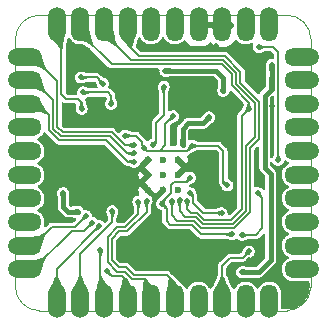
<source format=gbl>
G04 #@! TF.GenerationSoftware,KiCad,Pcbnew,(6.99.0-1912-g359c99991b)*
G04 #@! TF.CreationDate,2022-08-15T10:18:15+07:00*
G04 #@! TF.ProjectId,rp2040_bento,72703230-3430-45f6-9265-6e746f2e6b69,1*
G04 #@! TF.SameCoordinates,Original*
G04 #@! TF.FileFunction,Copper,L2,Bot*
G04 #@! TF.FilePolarity,Positive*
%FSLAX46Y46*%
G04 Gerber Fmt 4.6, Leading zero omitted, Abs format (unit mm)*
G04 Created by KiCad (PCBNEW (6.99.0-1912-g359c99991b)) date 2022-08-15 10:18:15*
%MOMM*%
%LPD*%
G01*
G04 APERTURE LIST*
G04 #@! TA.AperFunction,CastellatedPad*
%ADD10C,1.500000*%
G04 #@! TD*
G04 #@! TA.AperFunction,ComponentPad*
%ADD11O,1.500000X2.800000*%
G04 #@! TD*
G04 #@! TA.AperFunction,ComponentPad*
%ADD12O,2.800000X1.500000*%
G04 #@! TD*
G04 #@! TA.AperFunction,ComponentPad*
%ADD13C,0.600000*%
G04 #@! TD*
G04 #@! TA.AperFunction,ViaPad*
%ADD14C,0.500000*%
G04 #@! TD*
G04 #@! TA.AperFunction,Conductor*
%ADD15C,0.200000*%
G04 #@! TD*
G04 #@! TA.AperFunction,Conductor*
%ADD16C,0.400000*%
G04 #@! TD*
G04 #@! TA.AperFunction,Profile*
%ADD17C,0.100000*%
G04 #@! TD*
G04 APERTURE END LIST*
D10*
X21500000Y-100000D03*
D11*
X21499999Y-799999D03*
D10*
X19500000Y-100000D03*
D11*
X19499999Y-799999D03*
D10*
X17500000Y-100000D03*
D11*
X17499999Y-799999D03*
D10*
X15500000Y-100000D03*
D11*
X15499999Y-799999D03*
D10*
X13500000Y-100000D03*
D11*
X13499999Y-799999D03*
D10*
X11500000Y-100000D03*
D11*
X11499999Y-799999D03*
D10*
X9500000Y-100000D03*
D11*
X9499999Y-799999D03*
D10*
X7500000Y-100000D03*
D11*
X7499999Y-799999D03*
D10*
X5500000Y-100000D03*
D11*
X5499999Y-799999D03*
D10*
X3500000Y-100000D03*
D11*
X3499999Y-799999D03*
D10*
X100000Y-3500000D03*
D12*
X799999Y-3499999D03*
D10*
X100000Y-5500000D03*
D12*
X799999Y-5499999D03*
D10*
X100000Y-7500000D03*
D12*
X799999Y-7499999D03*
D10*
X100000Y-9500000D03*
D12*
X799999Y-9499999D03*
D10*
X100000Y-11500000D03*
D12*
X799999Y-11499999D03*
D10*
X100000Y-13500000D03*
D12*
X799999Y-13499999D03*
D10*
X100000Y-15500000D03*
D12*
X799999Y-15499999D03*
D10*
X100000Y-17500000D03*
D12*
X799999Y-17499999D03*
D10*
X100000Y-19500000D03*
D12*
X799999Y-19499999D03*
D10*
X100000Y-21500000D03*
D12*
X799999Y-21499999D03*
D10*
X24900000Y-21500000D03*
D12*
X24199999Y-21499999D03*
D10*
X24900000Y-19500000D03*
D12*
X24199999Y-19499999D03*
D10*
X24900000Y-17500000D03*
D12*
X24199999Y-17499999D03*
D10*
X24900000Y-15500000D03*
D12*
X24199999Y-15499999D03*
D10*
X24900000Y-13500000D03*
D12*
X24199999Y-13499999D03*
D10*
X24900000Y-11500000D03*
D12*
X24199999Y-11499999D03*
D10*
X24900000Y-9500000D03*
D12*
X24199999Y-9499999D03*
D10*
X24900000Y-7500000D03*
D12*
X24199999Y-7499999D03*
D10*
X24900000Y-5500000D03*
D12*
X24199999Y-5499999D03*
D10*
X24900000Y-3500000D03*
D12*
X24199999Y-3499999D03*
D13*
X11225000Y-12225000D03*
X11225000Y-13500000D03*
X11225000Y-14775000D03*
X12500000Y-12225000D03*
X12500000Y-13500000D03*
X12500000Y-14775000D03*
X13775000Y-12225000D03*
X13775000Y-13500000D03*
X13775000Y-14775000D03*
D10*
X3500000Y-24900000D03*
D11*
X3499999Y-24199999D03*
D10*
X5500000Y-24900000D03*
D11*
X5499999Y-24199999D03*
D10*
X7500000Y-24900000D03*
D11*
X7499999Y-24199999D03*
D10*
X9500000Y-24900000D03*
D11*
X9499999Y-24199999D03*
D10*
X11500000Y-24900000D03*
D11*
X11499999Y-24199999D03*
D10*
X13500000Y-24900000D03*
D11*
X13499999Y-24199999D03*
D10*
X15500000Y-24900000D03*
D11*
X15499999Y-24199999D03*
D10*
X17500000Y-24900000D03*
D11*
X17499999Y-24199999D03*
D10*
X19500000Y-24900000D03*
D11*
X19499999Y-24199999D03*
D10*
X21500000Y-24900000D03*
D11*
X21499999Y-24199999D03*
D14*
X5600000Y-7900000D03*
X5561337Y-5265776D03*
X7400000Y-5800000D03*
X5717785Y-6533998D03*
X8100000Y-7500000D03*
X20750000Y-14150000D03*
X14800000Y-6350000D03*
X18900000Y-3300000D03*
X17900000Y-8800000D03*
X21700000Y-7700000D03*
X17000000Y-2600000D03*
X19800000Y-20750000D03*
X10900000Y-2800000D03*
X4700000Y-11450000D03*
X16250000Y-6400000D03*
X5700000Y-2800000D03*
X22350000Y-18450000D03*
X12400000Y-20050000D03*
X3350000Y-15650000D03*
X16400000Y-8650000D03*
X14800000Y-13750000D03*
X14150000Y-10950000D03*
X18350000Y-18550000D03*
X12400000Y-15950000D03*
X10000000Y-11000000D03*
X21700000Y-4200000D03*
X21700000Y-5700000D03*
X19200000Y-21750000D03*
X10050000Y-11700000D03*
X20600000Y-2700000D03*
X22250000Y-12250000D03*
X10050000Y-12400000D03*
X5950000Y-17000000D03*
X6500000Y-17550000D03*
X7100000Y-17850000D03*
X8200000Y-16600000D03*
X7200000Y-19850000D03*
X7750000Y-21650000D03*
X10400000Y-15800000D03*
X11100000Y-15700000D03*
X17450000Y-16750000D03*
X14750000Y-15050000D03*
X19750000Y-20000000D03*
X13350000Y-8550000D03*
X19200000Y-18600000D03*
X14950000Y-11050000D03*
X5300000Y-16650000D03*
X9300000Y-10200000D03*
X10900000Y-11200000D03*
X17600000Y-6400000D03*
X20500000Y-15050000D03*
X17950000Y-14400000D03*
X12700000Y-4700000D03*
X4050000Y-15050000D03*
X13250000Y-15700000D03*
X14550000Y-15700000D03*
X19750000Y-7900000D03*
X13900000Y-15650000D03*
X12550000Y-6050000D03*
X11650000Y-10950000D03*
D15*
X3898560Y-6698560D02*
X3898560Y-1898560D01*
X4300000Y-7100000D02*
X3898560Y-6698560D01*
X5300000Y-7100000D02*
X4300000Y-7100000D01*
X5600000Y-7400000D02*
X5300000Y-7100000D01*
X5600000Y-7900000D02*
X5600000Y-7400000D01*
X3898560Y-1898560D02*
X3500000Y-1500000D01*
X6865776Y-5265776D02*
X7400000Y-5800000D01*
X5561337Y-5265776D02*
X6865776Y-5265776D01*
X7833998Y-6533998D02*
X8100000Y-6800000D01*
X8100000Y-6800000D02*
X8100000Y-7500000D01*
X5717785Y-6533998D02*
X7833998Y-6533998D01*
D16*
X16800000Y-2800000D02*
X17000000Y-2600000D01*
X10900000Y-2800000D02*
X16800000Y-2800000D01*
X14600000Y-9150000D02*
X14150000Y-9600000D01*
D15*
X14800000Y-13750000D02*
X14407750Y-14142250D01*
X14950000Y-17750000D02*
X15750000Y-18550000D01*
D16*
X15900000Y-9150000D02*
X14600000Y-9150000D01*
D15*
X12400000Y-15800000D02*
X12400000Y-15950000D01*
X13407750Y-14142250D02*
X13139667Y-14410333D01*
X13139667Y-14410333D02*
X13139667Y-15060333D01*
X15750000Y-18550000D02*
X18350000Y-18550000D01*
X12800000Y-17450000D02*
X13100000Y-17750000D01*
X12400000Y-15950000D02*
X12800000Y-16350000D01*
X14407750Y-14142250D02*
X13407750Y-14142250D01*
D16*
X14150000Y-9600000D02*
X14150000Y-10950000D01*
D15*
X13139667Y-15060333D02*
X12400000Y-15800000D01*
X12800000Y-16350000D02*
X12800000Y-17450000D01*
X13100000Y-17750000D02*
X14950000Y-17750000D01*
D16*
X16400000Y-8650000D02*
X15900000Y-9150000D01*
D15*
X3549040Y-5549040D02*
X3549040Y-9460448D01*
X3549040Y-9460448D02*
X3988592Y-9900000D01*
X1500000Y-3500000D02*
X3549040Y-5549040D01*
X3988592Y-9900000D02*
X8150000Y-9900000D01*
X8150000Y-9900000D02*
X9250000Y-11000000D01*
X9250000Y-11000000D02*
X10000000Y-11000000D01*
D16*
X19200000Y-21750000D02*
X20600000Y-21750000D01*
X21600000Y-20750000D02*
X21600000Y-13400000D01*
X21700000Y-5700000D02*
X21700000Y-4200000D01*
X21600000Y-13400000D02*
X21099039Y-12899039D01*
X21100000Y-7498078D02*
X21100000Y-6800000D01*
X21100000Y-6800000D02*
X21700000Y-6200000D01*
X21099039Y-12899039D02*
X21099039Y-7499039D01*
X21099039Y-7499039D02*
X21100000Y-7498078D01*
X21700000Y-6200000D02*
X21700000Y-5700000D01*
X20600000Y-21750000D02*
X21600000Y-20750000D01*
D15*
X3199520Y-9605224D02*
X3843816Y-10249520D01*
X1500000Y-5500000D02*
X3199520Y-7199520D01*
X3843816Y-10249520D02*
X8000000Y-10249520D01*
X9450480Y-11700000D02*
X10050000Y-11700000D01*
X3199520Y-7199520D02*
X3199520Y-9605224D01*
X8000000Y-10249520D02*
X9450480Y-11700000D01*
X22250000Y-12250000D02*
X22250000Y-3150000D01*
X21800000Y-2700000D02*
X20600000Y-2700000D01*
X22250000Y-3150000D02*
X21800000Y-2700000D01*
X9500000Y-12400000D02*
X10050000Y-12400000D01*
X1500000Y-7500000D02*
X1900000Y-7500000D01*
X3700000Y-10600000D02*
X4359490Y-10600000D01*
X1900000Y-7500000D02*
X2850000Y-8450000D01*
X7699040Y-10599040D02*
X9500000Y-12400000D01*
X2850000Y-9750000D02*
X3700000Y-10600000D01*
X2850000Y-8450000D02*
X2850000Y-9750000D01*
X4359490Y-10600000D02*
X4360450Y-10599040D01*
X4360450Y-10599040D02*
X7699040Y-10599040D01*
X5950000Y-17000000D02*
X5048560Y-17901440D01*
X1500000Y-19500000D02*
X3098560Y-17901440D01*
X3098560Y-17901440D02*
X5048560Y-17901440D01*
X5799040Y-18250960D02*
X6500000Y-17550000D01*
X4749040Y-18250960D02*
X5799040Y-18250960D01*
X1500000Y-21500000D02*
X4749040Y-18250960D01*
X7100000Y-17850000D02*
X3500000Y-21450000D01*
X3500000Y-21450000D02*
X3500000Y-23500000D01*
X5500000Y-20205705D02*
X5500000Y-23500000D01*
X8200000Y-17505704D02*
X8200000Y-16600000D01*
X5500000Y-20205705D02*
X8200000Y-17505704D01*
X7200000Y-23200000D02*
X7500000Y-23500000D01*
X7200000Y-19850000D02*
X7200000Y-23200000D01*
X9049040Y-22049040D02*
X8149040Y-22049040D01*
X8149040Y-22049040D02*
X7750000Y-21650000D01*
X9500000Y-22500000D02*
X9500000Y-23500000D01*
X9500000Y-22500000D02*
X9049040Y-22049040D01*
X8605225Y-17950480D02*
X9305224Y-17950480D01*
X8605223Y-21699519D02*
X7800480Y-20894776D01*
X10949520Y-22349520D02*
X9905223Y-22349519D01*
X7800480Y-20894776D02*
X7800481Y-18755223D01*
X10400000Y-16855704D02*
X10400000Y-15800000D01*
X9905223Y-22349519D02*
X9255224Y-21699520D01*
X10949520Y-22349520D02*
X11500000Y-22900000D01*
X9305224Y-17950480D02*
X10400000Y-16855704D01*
X7800481Y-18755223D02*
X8605225Y-17950480D01*
X11500000Y-22900000D02*
X11500000Y-23500000D01*
X9255224Y-21699520D02*
X8605223Y-21699519D01*
X8750000Y-18300000D02*
X8150000Y-18900000D01*
X8750000Y-21350000D02*
X9400000Y-21350000D01*
X11100000Y-15700000D02*
X11100000Y-16650000D01*
X11100000Y-16650000D02*
X9450000Y-18300000D01*
X9450000Y-18300000D02*
X8750000Y-18300000D01*
X8150000Y-20750000D02*
X8750000Y-21350000D01*
X13500000Y-22700000D02*
X13500000Y-23500000D01*
X8150000Y-18900000D02*
X8150000Y-20750000D01*
X10050000Y-22000000D02*
X12800000Y-22000000D01*
X9400000Y-21350000D02*
X10050000Y-22000000D01*
X12800000Y-22000000D02*
X13500000Y-22700000D01*
X15050000Y-15350000D02*
X15050000Y-15868073D01*
X17431926Y-16734037D02*
X17415963Y-16734037D01*
X14750000Y-15050000D02*
X15050000Y-15350000D01*
X17400000Y-16734037D02*
X17450000Y-16750000D01*
X17450000Y-16750000D02*
X17431926Y-16734037D01*
X15050000Y-15868073D02*
X15915964Y-16734037D01*
X15915964Y-16734037D02*
X17400000Y-16734037D01*
X17500000Y-21200000D02*
X17500000Y-23500000D01*
X18175000Y-20525000D02*
X17500000Y-21200000D01*
X19225000Y-20525000D02*
X18175000Y-20525000D01*
X19750000Y-20000000D02*
X19225000Y-20525000D01*
X12700000Y-10950000D02*
X12700000Y-9200000D01*
X12200489Y-11449511D02*
X12700000Y-10950000D01*
X17600000Y-14050000D02*
X17600000Y-11500000D01*
X10200000Y-10200000D02*
X10700000Y-10700000D01*
D16*
X4050000Y-16250000D02*
X4450000Y-16650000D01*
X17000000Y-4700000D02*
X17600000Y-5300000D01*
D15*
X11149511Y-11449511D02*
X12200489Y-11449511D01*
X19200000Y-18600000D02*
X20344295Y-18600000D01*
D16*
X17600000Y-5300000D02*
X17600000Y-6400000D01*
D15*
X20900000Y-15450000D02*
X20900000Y-18044295D01*
X10700000Y-11000000D02*
X11149511Y-11449511D01*
X9300000Y-10200000D02*
X10200000Y-10200000D01*
X14550489Y-11449511D02*
X14950000Y-11050000D01*
D16*
X4450000Y-16650000D02*
X5300000Y-16650000D01*
D15*
X20900000Y-18044295D02*
X20344295Y-18600000D01*
X10700000Y-10700000D02*
X10700000Y-11000000D01*
X12700000Y-9200000D02*
X13350000Y-8550000D01*
X17150000Y-11050000D02*
X14950000Y-11050000D01*
X20900000Y-15450000D02*
X20500000Y-15050000D01*
X12200489Y-11449511D02*
X14550489Y-11449511D01*
D16*
X4050000Y-15050000D02*
X4050000Y-16250000D01*
D15*
X17950000Y-14400000D02*
X17600000Y-14050000D01*
X17600000Y-11500000D02*
X17150000Y-11050000D01*
D16*
X12700000Y-4700000D02*
X17000000Y-4700000D01*
D15*
X19049520Y-4760930D02*
X19049520Y-5705224D01*
X13700480Y-17400480D02*
X13250000Y-16950000D01*
X13250000Y-16950000D02*
X13250000Y-15700000D01*
X20649519Y-7305223D02*
X20649520Y-10439071D01*
X17738593Y-3450001D02*
X19049520Y-4760930D01*
X19849040Y-16689550D02*
X18538594Y-17999998D01*
X19849040Y-11239552D02*
X19849040Y-16689550D01*
X9500000Y-2500000D02*
X10450000Y-3450000D01*
X10450000Y-3450000D02*
X17738593Y-3450001D01*
X15099520Y-17405224D02*
X15099520Y-17400480D01*
X15099520Y-17400480D02*
X13700480Y-17400480D01*
X20649520Y-10439071D02*
X19849040Y-11239552D01*
X9500000Y-1500000D02*
X9500000Y-2500000D01*
X18538594Y-17999998D02*
X15694296Y-18000000D01*
X19049520Y-5705224D02*
X20649519Y-7305223D01*
X15694296Y-18000000D02*
X15099520Y-17405224D01*
X15988591Y-17300960D02*
X18249040Y-17300960D01*
X19150000Y-8500000D02*
X19750000Y-7900000D01*
X5506416Y-1500000D02*
X5500000Y-1500000D01*
X17449039Y-4149039D02*
X8155455Y-4149039D01*
X14851440Y-16701440D02*
X15389072Y-16701441D01*
X18300000Y-5000000D02*
X17449039Y-4149039D01*
X19150000Y-16400000D02*
X19150000Y-8500000D01*
X14550000Y-16400000D02*
X14851440Y-16701440D01*
X15389072Y-16701441D02*
X15988591Y-17300960D01*
X8155455Y-4149039D02*
X5506416Y-1500000D01*
X19750000Y-7900000D02*
X19750000Y-7394296D01*
X18249040Y-17300960D02*
X19150000Y-16400000D01*
X18300000Y-5944296D02*
X18300000Y-5000000D01*
X14550000Y-15700000D02*
X14550000Y-16400000D01*
X19750000Y-7394296D02*
X18300000Y-5944296D01*
X9799519Y-3799519D02*
X7500000Y-1500000D01*
X20300000Y-7450000D02*
X18700000Y-5850000D01*
X18700000Y-4905705D02*
X17593816Y-3799520D01*
X18700000Y-5850000D02*
X18700000Y-4905705D01*
X14350960Y-17050960D02*
X15244295Y-17050960D01*
X15244295Y-17050960D02*
X15843815Y-17650480D01*
X13900000Y-16600000D02*
X14350960Y-17050960D01*
X18393817Y-17650479D02*
X19499520Y-16544775D01*
X19499520Y-16544775D02*
X19499520Y-11094776D01*
X15843815Y-17650480D02*
X18393817Y-17650479D01*
X13900000Y-15650000D02*
X13900000Y-16600000D01*
X20300000Y-10294296D02*
X20300000Y-7450000D01*
X19499520Y-11094776D02*
X20300000Y-10294296D01*
X17593816Y-3799520D02*
X9799519Y-3799519D01*
X12550000Y-6050000D02*
X12550000Y-8450000D01*
X11900000Y-9100000D02*
X11900000Y-10650000D01*
X11900000Y-10650000D02*
X11650000Y-10900000D01*
X11650000Y-10950000D02*
X11600000Y-10950000D01*
X11650000Y-10900000D02*
X11650000Y-10950000D01*
X12550000Y-8450000D02*
X11900000Y-9100000D01*
X11600000Y-10950000D02*
X11650000Y-10900000D01*
G04 #@! TA.AperFunction,Conductor*
G36*
X2522833Y-9920616D02*
G01*
X2553484Y-9950623D01*
X2557501Y-9958840D01*
X2562808Y-9964147D01*
X2566381Y-9970749D01*
X2581395Y-9984570D01*
X2602584Y-10004076D01*
X2606342Y-10007681D01*
X3012364Y-10413702D01*
X3414091Y-10815429D01*
X3428603Y-10833300D01*
X3429867Y-10834673D01*
X3435579Y-10843416D01*
X3443818Y-10849828D01*
X3443820Y-10849831D01*
X3459466Y-10862008D01*
X3463520Y-10865300D01*
X3466411Y-10867749D01*
X3470104Y-10871442D01*
X3474347Y-10874471D01*
X3474351Y-10874475D01*
X3485939Y-10882749D01*
X3490085Y-10885840D01*
X3528944Y-10916085D01*
X3536043Y-10918522D01*
X3542152Y-10922884D01*
X3552160Y-10925863D01*
X3552163Y-10925865D01*
X3589332Y-10936930D01*
X3594283Y-10938516D01*
X3640844Y-10954500D01*
X3648350Y-10954500D01*
X3655545Y-10956642D01*
X3704724Y-10954608D01*
X3709932Y-10954500D01*
X4309656Y-10954500D01*
X4332571Y-10956876D01*
X4334418Y-10956952D01*
X4344637Y-10959095D01*
X4354995Y-10957804D01*
X4354998Y-10957804D01*
X4373743Y-10955467D01*
X4374637Y-10955356D01*
X4379817Y-10954818D01*
X4383656Y-10954500D01*
X4388867Y-10954500D01*
X4392698Y-10953861D01*
X4400456Y-10953540D01*
X7500011Y-10953540D01*
X7568132Y-10973542D01*
X7589106Y-10990445D01*
X9214091Y-12615430D01*
X9228602Y-12633299D01*
X9229867Y-12634674D01*
X9235579Y-12643416D01*
X9243817Y-12649828D01*
X9243820Y-12649831D01*
X9259456Y-12662001D01*
X9263498Y-12665283D01*
X9266411Y-12667750D01*
X9270103Y-12671442D01*
X9274353Y-12674476D01*
X9274355Y-12674478D01*
X9285927Y-12682740D01*
X9290098Y-12685850D01*
X9328944Y-12716085D01*
X9336042Y-12718522D01*
X9342152Y-12722884D01*
X9389345Y-12736934D01*
X9394286Y-12738517D01*
X9440844Y-12754500D01*
X9448349Y-12754500D01*
X9455544Y-12756642D01*
X9504714Y-12754608D01*
X9509922Y-12754500D01*
X9510460Y-12754500D01*
X9534518Y-12757545D01*
X9534567Y-12757226D01*
X9540690Y-12758174D01*
X9546681Y-12759715D01*
X9552855Y-12760057D01*
X9552859Y-12760058D01*
X9579608Y-12761541D01*
X9607188Y-12763071D01*
X9628657Y-12766131D01*
X9633046Y-12767149D01*
X9655808Y-12774773D01*
X9671066Y-12781562D01*
X9678663Y-12785253D01*
X9735854Y-12815455D01*
X9741707Y-12818452D01*
X9742221Y-12818707D01*
X9745046Y-12820060D01*
X9748239Y-12821590D01*
X9748311Y-12821624D01*
X9748683Y-12821802D01*
X9834448Y-12861439D01*
X9835092Y-12861588D01*
X9838268Y-12863629D01*
X9846916Y-12866168D01*
X9846920Y-12866170D01*
X9968819Y-12901962D01*
X9968821Y-12901962D01*
X9977464Y-12904500D01*
X10122536Y-12904500D01*
X10131179Y-12901962D01*
X10131181Y-12901962D01*
X10253086Y-12866168D01*
X10253088Y-12866167D01*
X10261732Y-12863629D01*
X10326526Y-12821988D01*
X10376195Y-12790068D01*
X10376198Y-12790066D01*
X10383775Y-12785196D01*
X10478777Y-12675558D01*
X10483036Y-12666232D01*
X10522748Y-12579276D01*
X10548266Y-12542524D01*
X11135905Y-11954885D01*
X11198217Y-11920859D01*
X11269032Y-11925924D01*
X11314095Y-11954885D01*
X11495115Y-12135905D01*
X11529141Y-12198217D01*
X11524076Y-12269032D01*
X11495115Y-12314095D01*
X10959520Y-12849690D01*
X10951908Y-12863630D01*
X10952040Y-12865466D01*
X10956291Y-12872081D01*
X11495115Y-13410905D01*
X11529141Y-13473217D01*
X11524076Y-13544032D01*
X11495115Y-13589095D01*
X11225000Y-13859210D01*
X10959523Y-14124688D01*
X10951909Y-14138632D01*
X10952040Y-14140467D01*
X10956288Y-14147077D01*
X11225000Y-14415790D01*
X11849689Y-15040478D01*
X11863632Y-15048091D01*
X11865467Y-15047960D01*
X11872080Y-15043710D01*
X12410905Y-14504885D01*
X12473217Y-14470859D01*
X12544032Y-14475924D01*
X12589095Y-14504885D01*
X12748262Y-14664052D01*
X12782288Y-14726364D01*
X12785167Y-14753147D01*
X12785167Y-14796852D01*
X12765165Y-14864973D01*
X12748263Y-14885947D01*
X12134696Y-15499515D01*
X12128914Y-15506935D01*
X12066724Y-15564483D01*
X12066225Y-15564804D01*
X12065608Y-15565517D01*
X12055865Y-15574532D01*
X12050384Y-15582222D01*
X12043017Y-15591587D01*
X11971223Y-15674442D01*
X11967481Y-15682636D01*
X11967479Y-15682639D01*
X11917955Y-15791083D01*
X11910958Y-15806404D01*
X11890312Y-15950000D01*
X11910958Y-16093596D01*
X11914701Y-16101792D01*
X11959457Y-16199793D01*
X11971223Y-16225558D01*
X11977123Y-16232367D01*
X11977125Y-16232370D01*
X12057000Y-16324550D01*
X12066225Y-16335196D01*
X12073802Y-16340066D01*
X12073805Y-16340068D01*
X12135220Y-16379537D01*
X12188268Y-16413629D01*
X12198867Y-16416741D01*
X12218247Y-16424215D01*
X12220844Y-16425472D01*
X12226134Y-16428706D01*
X12314792Y-16461317D01*
X12315148Y-16461442D01*
X12315199Y-16461461D01*
X12319614Y-16463018D01*
X12321304Y-16463614D01*
X12321887Y-16463811D01*
X12322243Y-16463926D01*
X12322267Y-16463934D01*
X12324217Y-16464564D01*
X12328390Y-16465913D01*
X12328821Y-16466046D01*
X12356679Y-16474649D01*
X12415865Y-16513861D01*
X12444455Y-16578847D01*
X12445500Y-16595039D01*
X12445500Y-17400166D01*
X12443124Y-17423081D01*
X12443048Y-17424928D01*
X12440905Y-17435147D01*
X12442196Y-17445505D01*
X12442196Y-17445508D01*
X12444644Y-17465144D01*
X12445181Y-17470321D01*
X12445500Y-17474171D01*
X12445500Y-17479377D01*
X12446357Y-17484512D01*
X12446357Y-17484513D01*
X12448697Y-17498533D01*
X12449449Y-17503688D01*
X12455539Y-17552551D01*
X12458836Y-17559294D01*
X12460071Y-17566698D01*
X12465040Y-17575879D01*
X12465040Y-17575880D01*
X12483498Y-17609986D01*
X12485883Y-17614619D01*
X12500187Y-17643878D01*
X12507501Y-17658840D01*
X12512808Y-17664147D01*
X12516381Y-17670749D01*
X12544806Y-17696916D01*
X12552597Y-17704088D01*
X12556355Y-17707694D01*
X12814091Y-17965430D01*
X12828602Y-17983299D01*
X12829867Y-17984674D01*
X12835579Y-17993416D01*
X12843817Y-17999828D01*
X12843820Y-17999831D01*
X12859456Y-18012001D01*
X12863498Y-18015283D01*
X12866411Y-18017750D01*
X12870103Y-18021442D01*
X12874353Y-18024476D01*
X12874355Y-18024478D01*
X12885927Y-18032740D01*
X12890098Y-18035850D01*
X12928944Y-18066085D01*
X12936042Y-18068522D01*
X12942152Y-18072884D01*
X12989345Y-18086934D01*
X12994286Y-18088517D01*
X13040844Y-18104500D01*
X13048349Y-18104500D01*
X13055544Y-18106642D01*
X13104714Y-18104608D01*
X13109922Y-18104500D01*
X14750971Y-18104500D01*
X14819092Y-18124502D01*
X14840066Y-18141405D01*
X15464091Y-18765430D01*
X15478602Y-18783299D01*
X15479867Y-18784674D01*
X15485579Y-18793416D01*
X15493817Y-18799828D01*
X15493820Y-18799831D01*
X15509456Y-18812001D01*
X15513498Y-18815283D01*
X15516411Y-18817750D01*
X15520103Y-18821442D01*
X15524353Y-18824476D01*
X15524355Y-18824478D01*
X15535927Y-18832740D01*
X15540098Y-18835850D01*
X15578944Y-18866085D01*
X15586042Y-18868522D01*
X15592152Y-18872884D01*
X15639345Y-18886934D01*
X15644286Y-18888517D01*
X15690844Y-18904500D01*
X15698349Y-18904500D01*
X15705544Y-18906642D01*
X15754714Y-18904608D01*
X15759922Y-18904500D01*
X17810460Y-18904500D01*
X17834518Y-18907545D01*
X17834567Y-18907226D01*
X17840690Y-18908174D01*
X17846681Y-18909715D01*
X17852855Y-18910057D01*
X17852859Y-18910058D01*
X17879608Y-18911541D01*
X17907188Y-18913071D01*
X17928657Y-18916131D01*
X17933046Y-18917149D01*
X17955808Y-18924773D01*
X17971066Y-18931562D01*
X17978663Y-18935253D01*
X18035854Y-18965455D01*
X18041707Y-18968452D01*
X18042221Y-18968707D01*
X18044645Y-18969868D01*
X18048239Y-18971590D01*
X18048311Y-18971624D01*
X18048683Y-18971802D01*
X18134448Y-19011439D01*
X18135092Y-19011588D01*
X18138268Y-19013629D01*
X18146916Y-19016168D01*
X18146920Y-19016170D01*
X18268819Y-19051962D01*
X18268821Y-19051962D01*
X18277464Y-19054500D01*
X18422536Y-19054500D01*
X18431179Y-19051962D01*
X18431181Y-19051962D01*
X18553086Y-19016168D01*
X18553088Y-19016167D01*
X18561732Y-19013629D01*
X18626526Y-18971988D01*
X18681289Y-18936794D01*
X18749410Y-18916792D01*
X18817531Y-18936794D01*
X18844634Y-18960279D01*
X18851716Y-18968452D01*
X18866225Y-18985196D01*
X18873802Y-18990066D01*
X18873805Y-18990068D01*
X18950764Y-19039527D01*
X18988268Y-19063629D01*
X18996912Y-19066167D01*
X18996914Y-19066168D01*
X19118819Y-19101962D01*
X19118821Y-19101962D01*
X19127464Y-19104500D01*
X19272536Y-19104500D01*
X19281179Y-19101962D01*
X19281181Y-19101962D01*
X19403085Y-19066168D01*
X19411732Y-19063629D01*
X19414893Y-19061597D01*
X19415554Y-19061438D01*
X19462456Y-19039761D01*
X19500898Y-19021995D01*
X19500930Y-19021980D01*
X19501315Y-19021802D01*
X19501705Y-19021615D01*
X19501735Y-19021601D01*
X19503866Y-19020580D01*
X19507799Y-19018695D01*
X19508331Y-19018431D01*
X19509039Y-19018068D01*
X19513826Y-19015618D01*
X19513880Y-19015590D01*
X19514161Y-19015446D01*
X19571331Y-18985254D01*
X19578925Y-18981565D01*
X19594192Y-18974772D01*
X19616959Y-18967146D01*
X19621343Y-18966130D01*
X19642802Y-18963072D01*
X19703319Y-18959715D01*
X19708898Y-18958362D01*
X19708905Y-18958361D01*
X19710190Y-18958049D01*
X19714506Y-18957533D01*
X19714602Y-18957519D01*
X19714602Y-18957522D01*
X19739885Y-18954500D01*
X20294461Y-18954500D01*
X20317376Y-18956876D01*
X20319223Y-18956952D01*
X20329442Y-18959095D01*
X20339800Y-18957804D01*
X20339803Y-18957804D01*
X20359439Y-18955356D01*
X20364616Y-18954819D01*
X20368466Y-18954500D01*
X20373672Y-18954500D01*
X20378807Y-18953643D01*
X20378808Y-18953643D01*
X20383221Y-18952907D01*
X20392839Y-18951301D01*
X20397985Y-18950551D01*
X20436481Y-18945753D01*
X20436482Y-18945753D01*
X20446846Y-18944461D01*
X20453589Y-18941164D01*
X20460993Y-18939929D01*
X20476467Y-18931555D01*
X20504281Y-18916502D01*
X20508914Y-18914117D01*
X20543755Y-18897085D01*
X20543757Y-18897084D01*
X20553135Y-18892499D01*
X20558442Y-18887192D01*
X20565044Y-18883619D01*
X20598395Y-18847389D01*
X20602003Y-18843630D01*
X20930405Y-18515228D01*
X20992717Y-18481202D01*
X21063532Y-18486267D01*
X21120368Y-18528814D01*
X21145179Y-18595334D01*
X21145500Y-18604323D01*
X21145500Y-20509549D01*
X21125498Y-20577670D01*
X21108595Y-20598645D01*
X20448643Y-21258596D01*
X20386331Y-21292621D01*
X20359548Y-21295500D01*
X19736297Y-21295500D01*
X19711779Y-21292567D01*
X19711777Y-21292583D01*
X19710989Y-21292472D01*
X19706572Y-21291944D01*
X19699630Y-21290258D01*
X19693441Y-21289999D01*
X19693439Y-21289999D01*
X19605463Y-21286321D01*
X19593124Y-21285195D01*
X19534173Y-21276871D01*
X19527646Y-21275772D01*
X19462311Y-21262989D01*
X19459628Y-21262498D01*
X19456432Y-21261913D01*
X19456036Y-21261841D01*
X19455431Y-21261738D01*
X19448157Y-21260605D01*
X19447815Y-21260557D01*
X19447770Y-21260550D01*
X19361983Y-21248438D01*
X19361972Y-21248437D01*
X19361210Y-21248329D01*
X19354712Y-21247573D01*
X19349414Y-21246956D01*
X19349385Y-21246953D01*
X19348629Y-21246865D01*
X19347484Y-21246760D01*
X19334621Y-21245902D01*
X19326811Y-21245576D01*
X19323662Y-21245444D01*
X19323661Y-21245444D01*
X19323656Y-21245445D01*
X19262049Y-21242869D01*
X19229465Y-21241506D01*
X19229464Y-21241506D01*
X19222981Y-21241235D01*
X19207429Y-21243809D01*
X19186855Y-21245500D01*
X19127464Y-21245500D01*
X19118821Y-21248038D01*
X19118819Y-21248038D01*
X18996914Y-21283832D01*
X18996912Y-21283833D01*
X18988268Y-21286371D01*
X18963703Y-21302158D01*
X18873805Y-21359932D01*
X18873802Y-21359934D01*
X18866225Y-21364804D01*
X18860324Y-21371614D01*
X18777125Y-21467630D01*
X18777123Y-21467633D01*
X18771223Y-21474442D01*
X18710958Y-21606404D01*
X18690312Y-21750000D01*
X18710958Y-21893596D01*
X18714701Y-21901792D01*
X18760037Y-22001063D01*
X18771223Y-22025558D01*
X18777123Y-22032367D01*
X18777125Y-22032370D01*
X18853966Y-22121048D01*
X18866225Y-22135196D01*
X18873802Y-22140066D01*
X18873805Y-22140068D01*
X18910750Y-22163811D01*
X18988268Y-22213629D01*
X18996912Y-22216167D01*
X18996914Y-22216168D01*
X19118819Y-22251962D01*
X19118821Y-22251962D01*
X19127464Y-22254500D01*
X19185850Y-22254500D01*
X19205246Y-22256002D01*
X19222981Y-22258765D01*
X19323655Y-22254555D01*
X19323661Y-22254556D01*
X19323662Y-22254556D01*
X19325001Y-22254500D01*
X19334621Y-22254098D01*
X19342823Y-22253551D01*
X19346670Y-22253295D01*
X19346681Y-22253294D01*
X19347463Y-22253242D01*
X19348609Y-22253137D01*
X19352029Y-22252739D01*
X19360491Y-22251754D01*
X19360506Y-22251752D01*
X19361211Y-22251670D01*
X19391659Y-22247371D01*
X19447784Y-22239447D01*
X19447830Y-22239440D01*
X19448157Y-22239394D01*
X19448522Y-22239337D01*
X19448538Y-22239335D01*
X19454800Y-22238364D01*
X19454874Y-22238352D01*
X19455222Y-22238298D01*
X19455830Y-22238195D01*
X19459961Y-22237441D01*
X19461927Y-22237082D01*
X19461948Y-22237078D01*
X19462315Y-22237011D01*
X19527651Y-22224228D01*
X19534212Y-22223124D01*
X19593110Y-22214807D01*
X19605465Y-22213679D01*
X19693772Y-22209987D01*
X19693773Y-22209987D01*
X19699630Y-22209742D01*
X19705336Y-22208420D01*
X19705348Y-22208418D01*
X19708211Y-22207754D01*
X19736659Y-22204500D01*
X20567391Y-22204500D01*
X20581499Y-22205292D01*
X20617186Y-22209313D01*
X20626461Y-22207558D01*
X20626463Y-22207558D01*
X20673837Y-22198595D01*
X20678479Y-22197807D01*
X20726137Y-22190623D01*
X20726142Y-22190621D01*
X20735479Y-22189214D01*
X20743290Y-22185453D01*
X20751807Y-22183841D01*
X20760153Y-22179430D01*
X20760156Y-22179429D01*
X20802771Y-22156906D01*
X20806976Y-22154783D01*
X20837531Y-22140068D01*
X20858921Y-22129767D01*
X20865276Y-22123871D01*
X20872940Y-22119820D01*
X20913682Y-22079078D01*
X20917075Y-22075808D01*
X20952435Y-22042999D01*
X20952436Y-22042998D01*
X20959356Y-22036577D01*
X20962860Y-22030507D01*
X20967969Y-22024791D01*
X21898316Y-21094444D01*
X21908851Y-21085028D01*
X21929557Y-21068516D01*
X21929559Y-21068514D01*
X21936936Y-21062631D01*
X21950706Y-21042435D01*
X21969424Y-21014981D01*
X21972151Y-21011138D01*
X21984406Y-20994533D01*
X22006370Y-20964773D01*
X22009234Y-20956589D01*
X22014116Y-20949428D01*
X22031103Y-20894358D01*
X22032575Y-20889885D01*
X22048502Y-20844366D01*
X22048502Y-20844364D01*
X22051621Y-20835451D01*
X22051945Y-20826788D01*
X22054500Y-20818505D01*
X22054500Y-20760868D01*
X22054588Y-20756157D01*
X22056391Y-20707974D01*
X22056391Y-20707973D01*
X22056744Y-20698537D01*
X22054930Y-20691765D01*
X22054500Y-20684113D01*
X22054500Y-13432609D01*
X22055292Y-13418502D01*
X22058256Y-13392195D01*
X22059313Y-13382814D01*
X22057194Y-13371614D01*
X22048595Y-13326163D01*
X22047807Y-13321521D01*
X22040623Y-13273863D01*
X22040621Y-13273858D01*
X22039214Y-13264521D01*
X22035453Y-13256710D01*
X22033841Y-13248193D01*
X22029430Y-13239847D01*
X22029429Y-13239844D01*
X22006906Y-13197229D01*
X22004783Y-13193024D01*
X21992853Y-13168252D01*
X21979767Y-13141079D01*
X21973871Y-13134724D01*
X21969820Y-13127060D01*
X21929077Y-13086317D01*
X21925807Y-13082924D01*
X21892999Y-13047565D01*
X21892998Y-13047564D01*
X21886577Y-13040644D01*
X21880508Y-13037140D01*
X21874795Y-13032035D01*
X21590443Y-12747682D01*
X21556418Y-12685370D01*
X21553539Y-12658587D01*
X21553539Y-12518625D01*
X21573541Y-12450504D01*
X21627197Y-12404011D01*
X21697471Y-12393907D01*
X21762051Y-12423401D01*
X21794153Y-12466283D01*
X21810448Y-12501963D01*
X21821223Y-12525558D01*
X21827123Y-12532367D01*
X21827125Y-12532370D01*
X21900623Y-12617190D01*
X21916225Y-12635196D01*
X21923802Y-12640066D01*
X21923805Y-12640068D01*
X21995053Y-12685856D01*
X22038268Y-12713629D01*
X22046912Y-12716167D01*
X22046914Y-12716168D01*
X22168819Y-12751962D01*
X22168821Y-12751962D01*
X22177464Y-12754500D01*
X22322536Y-12754500D01*
X22331179Y-12751962D01*
X22331181Y-12751962D01*
X22453086Y-12716168D01*
X22453088Y-12716167D01*
X22461732Y-12713629D01*
X22504947Y-12685856D01*
X22576195Y-12640068D01*
X22576198Y-12640066D01*
X22583775Y-12635196D01*
X22599377Y-12617190D01*
X22672875Y-12532370D01*
X22672877Y-12532367D01*
X22678777Y-12525558D01*
X22689553Y-12501963D01*
X22735299Y-12401792D01*
X22739042Y-12393596D01*
X22740324Y-12384678D01*
X22740326Y-12384672D01*
X22740584Y-12382878D01*
X22741337Y-12381229D01*
X22742864Y-12376029D01*
X22743612Y-12376249D01*
X22770078Y-12318297D01*
X22829804Y-12279914D01*
X22900801Y-12279915D01*
X22937280Y-12297394D01*
X23060000Y-12382810D01*
X23065875Y-12385331D01*
X23068118Y-12386294D01*
X23069157Y-12387153D01*
X23071461Y-12388432D01*
X23071223Y-12388862D01*
X23122829Y-12431540D01*
X23144394Y-12499182D01*
X23125965Y-12567745D01*
X23079575Y-12612250D01*
X22978788Y-12668191D01*
X22978784Y-12668194D01*
X22973202Y-12671292D01*
X22818191Y-12804364D01*
X22807286Y-12818452D01*
X22724424Y-12925502D01*
X22693141Y-12965916D01*
X22690326Y-12971655D01*
X22690324Y-12971658D01*
X22649275Y-13055343D01*
X22603170Y-13149333D01*
X22601569Y-13155515D01*
X22601569Y-13155516D01*
X22557386Y-13326163D01*
X22551963Y-13347106D01*
X22541616Y-13551139D01*
X22572552Y-13753079D01*
X22574770Y-13759067D01*
X22574770Y-13759068D01*
X22625770Y-13896770D01*
X22643505Y-13944657D01*
X22751570Y-14118031D01*
X22755970Y-14122660D01*
X22755971Y-14122661D01*
X22887922Y-14261475D01*
X22887926Y-14261479D01*
X22892322Y-14266103D01*
X22897561Y-14269750D01*
X22897564Y-14269752D01*
X23025334Y-14358682D01*
X23060000Y-14382810D01*
X23065875Y-14385331D01*
X23068118Y-14386294D01*
X23069157Y-14387153D01*
X23071461Y-14388432D01*
X23071223Y-14388862D01*
X23122829Y-14431540D01*
X23144394Y-14499182D01*
X23125965Y-14567745D01*
X23079575Y-14612250D01*
X22978788Y-14668191D01*
X22978784Y-14668194D01*
X22973202Y-14671292D01*
X22818191Y-14804364D01*
X22776967Y-14857621D01*
X22706312Y-14948901D01*
X22693141Y-14965916D01*
X22690326Y-14971655D01*
X22690324Y-14971658D01*
X22650420Y-15053008D01*
X22603170Y-15149333D01*
X22601569Y-15155515D01*
X22601569Y-15155516D01*
X22555135Y-15334856D01*
X22551963Y-15347106D01*
X22541616Y-15551139D01*
X22542583Y-15557451D01*
X22542583Y-15557452D01*
X22543246Y-15561778D01*
X22572552Y-15753079D01*
X22574770Y-15759067D01*
X22574770Y-15759068D01*
X22630388Y-15909239D01*
X22643505Y-15944657D01*
X22695666Y-16028342D01*
X22736340Y-16093596D01*
X22751570Y-16118031D01*
X22755970Y-16122660D01*
X22755971Y-16122661D01*
X22887922Y-16261475D01*
X22887926Y-16261479D01*
X22892322Y-16266103D01*
X22897561Y-16269750D01*
X22897564Y-16269752D01*
X23026560Y-16359535D01*
X23060000Y-16382810D01*
X23065875Y-16385331D01*
X23068118Y-16386294D01*
X23069157Y-16387153D01*
X23071461Y-16388432D01*
X23071223Y-16388862D01*
X23122829Y-16431540D01*
X23144394Y-16499182D01*
X23125965Y-16567745D01*
X23079575Y-16612250D01*
X22978788Y-16668191D01*
X22978784Y-16668194D01*
X22973202Y-16671292D01*
X22818191Y-16804364D01*
X22805185Y-16821166D01*
X22698610Y-16958851D01*
X22693141Y-16965916D01*
X22690326Y-16971655D01*
X22690324Y-16971658D01*
X22668992Y-17015146D01*
X22603170Y-17149333D01*
X22601569Y-17155515D01*
X22601569Y-17155516D01*
X22557558Y-17325498D01*
X22551963Y-17347106D01*
X22541616Y-17551139D01*
X22542583Y-17557451D01*
X22542583Y-17557452D01*
X22544040Y-17566963D01*
X22572552Y-17753079D01*
X22574770Y-17759067D01*
X22574770Y-17759068D01*
X22619709Y-17880405D01*
X22643505Y-17944657D01*
X22646886Y-17950081D01*
X22743106Y-18104451D01*
X22751570Y-18118031D01*
X22755970Y-18122660D01*
X22755971Y-18122661D01*
X22887922Y-18261475D01*
X22887926Y-18261479D01*
X22892322Y-18266103D01*
X22897561Y-18269750D01*
X22897564Y-18269752D01*
X22971143Y-18320964D01*
X23060000Y-18382810D01*
X23065875Y-18385331D01*
X23068118Y-18386294D01*
X23069157Y-18387153D01*
X23071461Y-18388432D01*
X23071223Y-18388862D01*
X23122829Y-18431540D01*
X23144394Y-18499182D01*
X23125965Y-18567745D01*
X23079575Y-18612250D01*
X22978788Y-18668191D01*
X22978784Y-18668194D01*
X22973202Y-18671292D01*
X22818191Y-18804364D01*
X22787797Y-18843630D01*
X22697695Y-18960033D01*
X22693141Y-18965916D01*
X22690326Y-18971655D01*
X22690324Y-18971658D01*
X22646285Y-19061438D01*
X22603170Y-19149333D01*
X22601569Y-19155515D01*
X22601569Y-19155516D01*
X22557558Y-19325498D01*
X22551963Y-19347106D01*
X22541616Y-19551139D01*
X22572552Y-19753079D01*
X22574770Y-19759067D01*
X22574770Y-19759068D01*
X22634716Y-19920925D01*
X22643505Y-19944657D01*
X22751570Y-20118031D01*
X22755970Y-20122660D01*
X22755971Y-20122661D01*
X22887922Y-20261475D01*
X22887926Y-20261479D01*
X22892322Y-20266103D01*
X22897561Y-20269750D01*
X22897564Y-20269752D01*
X23017633Y-20353322D01*
X23060000Y-20382810D01*
X23065875Y-20385331D01*
X23068118Y-20386294D01*
X23069157Y-20387153D01*
X23071461Y-20388432D01*
X23071223Y-20388862D01*
X23122829Y-20431540D01*
X23144394Y-20499182D01*
X23125965Y-20567745D01*
X23079575Y-20612250D01*
X22978788Y-20668191D01*
X22978784Y-20668194D01*
X22973202Y-20671292D01*
X22818191Y-20804364D01*
X22797123Y-20831582D01*
X22698808Y-20958595D01*
X22693141Y-20965916D01*
X22690326Y-20971655D01*
X22690324Y-20971658D01*
X22665636Y-21021988D01*
X22603170Y-21149333D01*
X22601569Y-21155515D01*
X22601569Y-21155516D01*
X22553975Y-21339336D01*
X22551963Y-21347106D01*
X22541616Y-21551139D01*
X22572552Y-21753079D01*
X22643505Y-21944657D01*
X22751570Y-22118031D01*
X22755970Y-22122660D01*
X22755971Y-22122661D01*
X22887922Y-22261475D01*
X22887926Y-22261479D01*
X22892322Y-22266103D01*
X22897561Y-22269750D01*
X22897564Y-22269752D01*
X23051293Y-22376750D01*
X23060000Y-22382810D01*
X23247739Y-22463375D01*
X23253997Y-22464661D01*
X23254000Y-22464662D01*
X23308393Y-22475840D01*
X23447852Y-22504500D01*
X24773500Y-22504500D01*
X24841621Y-22524502D01*
X24888114Y-22578158D01*
X24899500Y-22630500D01*
X24899500Y-22995879D01*
X24899230Y-23004120D01*
X24883790Y-23239691D01*
X24881639Y-23256032D01*
X24836386Y-23483531D01*
X24832120Y-23499450D01*
X24757564Y-23719085D01*
X24751257Y-23734312D01*
X24648668Y-23942342D01*
X24640427Y-23956616D01*
X24511565Y-24149472D01*
X24501532Y-24162548D01*
X24348594Y-24336940D01*
X24336940Y-24348594D01*
X24162548Y-24501532D01*
X24149472Y-24511565D01*
X23956616Y-24640427D01*
X23942342Y-24648668D01*
X23734312Y-24751257D01*
X23719085Y-24757564D01*
X23499450Y-24832120D01*
X23483531Y-24836386D01*
X23256032Y-24881639D01*
X23239691Y-24883790D01*
X23004120Y-24899230D01*
X22995879Y-24899500D01*
X22630500Y-24899500D01*
X22562379Y-24879498D01*
X22515886Y-24825842D01*
X22504500Y-24773500D01*
X22504500Y-23499060D01*
X22489012Y-23346753D01*
X22455421Y-23239691D01*
X22429767Y-23157927D01*
X22429767Y-23157926D01*
X22427853Y-23151827D01*
X22421189Y-23139821D01*
X22331809Y-22978788D01*
X22331806Y-22978784D01*
X22328708Y-22973202D01*
X22195636Y-22818191D01*
X22115254Y-22755971D01*
X22039141Y-22697055D01*
X22039138Y-22697053D01*
X22034084Y-22693141D01*
X22028345Y-22690326D01*
X22028342Y-22690324D01*
X21928371Y-22641286D01*
X21850667Y-22603170D01*
X21844484Y-22601569D01*
X21659075Y-22553563D01*
X21659071Y-22553562D01*
X21652894Y-22551963D01*
X21448861Y-22541616D01*
X21442549Y-22542583D01*
X21442548Y-22542583D01*
X21415948Y-22546658D01*
X21246921Y-22572552D01*
X21240933Y-22574770D01*
X21240932Y-22574770D01*
X21116338Y-22620915D01*
X21055343Y-22643505D01*
X20881969Y-22751570D01*
X20877340Y-22755970D01*
X20877339Y-22755971D01*
X20738525Y-22887922D01*
X20738521Y-22887926D01*
X20733897Y-22892322D01*
X20730250Y-22897561D01*
X20730248Y-22897564D01*
X20643643Y-23021994D01*
X20617190Y-23060000D01*
X20614670Y-23065873D01*
X20614669Y-23065875D01*
X20613706Y-23068118D01*
X20612847Y-23069157D01*
X20611568Y-23071461D01*
X20611138Y-23071223D01*
X20568460Y-23122829D01*
X20500818Y-23144394D01*
X20432255Y-23125965D01*
X20387750Y-23079575D01*
X20331809Y-22978788D01*
X20331806Y-22978784D01*
X20328708Y-22973202D01*
X20195636Y-22818191D01*
X20115254Y-22755971D01*
X20039141Y-22697055D01*
X20039138Y-22697053D01*
X20034084Y-22693141D01*
X20028345Y-22690326D01*
X20028342Y-22690324D01*
X19928371Y-22641286D01*
X19850667Y-22603170D01*
X19844484Y-22601569D01*
X19659075Y-22553563D01*
X19659071Y-22553562D01*
X19652894Y-22551963D01*
X19448861Y-22541616D01*
X19442549Y-22542583D01*
X19442548Y-22542583D01*
X19415948Y-22546658D01*
X19246921Y-22572552D01*
X19240933Y-22574770D01*
X19240932Y-22574770D01*
X19116338Y-22620915D01*
X19055343Y-22643505D01*
X18881969Y-22751570D01*
X18877340Y-22755970D01*
X18877339Y-22755971D01*
X18738525Y-22887922D01*
X18738521Y-22887926D01*
X18733897Y-22892322D01*
X18730250Y-22897561D01*
X18730248Y-22897564D01*
X18643643Y-23021994D01*
X18617190Y-23060000D01*
X18614670Y-23065873D01*
X18614669Y-23065875D01*
X18613706Y-23068118D01*
X18612847Y-23069157D01*
X18611568Y-23071461D01*
X18611138Y-23071223D01*
X18568460Y-23122829D01*
X18500818Y-23144394D01*
X18432255Y-23125965D01*
X18387750Y-23079575D01*
X18331806Y-22978784D01*
X18328708Y-22973202D01*
X18252264Y-22884156D01*
X18238989Y-22865498D01*
X18231319Y-22852328D01*
X18187040Y-22776304D01*
X18182722Y-22768227D01*
X18075054Y-22547957D01*
X18072130Y-22541525D01*
X17961052Y-22277748D01*
X17959001Y-22272558D01*
X17862325Y-22011185D01*
X17854500Y-21967475D01*
X17854500Y-21399029D01*
X17874502Y-21330908D01*
X17891405Y-21309934D01*
X18284934Y-20916405D01*
X18347246Y-20882379D01*
X18374029Y-20879500D01*
X19175166Y-20879500D01*
X19198081Y-20881876D01*
X19199928Y-20881952D01*
X19210147Y-20884095D01*
X19220505Y-20882804D01*
X19220508Y-20882804D01*
X19240144Y-20880356D01*
X19245321Y-20879819D01*
X19249171Y-20879500D01*
X19254377Y-20879500D01*
X19259512Y-20878643D01*
X19259513Y-20878643D01*
X19263926Y-20877907D01*
X19273544Y-20876301D01*
X19278690Y-20875551D01*
X19317186Y-20870753D01*
X19317187Y-20870753D01*
X19327551Y-20869461D01*
X19334294Y-20866164D01*
X19341698Y-20864929D01*
X19384987Y-20841501D01*
X19389619Y-20839117D01*
X19424460Y-20822085D01*
X19424462Y-20822084D01*
X19433840Y-20817499D01*
X19439147Y-20812192D01*
X19445749Y-20808619D01*
X19479088Y-20772403D01*
X19482694Y-20768645D01*
X19619159Y-20632180D01*
X19638325Y-20617319D01*
X19638134Y-20617059D01*
X19643122Y-20613408D01*
X19648456Y-20610257D01*
X19653072Y-20606127D01*
X19653075Y-20606124D01*
X19693616Y-20569844D01*
X19710949Y-20556834D01*
X19714780Y-20554445D01*
X19736269Y-20543738D01*
X19751860Y-20537750D01*
X19759842Y-20534988D01*
X19761358Y-20534520D01*
X19765341Y-20533290D01*
X19821290Y-20516012D01*
X19821352Y-20515992D01*
X19821609Y-20515913D01*
X19828111Y-20513811D01*
X19828694Y-20513614D01*
X19829025Y-20513497D01*
X19829075Y-20513480D01*
X19834815Y-20511455D01*
X19834869Y-20511436D01*
X19835205Y-20511317D01*
X19835559Y-20511187D01*
X19835625Y-20511163D01*
X19917786Y-20480942D01*
X19917789Y-20480941D01*
X19923864Y-20478706D01*
X19929355Y-20475279D01*
X19930672Y-20474634D01*
X19950568Y-20466907D01*
X19951810Y-20466542D01*
X19961732Y-20463629D01*
X20053374Y-20404734D01*
X20076195Y-20390068D01*
X20076198Y-20390066D01*
X20083775Y-20385196D01*
X20123586Y-20339252D01*
X20172875Y-20282370D01*
X20172877Y-20282367D01*
X20178777Y-20275558D01*
X20185209Y-20261475D01*
X20235299Y-20151792D01*
X20239042Y-20143596D01*
X20254625Y-20035211D01*
X20258406Y-20008917D01*
X20259688Y-20000000D01*
X20250870Y-19938666D01*
X20247505Y-19915265D01*
X20239042Y-19856404D01*
X20178777Y-19724442D01*
X20172877Y-19717633D01*
X20172875Y-19717630D01*
X20089676Y-19621614D01*
X20083775Y-19614804D01*
X20076198Y-19609934D01*
X20076195Y-19609932D01*
X19969311Y-19541242D01*
X19961732Y-19536371D01*
X19953088Y-19533833D01*
X19953086Y-19533832D01*
X19831181Y-19498038D01*
X19831179Y-19498038D01*
X19822536Y-19495500D01*
X19677464Y-19495500D01*
X19668821Y-19498038D01*
X19668819Y-19498038D01*
X19546914Y-19533832D01*
X19546912Y-19533833D01*
X19538268Y-19536371D01*
X19530689Y-19541242D01*
X19423805Y-19609932D01*
X19423802Y-19609934D01*
X19416225Y-19614804D01*
X19410324Y-19621614D01*
X19327125Y-19717630D01*
X19327123Y-19717633D01*
X19321223Y-19724442D01*
X19317479Y-19732639D01*
X19317479Y-19732640D01*
X19288228Y-19796691D01*
X19281108Y-19810083D01*
X19274526Y-19820846D01*
X19274524Y-19820850D01*
X19271294Y-19826132D01*
X19238682Y-19914789D01*
X19236384Y-19921304D01*
X19236187Y-19921887D01*
X19234084Y-19928393D01*
X19233954Y-19928815D01*
X19215010Y-19990161D01*
X19212249Y-19998139D01*
X19206261Y-20013728D01*
X19195563Y-20035204D01*
X19193161Y-20039054D01*
X19180150Y-20056390D01*
X19139739Y-20101549D01*
X19136746Y-20106459D01*
X19136745Y-20106460D01*
X19136063Y-20107579D01*
X19133400Y-20110965D01*
X19133313Y-20111082D01*
X19133310Y-20111080D01*
X19117573Y-20131088D01*
X19115066Y-20133595D01*
X19052754Y-20167621D01*
X19025971Y-20170500D01*
X18224834Y-20170500D01*
X18201919Y-20168124D01*
X18200072Y-20168048D01*
X18189853Y-20165905D01*
X18179495Y-20167196D01*
X18179492Y-20167196D01*
X18159856Y-20169644D01*
X18154679Y-20170181D01*
X18150829Y-20170500D01*
X18145623Y-20170500D01*
X18140488Y-20171357D01*
X18140487Y-20171357D01*
X18136074Y-20172093D01*
X18126456Y-20173699D01*
X18121310Y-20174449D01*
X18082814Y-20179247D01*
X18082813Y-20179247D01*
X18072449Y-20180539D01*
X18065706Y-20183836D01*
X18058302Y-20185071D01*
X18049121Y-20190040D01*
X18049120Y-20190040D01*
X18015014Y-20208498D01*
X18010381Y-20210883D01*
X17975540Y-20227915D01*
X17975538Y-20227916D01*
X17966160Y-20232501D01*
X17960853Y-20237808D01*
X17954251Y-20241381D01*
X17931493Y-20266103D01*
X17920912Y-20277597D01*
X17917306Y-20281355D01*
X17284570Y-20914091D01*
X17266701Y-20928602D01*
X17265326Y-20929867D01*
X17256584Y-20935579D01*
X17250172Y-20943817D01*
X17250169Y-20943820D01*
X17237999Y-20959456D01*
X17234717Y-20963498D01*
X17232250Y-20966411D01*
X17228558Y-20970103D01*
X17225524Y-20974353D01*
X17225522Y-20974355D01*
X17217260Y-20985927D01*
X17214150Y-20990098D01*
X17208898Y-20996847D01*
X17196850Y-21012326D01*
X17183915Y-21028944D01*
X17181478Y-21036042D01*
X17177116Y-21042152D01*
X17174137Y-21052159D01*
X17163073Y-21089323D01*
X17161484Y-21094284D01*
X17145500Y-21140844D01*
X17145500Y-21148349D01*
X17143358Y-21155544D01*
X17144941Y-21193820D01*
X17145392Y-21204714D01*
X17145500Y-21209922D01*
X17145500Y-21967474D01*
X17137675Y-22011185D01*
X17132359Y-22025558D01*
X17045098Y-22261475D01*
X17041001Y-22272551D01*
X17038955Y-22277729D01*
X16986987Y-22401137D01*
X16927865Y-22541532D01*
X16924941Y-22547963D01*
X16817279Y-22768221D01*
X16812958Y-22776304D01*
X16768679Y-22852328D01*
X16746611Y-22880235D01*
X16738531Y-22887916D01*
X16738526Y-22887922D01*
X16733897Y-22892322D01*
X16730250Y-22897561D01*
X16730248Y-22897564D01*
X16643643Y-23021994D01*
X16617190Y-23060000D01*
X16614670Y-23065873D01*
X16614669Y-23065875D01*
X16613706Y-23068118D01*
X16612847Y-23069157D01*
X16611568Y-23071461D01*
X16611138Y-23071223D01*
X16568460Y-23122829D01*
X16500818Y-23144394D01*
X16432255Y-23125965D01*
X16387750Y-23079575D01*
X16331809Y-22978788D01*
X16331806Y-22978784D01*
X16328708Y-22973202D01*
X16195636Y-22818191D01*
X16115254Y-22755971D01*
X16039141Y-22697055D01*
X16039138Y-22697053D01*
X16034084Y-22693141D01*
X16028345Y-22690326D01*
X16028342Y-22690324D01*
X15928371Y-22641286D01*
X15850667Y-22603170D01*
X15844484Y-22601569D01*
X15659075Y-22553563D01*
X15659071Y-22553562D01*
X15652894Y-22551963D01*
X15448861Y-22541616D01*
X15442549Y-22542583D01*
X15442548Y-22542583D01*
X15415948Y-22546658D01*
X15246921Y-22572552D01*
X15240933Y-22574770D01*
X15240932Y-22574770D01*
X15116338Y-22620915D01*
X15055343Y-22643505D01*
X14881969Y-22751570D01*
X14877340Y-22755970D01*
X14877339Y-22755971D01*
X14738525Y-22887922D01*
X14738521Y-22887926D01*
X14733897Y-22892322D01*
X14730250Y-22897561D01*
X14730248Y-22897564D01*
X14643643Y-23021994D01*
X14617190Y-23060000D01*
X14614670Y-23065873D01*
X14614669Y-23065875D01*
X14613706Y-23068118D01*
X14612847Y-23069157D01*
X14611568Y-23071461D01*
X14611138Y-23071223D01*
X14568460Y-23122829D01*
X14500818Y-23144394D01*
X14432255Y-23125965D01*
X14387750Y-23079575D01*
X14331809Y-22978788D01*
X14331806Y-22978784D01*
X14328708Y-22973202D01*
X14195636Y-22818191D01*
X14115254Y-22755971D01*
X14039141Y-22697055D01*
X14039138Y-22697053D01*
X14034084Y-22693141D01*
X14028345Y-22690326D01*
X14028342Y-22690324D01*
X13886843Y-22620915D01*
X13831519Y-22567761D01*
X13816493Y-22539995D01*
X13814110Y-22535366D01*
X13808799Y-22524502D01*
X13792499Y-22491160D01*
X13787192Y-22485853D01*
X13783619Y-22479251D01*
X13747403Y-22445912D01*
X13743645Y-22442306D01*
X13334401Y-22033062D01*
X13325445Y-22023100D01*
X13315911Y-22011287D01*
X13315205Y-22010412D01*
X13314118Y-22009159D01*
X13301597Y-21995719D01*
X13295522Y-21991659D01*
X13289958Y-21986926D01*
X13290081Y-21986781D01*
X13279140Y-21977801D01*
X13085909Y-21784570D01*
X13071398Y-21766701D01*
X13070133Y-21765326D01*
X13064421Y-21756584D01*
X13056183Y-21750172D01*
X13056180Y-21750169D01*
X13040544Y-21737999D01*
X13036502Y-21734717D01*
X13033589Y-21732250D01*
X13029897Y-21728558D01*
X13025645Y-21725522D01*
X13014073Y-21717260D01*
X13009893Y-21714144D01*
X12979293Y-21690326D01*
X12979292Y-21690325D01*
X12971056Y-21683915D01*
X12963958Y-21681478D01*
X12957848Y-21677116D01*
X12910655Y-21663066D01*
X12905714Y-21661483D01*
X12859156Y-21645500D01*
X12851651Y-21645500D01*
X12844456Y-21643358D01*
X12795286Y-21645392D01*
X12790078Y-21645500D01*
X10249029Y-21645500D01*
X10180908Y-21625498D01*
X10159934Y-21608595D01*
X9685909Y-21134570D01*
X9671398Y-21116701D01*
X9670133Y-21115326D01*
X9664421Y-21106584D01*
X9656183Y-21100172D01*
X9656180Y-21100169D01*
X9640544Y-21087999D01*
X9636502Y-21084717D01*
X9633589Y-21082250D01*
X9629897Y-21078558D01*
X9615832Y-21068516D01*
X9614073Y-21067260D01*
X9609893Y-21064144D01*
X9607950Y-21062631D01*
X9587559Y-21046760D01*
X9579293Y-21040326D01*
X9579292Y-21040325D01*
X9571056Y-21033915D01*
X9563958Y-21031478D01*
X9557848Y-21027116D01*
X9510655Y-21013066D01*
X9505714Y-21011483D01*
X9459156Y-20995500D01*
X9451651Y-20995500D01*
X9444456Y-20993358D01*
X9395286Y-20995392D01*
X9390078Y-20995500D01*
X8949029Y-20995500D01*
X8880908Y-20975498D01*
X8859934Y-20958595D01*
X8541405Y-20640066D01*
X8507379Y-20577754D01*
X8504500Y-20550971D01*
X8504500Y-19099029D01*
X8524502Y-19030908D01*
X8541405Y-19009934D01*
X8859934Y-18691405D01*
X8922246Y-18657379D01*
X8949029Y-18654500D01*
X9400166Y-18654500D01*
X9423081Y-18656876D01*
X9424928Y-18656952D01*
X9435147Y-18659095D01*
X9445505Y-18657804D01*
X9445508Y-18657804D01*
X9465144Y-18655356D01*
X9470321Y-18654819D01*
X9474171Y-18654500D01*
X9479377Y-18654500D01*
X9484512Y-18653643D01*
X9484513Y-18653643D01*
X9488926Y-18652907D01*
X9498544Y-18651301D01*
X9503690Y-18650551D01*
X9542186Y-18645753D01*
X9542187Y-18645753D01*
X9552551Y-18644461D01*
X9559294Y-18641164D01*
X9566698Y-18639929D01*
X9609987Y-18616501D01*
X9614619Y-18614117D01*
X9649460Y-18597085D01*
X9649462Y-18597084D01*
X9658840Y-18592499D01*
X9664147Y-18587192D01*
X9670749Y-18583619D01*
X9704088Y-18547403D01*
X9707694Y-18543645D01*
X11315430Y-16935909D01*
X11333299Y-16921398D01*
X11334674Y-16920133D01*
X11343416Y-16914421D01*
X11349828Y-16906183D01*
X11349831Y-16906180D01*
X11362001Y-16890544D01*
X11365283Y-16886502D01*
X11367750Y-16883589D01*
X11371442Y-16879897D01*
X11374478Y-16875645D01*
X11382740Y-16864073D01*
X11385856Y-16859893D01*
X11409674Y-16829293D01*
X11409675Y-16829292D01*
X11416085Y-16821056D01*
X11418522Y-16813958D01*
X11422884Y-16807848D01*
X11426633Y-16795257D01*
X11436931Y-16760664D01*
X11438520Y-16755704D01*
X11454500Y-16709156D01*
X11454500Y-16701651D01*
X11456642Y-16694456D01*
X11454608Y-16645286D01*
X11454500Y-16640078D01*
X11454500Y-16239540D01*
X11457545Y-16215481D01*
X11457226Y-16215432D01*
X11458174Y-16209311D01*
X11459715Y-16203319D01*
X11460149Y-16195500D01*
X11463072Y-16142807D01*
X11466127Y-16121364D01*
X11467140Y-16116989D01*
X11474773Y-16094190D01*
X11481559Y-16078939D01*
X11485258Y-16071327D01*
X11515251Y-16014531D01*
X11515447Y-16014160D01*
X11518510Y-16008174D01*
X11518779Y-16007631D01*
X11521807Y-16001304D01*
X11526494Y-15991164D01*
X11558719Y-15921437D01*
X11561438Y-15915554D01*
X11562900Y-15909239D01*
X11563978Y-15904582D01*
X11572118Y-15880658D01*
X11585297Y-15851798D01*
X11585298Y-15851794D01*
X11589042Y-15843596D01*
X11609688Y-15700000D01*
X11602915Y-15652894D01*
X11590324Y-15565319D01*
X11590324Y-15565318D01*
X11589042Y-15556404D01*
X11588002Y-15554127D01*
X11584651Y-15503674D01*
X11585163Y-15500351D01*
X11580382Y-15489593D01*
X11556239Y-15465450D01*
X11538312Y-15439630D01*
X11537393Y-15440221D01*
X11532520Y-15432638D01*
X11528777Y-15424442D01*
X11522877Y-15417633D01*
X11522875Y-15417630D01*
X11439676Y-15321614D01*
X11433775Y-15314804D01*
X11426198Y-15309934D01*
X11426195Y-15309932D01*
X11366303Y-15271442D01*
X11345328Y-15254539D01*
X10865790Y-14775000D01*
X10513164Y-14422375D01*
X10500785Y-14415616D01*
X10494025Y-14420676D01*
X10490075Y-14428880D01*
X10434611Y-14587383D01*
X10431480Y-14601099D01*
X10412679Y-14767971D01*
X10412679Y-14782029D01*
X10431480Y-14948901D01*
X10434611Y-14962617D01*
X10492411Y-15127797D01*
X10489338Y-15128872D01*
X10498596Y-15184764D01*
X10470489Y-15249960D01*
X10411596Y-15289610D01*
X10373524Y-15295500D01*
X10327464Y-15295500D01*
X10318821Y-15298038D01*
X10318819Y-15298038D01*
X10196914Y-15333832D01*
X10196912Y-15333833D01*
X10188268Y-15336371D01*
X10180689Y-15341242D01*
X10073805Y-15409932D01*
X10073802Y-15409934D01*
X10066225Y-15414804D01*
X10060324Y-15421614D01*
X9977125Y-15517630D01*
X9977123Y-15517633D01*
X9971223Y-15524442D01*
X9967479Y-15532639D01*
X9967479Y-15532640D01*
X9961397Y-15545958D01*
X9910958Y-15656404D01*
X9890312Y-15800000D01*
X9910958Y-15943596D01*
X9914702Y-15951794D01*
X9927645Y-15980135D01*
X9935523Y-16002948D01*
X9938561Y-16015552D01*
X9941156Y-16021166D01*
X9976683Y-16098038D01*
X9978191Y-16101302D01*
X9981208Y-16107605D01*
X9981469Y-16108132D01*
X9984543Y-16114142D01*
X10014747Y-16171337D01*
X10018431Y-16178919D01*
X10024361Y-16192246D01*
X10025226Y-16194190D01*
X10032856Y-16216977D01*
X10032945Y-16217360D01*
X10033871Y-16221357D01*
X10036926Y-16242805D01*
X10039965Y-16297573D01*
X10039967Y-16297584D01*
X10040285Y-16303322D01*
X10041639Y-16308907D01*
X10041640Y-16308911D01*
X10041951Y-16310193D01*
X10042466Y-16314499D01*
X10042481Y-16314603D01*
X10042478Y-16314603D01*
X10045500Y-16339888D01*
X10045500Y-16656675D01*
X10025498Y-16724796D01*
X10008595Y-16745770D01*
X9195290Y-17559075D01*
X9132978Y-17593101D01*
X9106195Y-17595980D01*
X8680500Y-17595980D01*
X8612379Y-17575978D01*
X8565886Y-17522322D01*
X8554500Y-17469980D01*
X8554500Y-17139540D01*
X8557545Y-17115481D01*
X8557226Y-17115432D01*
X8558174Y-17109311D01*
X8559715Y-17103319D01*
X8560865Y-17082587D01*
X8563072Y-17042807D01*
X8566127Y-17021364D01*
X8567140Y-17016989D01*
X8574773Y-16994190D01*
X8581562Y-16978932D01*
X8585258Y-16971327D01*
X8615251Y-16914531D01*
X8615255Y-16914524D01*
X8615447Y-16914160D01*
X8615665Y-16913735D01*
X8618327Y-16908531D01*
X8618510Y-16908174D01*
X8618779Y-16907631D01*
X8621807Y-16901304D01*
X8625370Y-16893596D01*
X8658719Y-16821437D01*
X8661438Y-16815554D01*
X8663288Y-16807561D01*
X8663978Y-16804582D01*
X8672118Y-16780658D01*
X8685297Y-16751798D01*
X8685298Y-16751794D01*
X8689042Y-16743596D01*
X8706691Y-16620842D01*
X8708406Y-16608917D01*
X8709688Y-16600000D01*
X8689042Y-16456404D01*
X8655433Y-16382810D01*
X8632521Y-16332640D01*
X8632521Y-16332639D01*
X8628777Y-16324442D01*
X8622877Y-16317633D01*
X8622875Y-16317630D01*
X8539676Y-16221614D01*
X8533775Y-16214804D01*
X8526198Y-16209934D01*
X8526195Y-16209932D01*
X8428061Y-16146865D01*
X8411732Y-16136371D01*
X8403088Y-16133833D01*
X8403086Y-16133832D01*
X8281181Y-16098038D01*
X8281179Y-16098038D01*
X8272536Y-16095500D01*
X8127464Y-16095500D01*
X8118821Y-16098038D01*
X8118819Y-16098038D01*
X7996914Y-16133832D01*
X7996912Y-16133833D01*
X7988268Y-16136371D01*
X7971939Y-16146865D01*
X7873805Y-16209932D01*
X7873802Y-16209934D01*
X7866225Y-16214804D01*
X7860324Y-16221614D01*
X7777125Y-16317630D01*
X7777123Y-16317633D01*
X7771223Y-16324442D01*
X7767479Y-16332639D01*
X7767479Y-16332640D01*
X7744567Y-16382810D01*
X7710958Y-16456404D01*
X7690312Y-16600000D01*
X7691594Y-16608917D01*
X7692896Y-16617969D01*
X7710958Y-16743596D01*
X7714702Y-16751794D01*
X7727645Y-16780135D01*
X7735523Y-16802948D01*
X7738561Y-16815552D01*
X7756102Y-16853507D01*
X7774630Y-16893596D01*
X7778191Y-16901302D01*
X7781208Y-16907605D01*
X7781469Y-16908132D01*
X7784543Y-16914142D01*
X7814747Y-16971337D01*
X7818431Y-16978919D01*
X7818440Y-16978939D01*
X7825226Y-16994190D01*
X7832856Y-17016977D01*
X7832859Y-17016989D01*
X7833871Y-17021357D01*
X7836926Y-17042805D01*
X7839965Y-17097573D01*
X7839967Y-17097584D01*
X7840285Y-17103322D01*
X7841639Y-17108907D01*
X7841640Y-17108911D01*
X7841951Y-17110193D01*
X7842466Y-17114499D01*
X7842481Y-17114603D01*
X7842478Y-17114603D01*
X7845500Y-17139888D01*
X7845500Y-17306675D01*
X7825498Y-17374796D01*
X7808595Y-17395770D01*
X7671428Y-17532937D01*
X7609116Y-17566963D01*
X7538301Y-17561898D01*
X7487108Y-17526354D01*
X7483615Y-17522322D01*
X7433775Y-17464804D01*
X7426198Y-17459934D01*
X7426195Y-17459932D01*
X7319311Y-17391242D01*
X7311732Y-17386371D01*
X7303088Y-17383833D01*
X7303086Y-17383832D01*
X7181181Y-17348038D01*
X7181179Y-17348038D01*
X7172536Y-17345500D01*
X7041721Y-17345500D01*
X6973600Y-17325498D01*
X6935725Y-17287624D01*
X6932519Y-17282636D01*
X6928777Y-17274442D01*
X6833775Y-17164804D01*
X6826198Y-17159934D01*
X6826195Y-17159932D01*
X6738103Y-17103319D01*
X6711732Y-17086371D01*
X6703088Y-17083833D01*
X6703086Y-17083832D01*
X6581181Y-17048038D01*
X6581179Y-17048038D01*
X6572536Y-17045500D01*
X6563528Y-17045500D01*
X6557539Y-17044639D01*
X6492958Y-17015146D01*
X6454575Y-16955420D01*
X6450754Y-16937854D01*
X6440326Y-16865328D01*
X6440324Y-16865322D01*
X6439042Y-16856404D01*
X6418504Y-16811432D01*
X6382521Y-16732640D01*
X6382521Y-16732639D01*
X6378777Y-16724442D01*
X6372877Y-16717633D01*
X6372875Y-16717630D01*
X6289676Y-16621614D01*
X6283775Y-16614804D01*
X6276198Y-16609934D01*
X6276195Y-16609932D01*
X6169311Y-16541242D01*
X6161732Y-16536371D01*
X6153088Y-16533833D01*
X6153086Y-16533832D01*
X6031181Y-16498038D01*
X6031179Y-16498038D01*
X6022536Y-16495500D01*
X5877464Y-16495500D01*
X5877464Y-16494992D01*
X5813467Y-16485793D01*
X5759809Y-16439303D01*
X5751191Y-16423520D01*
X5732523Y-16382643D01*
X5732520Y-16382639D01*
X5728777Y-16374442D01*
X5722877Y-16367633D01*
X5722875Y-16367630D01*
X5639676Y-16271614D01*
X5633775Y-16264804D01*
X5626198Y-16259934D01*
X5626195Y-16259932D01*
X5532617Y-16199793D01*
X5511732Y-16186371D01*
X5503088Y-16183833D01*
X5503086Y-16183832D01*
X5381181Y-16148038D01*
X5381179Y-16148038D01*
X5372536Y-16145500D01*
X5314150Y-16145500D01*
X5294755Y-16143998D01*
X5293512Y-16143804D01*
X5277019Y-16141235D01*
X5176220Y-16145450D01*
X5176215Y-16145449D01*
X5176213Y-16145449D01*
X5166135Y-16145870D01*
X5166112Y-16145871D01*
X5165376Y-16145902D01*
X5164648Y-16145951D01*
X5164640Y-16145951D01*
X5153278Y-16146709D01*
X5153275Y-16146709D01*
X5152514Y-16146760D01*
X5151369Y-16146865D01*
X5138788Y-16148330D01*
X5051842Y-16160606D01*
X5051368Y-16160680D01*
X5051326Y-16160686D01*
X5045978Y-16161519D01*
X5044568Y-16161738D01*
X5043963Y-16161841D01*
X5043637Y-16161901D01*
X5043567Y-16161913D01*
X5040371Y-16162498D01*
X5037688Y-16162989D01*
X4972358Y-16175771D01*
X4965822Y-16176872D01*
X4906873Y-16185195D01*
X4894540Y-16186320D01*
X4820319Y-16189424D01*
X4806226Y-16190013D01*
X4806225Y-16190013D01*
X4800369Y-16190258D01*
X4794665Y-16191580D01*
X4794650Y-16191582D01*
X4791787Y-16192246D01*
X4763339Y-16195500D01*
X4690451Y-16195500D01*
X4622330Y-16175498D01*
X4601355Y-16158595D01*
X4541404Y-16098643D01*
X4507379Y-16036330D01*
X4504500Y-16009548D01*
X4504500Y-15586299D01*
X4507433Y-15561780D01*
X4507418Y-15561778D01*
X4507523Y-15561031D01*
X4508056Y-15556574D01*
X4508283Y-15555641D01*
X4508284Y-15555636D01*
X4509742Y-15549629D01*
X4510000Y-15543451D01*
X4510001Y-15543446D01*
X4513679Y-15455463D01*
X4514806Y-15443116D01*
X4523129Y-15384173D01*
X4524230Y-15377632D01*
X4524234Y-15377616D01*
X4533613Y-15329678D01*
X4536924Y-15312757D01*
X4536931Y-15312717D01*
X4537011Y-15312311D01*
X4537278Y-15310852D01*
X4538111Y-15306285D01*
X4538195Y-15305827D01*
X4538298Y-15305219D01*
X4539394Y-15298155D01*
X4551670Y-15211212D01*
X4553138Y-15198589D01*
X4553243Y-15197442D01*
X4554097Y-15184626D01*
X4554772Y-15168502D01*
X4558494Y-15079463D01*
X4558765Y-15072981D01*
X4558598Y-15071975D01*
X4558764Y-15067930D01*
X4558406Y-15067930D01*
X4558406Y-15058917D01*
X4559688Y-15050000D01*
X4555928Y-15023845D01*
X4540324Y-14915321D01*
X4539042Y-14906404D01*
X4491065Y-14801349D01*
X4482521Y-14782640D01*
X4482521Y-14782639D01*
X4478777Y-14774442D01*
X4472877Y-14767633D01*
X4472875Y-14767630D01*
X4389676Y-14671614D01*
X4389675Y-14671613D01*
X4383775Y-14664804D01*
X4376198Y-14659934D01*
X4376195Y-14659932D01*
X4269311Y-14591242D01*
X4261732Y-14586371D01*
X4253088Y-14583833D01*
X4253086Y-14583832D01*
X4131181Y-14548038D01*
X4131179Y-14548038D01*
X4122536Y-14545500D01*
X3977464Y-14545500D01*
X3968821Y-14548038D01*
X3968819Y-14548038D01*
X3846914Y-14583832D01*
X3846912Y-14583833D01*
X3838268Y-14586371D01*
X3830689Y-14591242D01*
X3723805Y-14659932D01*
X3723802Y-14659934D01*
X3716225Y-14664804D01*
X3710325Y-14671613D01*
X3710324Y-14671614D01*
X3627125Y-14767630D01*
X3627123Y-14767633D01*
X3621223Y-14774442D01*
X3617479Y-14782639D01*
X3617479Y-14782640D01*
X3608935Y-14801349D01*
X3560958Y-14906404D01*
X3559676Y-14915321D01*
X3544073Y-15023845D01*
X3540312Y-15050000D01*
X3541594Y-15058918D01*
X3541594Y-15067929D01*
X3541255Y-15067929D01*
X3541421Y-15071784D01*
X3541235Y-15072981D01*
X3541493Y-15079158D01*
X3541493Y-15079163D01*
X3545273Y-15169567D01*
X3545903Y-15184626D01*
X3546757Y-15197442D01*
X3546862Y-15198589D01*
X3548330Y-15211212D01*
X3560606Y-15298155D01*
X3561702Y-15305219D01*
X3561805Y-15305827D01*
X3561889Y-15306285D01*
X3562723Y-15310852D01*
X3562989Y-15312311D01*
X3563069Y-15312717D01*
X3563076Y-15312757D01*
X3566387Y-15329678D01*
X3575770Y-15377632D01*
X3576873Y-15384183D01*
X3585114Y-15442548D01*
X3585194Y-15443116D01*
X3586320Y-15455458D01*
X3588183Y-15500000D01*
X3589548Y-15532640D01*
X3590258Y-15549630D01*
X3591580Y-15555333D01*
X3591580Y-15555336D01*
X3592247Y-15558212D01*
X3595500Y-15586657D01*
X3595500Y-16217391D01*
X3594708Y-16231498D01*
X3590687Y-16267186D01*
X3592442Y-16276461D01*
X3592442Y-16276463D01*
X3601405Y-16323837D01*
X3602193Y-16328479D01*
X3609377Y-16376137D01*
X3609379Y-16376142D01*
X3610786Y-16385479D01*
X3614547Y-16393290D01*
X3616159Y-16401807D01*
X3620570Y-16410153D01*
X3620571Y-16410156D01*
X3643094Y-16452771D01*
X3645217Y-16456976D01*
X3670233Y-16508921D01*
X3676129Y-16515276D01*
X3680180Y-16522940D01*
X3720922Y-16563682D01*
X3724192Y-16567075D01*
X3763423Y-16609356D01*
X3769493Y-16612860D01*
X3775209Y-16617969D01*
X4105556Y-16948316D01*
X4114972Y-16958851D01*
X4130992Y-16978939D01*
X4137369Y-16986936D01*
X4145169Y-16992254D01*
X4145170Y-16992255D01*
X4185025Y-17019428D01*
X4188828Y-17022126D01*
X4235227Y-17056369D01*
X4243408Y-17059232D01*
X4250572Y-17064116D01*
X4259593Y-17066899D01*
X4259594Y-17066899D01*
X4305681Y-17081115D01*
X4310144Y-17082583D01*
X4364549Y-17101620D01*
X4373209Y-17101944D01*
X4381495Y-17104500D01*
X4439158Y-17104500D01*
X4443869Y-17104588D01*
X4492026Y-17106390D01*
X4501462Y-17106743D01*
X4508231Y-17104929D01*
X4515878Y-17104500D01*
X4763703Y-17104500D01*
X4788221Y-17107433D01*
X4788223Y-17107417D01*
X4789011Y-17107528D01*
X4793428Y-17108056D01*
X4800370Y-17109742D01*
X4806559Y-17110001D01*
X4806561Y-17110001D01*
X4894534Y-17113679D01*
X4906887Y-17114807D01*
X4965787Y-17123124D01*
X4972363Y-17124231D01*
X5034601Y-17136408D01*
X5097614Y-17169117D01*
X5132939Y-17230702D01*
X5129362Y-17301608D01*
X5099503Y-17349158D01*
X4938626Y-17510035D01*
X4876314Y-17544061D01*
X4849531Y-17546940D01*
X3148394Y-17546940D01*
X3125479Y-17544564D01*
X3123632Y-17544488D01*
X3113413Y-17542345D01*
X3103055Y-17543636D01*
X3103052Y-17543636D01*
X3083416Y-17546084D01*
X3078239Y-17546621D01*
X3074389Y-17546940D01*
X3069183Y-17546940D01*
X3064048Y-17547797D01*
X3064047Y-17547797D01*
X3059634Y-17548533D01*
X3050016Y-17550139D01*
X3044870Y-17550889D01*
X3006374Y-17555687D01*
X3006373Y-17555687D01*
X2996009Y-17556979D01*
X2989266Y-17560276D01*
X2981862Y-17561511D01*
X2972681Y-17566480D01*
X2972680Y-17566480D01*
X2938574Y-17584938D01*
X2933941Y-17587323D01*
X2899100Y-17604355D01*
X2899098Y-17604356D01*
X2889720Y-17608941D01*
X2884413Y-17614248D01*
X2877811Y-17617821D01*
X2846762Y-17651549D01*
X2844472Y-17654037D01*
X2840866Y-17657795D01*
X2636058Y-17862603D01*
X2573746Y-17896629D01*
X2502931Y-17891564D01*
X2446095Y-17849017D01*
X2421284Y-17782497D01*
X2424985Y-17741926D01*
X2446437Y-17659075D01*
X2446438Y-17659071D01*
X2448037Y-17652894D01*
X2458384Y-17448861D01*
X2427448Y-17246921D01*
X2399557Y-17171614D01*
X2358714Y-17061334D01*
X2358713Y-17061333D01*
X2356495Y-17055343D01*
X2248430Y-16881969D01*
X2231419Y-16864073D01*
X2112078Y-16738525D01*
X2112074Y-16738521D01*
X2107678Y-16733897D01*
X2102439Y-16730250D01*
X2102436Y-16730248D01*
X1945247Y-16620842D01*
X1940000Y-16617190D01*
X1933354Y-16614338D01*
X1931882Y-16613706D01*
X1930843Y-16612847D01*
X1928539Y-16611568D01*
X1928777Y-16611138D01*
X1877171Y-16568460D01*
X1855606Y-16500818D01*
X1874035Y-16432255D01*
X1920425Y-16387750D01*
X2021212Y-16331809D01*
X2021216Y-16331806D01*
X2026798Y-16328708D01*
X2181809Y-16195636D01*
X2239300Y-16121364D01*
X2302945Y-16039141D01*
X2302947Y-16039138D01*
X2306859Y-16034084D01*
X2315950Y-16015552D01*
X2379368Y-15886265D01*
X2396830Y-15850667D01*
X2407640Y-15808917D01*
X2446437Y-15659075D01*
X2446438Y-15659071D01*
X2448037Y-15652894D01*
X2458384Y-15448861D01*
X2457061Y-15440221D01*
X2449279Y-15389425D01*
X2427448Y-15246921D01*
X2409123Y-15197442D01*
X2358714Y-15061334D01*
X2358713Y-15061333D01*
X2356495Y-15055343D01*
X2276088Y-14926342D01*
X2251809Y-14887390D01*
X2248430Y-14881969D01*
X2244029Y-14877339D01*
X2112078Y-14738525D01*
X2112074Y-14738521D01*
X2107678Y-14733897D01*
X2102439Y-14730250D01*
X2102436Y-14730248D01*
X1945247Y-14620842D01*
X1940000Y-14617190D01*
X1933354Y-14614338D01*
X1931882Y-14613706D01*
X1930843Y-14612847D01*
X1928539Y-14611568D01*
X1928777Y-14611138D01*
X1877171Y-14568460D01*
X1855606Y-14500818D01*
X1874035Y-14432255D01*
X1920425Y-14387750D01*
X2021212Y-14331809D01*
X2021216Y-14331806D01*
X2026798Y-14328708D01*
X2181809Y-14195636D01*
X2238296Y-14122661D01*
X2302945Y-14039141D01*
X2302947Y-14039138D01*
X2306859Y-14034084D01*
X2311042Y-14025558D01*
X2380146Y-13884679D01*
X2396830Y-13850667D01*
X2409348Y-13802321D01*
X2446437Y-13659075D01*
X2446438Y-13659071D01*
X2448037Y-13652894D01*
X2455434Y-13507029D01*
X10412679Y-13507029D01*
X10431480Y-13673901D01*
X10434611Y-13687617D01*
X10490075Y-13846120D01*
X10492936Y-13852062D01*
X10501278Y-13859440D01*
X10510407Y-13855382D01*
X10852979Y-13512811D01*
X10860592Y-13498868D01*
X10860461Y-13497034D01*
X10856210Y-13490421D01*
X10513161Y-13147372D01*
X10500786Y-13140615D01*
X10494026Y-13145675D01*
X10490075Y-13153880D01*
X10434611Y-13312383D01*
X10431480Y-13326099D01*
X10412679Y-13492971D01*
X10412679Y-13507029D01*
X2455434Y-13507029D01*
X2458384Y-13448861D01*
X2427448Y-13246921D01*
X2403357Y-13181874D01*
X2358714Y-13061334D01*
X2358713Y-13061333D01*
X2356495Y-13055343D01*
X2248430Y-12881969D01*
X2228915Y-12861439D01*
X2112078Y-12738525D01*
X2112072Y-12738520D01*
X2107678Y-12733897D01*
X2102439Y-12730250D01*
X2102436Y-12730248D01*
X1945247Y-12620842D01*
X1940000Y-12617190D01*
X1933354Y-12614338D01*
X1931882Y-12613706D01*
X1930843Y-12612847D01*
X1928539Y-12611568D01*
X1928777Y-12611138D01*
X1877171Y-12568460D01*
X1855606Y-12500818D01*
X1874035Y-12432255D01*
X1920425Y-12387750D01*
X2021212Y-12331809D01*
X2021216Y-12331806D01*
X2026798Y-12328708D01*
X2181809Y-12195636D01*
X2236917Y-12124442D01*
X2302945Y-12039141D01*
X2302947Y-12039138D01*
X2306859Y-12034084D01*
X2312364Y-12022863D01*
X2384932Y-11874923D01*
X2396830Y-11850667D01*
X2405275Y-11818050D01*
X2446437Y-11659075D01*
X2446438Y-11659071D01*
X2448037Y-11652894D01*
X2458384Y-11448861D01*
X2427448Y-11246921D01*
X2378121Y-11113735D01*
X2358714Y-11061334D01*
X2358713Y-11061333D01*
X2356495Y-11055343D01*
X2248430Y-10881969D01*
X2244029Y-10877339D01*
X2112078Y-10738525D01*
X2112074Y-10738521D01*
X2107678Y-10733897D01*
X2102439Y-10730250D01*
X2102436Y-10730248D01*
X1945247Y-10620842D01*
X1940000Y-10617190D01*
X1933354Y-10614338D01*
X1931882Y-10613706D01*
X1930843Y-10612847D01*
X1928539Y-10611568D01*
X1928777Y-10611138D01*
X1877171Y-10568460D01*
X1855606Y-10500818D01*
X1874035Y-10432255D01*
X1920425Y-10387750D01*
X2021212Y-10331809D01*
X2021216Y-10331806D01*
X2026798Y-10328708D01*
X2181809Y-10195636D01*
X2225262Y-10139500D01*
X2302945Y-10039141D01*
X2302947Y-10039138D01*
X2306859Y-10034084D01*
X2319811Y-10007681D01*
X2338686Y-9969201D01*
X2386644Y-9916851D01*
X2455292Y-9898739D01*
X2522833Y-9920616D01*
G37*
G04 #@! TD.AperFunction*
G04 #@! TA.AperFunction,Conductor*
G36*
X4557806Y-1890161D02*
G01*
X4615993Y-1930839D01*
X4627795Y-1948432D01*
X4647148Y-1983299D01*
X4668191Y-2021212D01*
X4668194Y-2021216D01*
X4671292Y-2026798D01*
X4804364Y-2181809D01*
X4860500Y-2225262D01*
X4960859Y-2302945D01*
X4960862Y-2302947D01*
X4965916Y-2306859D01*
X4971655Y-2309674D01*
X4971658Y-2309676D01*
X5060761Y-2353383D01*
X5149333Y-2396830D01*
X5155515Y-2398431D01*
X5155516Y-2398431D01*
X5340925Y-2446437D01*
X5340929Y-2446438D01*
X5347106Y-2448037D01*
X5551139Y-2458384D01*
X5557449Y-2457417D01*
X5557456Y-2457417D01*
X5580740Y-2453850D01*
X5625547Y-2455052D01*
X5628405Y-2455648D01*
X5633127Y-2456633D01*
X5650546Y-2461596D01*
X5851003Y-2534660D01*
X5866019Y-2541271D01*
X6074213Y-2649613D01*
X6086633Y-2657011D01*
X6309736Y-2807891D01*
X6328246Y-2823169D01*
X7869546Y-4364469D01*
X7884057Y-4382338D01*
X7885322Y-4383713D01*
X7891034Y-4392455D01*
X7899272Y-4398867D01*
X7899275Y-4398870D01*
X7914911Y-4411040D01*
X7918953Y-4414322D01*
X7921866Y-4416789D01*
X7925558Y-4420481D01*
X7929808Y-4423515D01*
X7929810Y-4423517D01*
X7941382Y-4431779D01*
X7945562Y-4434895D01*
X7972104Y-4455554D01*
X7984399Y-4465124D01*
X7991497Y-4467561D01*
X7997607Y-4471923D01*
X8044800Y-4485973D01*
X8049741Y-4487556D01*
X8096299Y-4503539D01*
X8103804Y-4503539D01*
X8110999Y-4505681D01*
X8160169Y-4503647D01*
X8165377Y-4503539D01*
X12073147Y-4503539D01*
X12141268Y-4523541D01*
X12187761Y-4577197D01*
X12197864Y-4647472D01*
X12191594Y-4691078D01*
X12191594Y-4691083D01*
X12190312Y-4700000D01*
X12210958Y-4843596D01*
X12214701Y-4851792D01*
X12254633Y-4939230D01*
X12271223Y-4975558D01*
X12277123Y-4982367D01*
X12277125Y-4982370D01*
X12328019Y-5041104D01*
X12366225Y-5085196D01*
X12373802Y-5090066D01*
X12373805Y-5090068D01*
X12431000Y-5126825D01*
X12488268Y-5163629D01*
X12496912Y-5166167D01*
X12496914Y-5166168D01*
X12618819Y-5201962D01*
X12618821Y-5201962D01*
X12627464Y-5204500D01*
X12685850Y-5204500D01*
X12705246Y-5206002D01*
X12722981Y-5208765D01*
X12823655Y-5204555D01*
X12823661Y-5204556D01*
X12823662Y-5204556D01*
X12825001Y-5204500D01*
X12834621Y-5204098D01*
X12842823Y-5203551D01*
X12846670Y-5203295D01*
X12846681Y-5203294D01*
X12847463Y-5203242D01*
X12848609Y-5203137D01*
X12852029Y-5202739D01*
X12860491Y-5201754D01*
X12860506Y-5201752D01*
X12861211Y-5201670D01*
X12891659Y-5197371D01*
X12947784Y-5189447D01*
X12947830Y-5189440D01*
X12948157Y-5189394D01*
X12948522Y-5189337D01*
X12948538Y-5189335D01*
X12954800Y-5188364D01*
X12954874Y-5188352D01*
X12955222Y-5188298D01*
X12955830Y-5188195D01*
X12959961Y-5187441D01*
X12961927Y-5187082D01*
X12961948Y-5187078D01*
X12962315Y-5187011D01*
X13027651Y-5174228D01*
X13034212Y-5173124D01*
X13093110Y-5164807D01*
X13105465Y-5163679D01*
X13193772Y-5159987D01*
X13193773Y-5159987D01*
X13199630Y-5159742D01*
X13205336Y-5158420D01*
X13205348Y-5158418D01*
X13208211Y-5157754D01*
X13236659Y-5154500D01*
X16759550Y-5154500D01*
X16827671Y-5174502D01*
X16848645Y-5191405D01*
X17108595Y-5451355D01*
X17142621Y-5513667D01*
X17145500Y-5540450D01*
X17145500Y-5863702D01*
X17142566Y-5888221D01*
X17142582Y-5888223D01*
X17142477Y-5888970D01*
X17141944Y-5893427D01*
X17140258Y-5900369D01*
X17140000Y-5906546D01*
X17139999Y-5906551D01*
X17136320Y-5994539D01*
X17135194Y-6006877D01*
X17126871Y-6065822D01*
X17125772Y-6072349D01*
X17112989Y-6137684D01*
X17111770Y-6144376D01*
X17111667Y-6144987D01*
X17110606Y-6151843D01*
X17110543Y-6152290D01*
X17110538Y-6152323D01*
X17099478Y-6230658D01*
X17098330Y-6238785D01*
X17096862Y-6251409D01*
X17096757Y-6252556D01*
X17095903Y-6265373D01*
X17095871Y-6266142D01*
X17095869Y-6266176D01*
X17092034Y-6357907D01*
X17091235Y-6377020D01*
X17091401Y-6378026D01*
X17091236Y-6382070D01*
X17091594Y-6382070D01*
X17091594Y-6391083D01*
X17090312Y-6400000D01*
X17091594Y-6408917D01*
X17093917Y-6425071D01*
X17110958Y-6543596D01*
X17114701Y-6551792D01*
X17164460Y-6660748D01*
X17171223Y-6675558D01*
X17177123Y-6682367D01*
X17177125Y-6682370D01*
X17249147Y-6765487D01*
X17266225Y-6785196D01*
X17273802Y-6790066D01*
X17273805Y-6790068D01*
X17341222Y-6833394D01*
X17388268Y-6863629D01*
X17396912Y-6866167D01*
X17396914Y-6866168D01*
X17518819Y-6901962D01*
X17518821Y-6901962D01*
X17527464Y-6904500D01*
X17672536Y-6904500D01*
X17681179Y-6901962D01*
X17681181Y-6901962D01*
X17803086Y-6866168D01*
X17803088Y-6866167D01*
X17811732Y-6863629D01*
X17858778Y-6833394D01*
X17926195Y-6790068D01*
X17926198Y-6790066D01*
X17933775Y-6785196D01*
X17950853Y-6765487D01*
X18022875Y-6682370D01*
X18022877Y-6682367D01*
X18028777Y-6675558D01*
X18035541Y-6660748D01*
X18085299Y-6551792D01*
X18089042Y-6543596D01*
X18090324Y-6534678D01*
X18090326Y-6534672D01*
X18092053Y-6522662D01*
X18121547Y-6458081D01*
X18181273Y-6419698D01*
X18252270Y-6419699D01*
X18305865Y-6451500D01*
X19305556Y-7451190D01*
X19339581Y-7513502D01*
X19334517Y-7584317D01*
X19330099Y-7594711D01*
X19328196Y-7598685D01*
X19328026Y-7599054D01*
X19328017Y-7599072D01*
X19283947Y-7694430D01*
X19283928Y-7694472D01*
X19283667Y-7695037D01*
X19283406Y-7695633D01*
X19283403Y-7695640D01*
X19282786Y-7697051D01*
X19279446Y-7704681D01*
X19279348Y-7704918D01*
X19279346Y-7704921D01*
X19279166Y-7705355D01*
X19275323Y-7715182D01*
X19238683Y-7814788D01*
X19236384Y-7821304D01*
X19236187Y-7821887D01*
X19234084Y-7828393D01*
X19218646Y-7878386D01*
X19215010Y-7890161D01*
X19212249Y-7898139D01*
X19206261Y-7913728D01*
X19195563Y-7935204D01*
X19193161Y-7939054D01*
X19180150Y-7956390D01*
X19139739Y-8001549D01*
X19136746Y-8006459D01*
X19136745Y-8006460D01*
X19136063Y-8007579D01*
X19133400Y-8010965D01*
X19133313Y-8011082D01*
X19133310Y-8011080D01*
X19117573Y-8031088D01*
X18934570Y-8214091D01*
X18916701Y-8228602D01*
X18915326Y-8229867D01*
X18906584Y-8235579D01*
X18900172Y-8243817D01*
X18900169Y-8243820D01*
X18887999Y-8259456D01*
X18884717Y-8263498D01*
X18882250Y-8266411D01*
X18878558Y-8270103D01*
X18875524Y-8274353D01*
X18875522Y-8274355D01*
X18867260Y-8285927D01*
X18864150Y-8290098D01*
X18833915Y-8328944D01*
X18831478Y-8336042D01*
X18827116Y-8342152D01*
X18813975Y-8386294D01*
X18813069Y-8389336D01*
X18811483Y-8394286D01*
X18795500Y-8440844D01*
X18795500Y-8448349D01*
X18793358Y-8455544D01*
X18794815Y-8490758D01*
X18795392Y-8504714D01*
X18795500Y-8509922D01*
X18795500Y-16200971D01*
X18775498Y-16269092D01*
X18758595Y-16290066D01*
X18170456Y-16878205D01*
X18108144Y-16912231D01*
X18037329Y-16907166D01*
X17980493Y-16864619D01*
X17955682Y-16798099D01*
X17956644Y-16771178D01*
X17958406Y-16758923D01*
X17958406Y-16758917D01*
X17959688Y-16750000D01*
X17957417Y-16734201D01*
X17940324Y-16615321D01*
X17939042Y-16606404D01*
X17907059Y-16536371D01*
X17882521Y-16482640D01*
X17882521Y-16482639D01*
X17878777Y-16474442D01*
X17872877Y-16467633D01*
X17872875Y-16467630D01*
X17789676Y-16371614D01*
X17783775Y-16364804D01*
X17776198Y-16359934D01*
X17776195Y-16359932D01*
X17669311Y-16291242D01*
X17661732Y-16286371D01*
X17653088Y-16283833D01*
X17653086Y-16283832D01*
X17531181Y-16248038D01*
X17531179Y-16248038D01*
X17522536Y-16245500D01*
X17377464Y-16245500D01*
X17368821Y-16248038D01*
X17368819Y-16248038D01*
X17277934Y-16274724D01*
X17238268Y-16286371D01*
X17236874Y-16287267D01*
X17153148Y-16324550D01*
X17150121Y-16325921D01*
X17149930Y-16326009D01*
X17149903Y-16326022D01*
X17149878Y-16326033D01*
X17147923Y-16326945D01*
X17147813Y-16326996D01*
X17094334Y-16352191D01*
X17084359Y-16356377D01*
X17070564Y-16361481D01*
X17049398Y-16367274D01*
X17036343Y-16369649D01*
X17019026Y-16371575D01*
X16959470Y-16374051D01*
X16959466Y-16374051D01*
X16953610Y-16374295D01*
X16947902Y-16375617D01*
X16947892Y-16375618D01*
X16944995Y-16376289D01*
X16916572Y-16379537D01*
X16114993Y-16379537D01*
X16046872Y-16359535D01*
X16025898Y-16342632D01*
X15441405Y-15758139D01*
X15407379Y-15695827D01*
X15404500Y-15669044D01*
X15404500Y-15431190D01*
X15405535Y-15415072D01*
X15407255Y-15401734D01*
X15408047Y-15395596D01*
X15407306Y-15384720D01*
X15407164Y-15374063D01*
X15409095Y-15364853D01*
X15406113Y-15340925D01*
X15405356Y-15334856D01*
X15404819Y-15329678D01*
X15404500Y-15325829D01*
X15404500Y-15320623D01*
X15402868Y-15310847D01*
X15401441Y-15298673D01*
X15400708Y-15287912D01*
X15400708Y-15287910D01*
X15400599Y-15286313D01*
X15397475Y-15260145D01*
X15397074Y-15257804D01*
X15391297Y-15232040D01*
X15368419Y-15149837D01*
X15359968Y-15124571D01*
X15359092Y-15122340D01*
X15348117Y-15098117D01*
X15312569Y-15029278D01*
X15309440Y-15023404D01*
X15309156Y-15022887D01*
X15305999Y-15017304D01*
X15267523Y-14951189D01*
X15262732Y-14942128D01*
X15245666Y-14906404D01*
X15219888Y-14852443D01*
X15212486Y-14842244D01*
X15199847Y-14820578D01*
X15182522Y-14782642D01*
X15182521Y-14782640D01*
X15178777Y-14774442D01*
X15083775Y-14664804D01*
X15076198Y-14659934D01*
X15076195Y-14659932D01*
X14969311Y-14591242D01*
X14961732Y-14586371D01*
X14953088Y-14583833D01*
X14953086Y-14583832D01*
X14831181Y-14548038D01*
X14831179Y-14548038D01*
X14822536Y-14545500D01*
X14813528Y-14545500D01*
X14804604Y-14544217D01*
X14805099Y-14540772D01*
X14753079Y-14525498D01*
X14706586Y-14471842D01*
X14696482Y-14401568D01*
X14725976Y-14336988D01*
X14737176Y-14325607D01*
X14743617Y-14319843D01*
X14760949Y-14306834D01*
X14764780Y-14304445D01*
X14786269Y-14293738D01*
X14801860Y-14287750D01*
X14809842Y-14284988D01*
X14871290Y-14266012D01*
X14871352Y-14265992D01*
X14871609Y-14265913D01*
X14878111Y-14263811D01*
X14878694Y-14263614D01*
X14879025Y-14263497D01*
X14879075Y-14263480D01*
X14884815Y-14261455D01*
X14884869Y-14261436D01*
X14885205Y-14261317D01*
X14885559Y-14261187D01*
X14885625Y-14261163D01*
X14967786Y-14230942D01*
X14967789Y-14230941D01*
X14973864Y-14228706D01*
X14979355Y-14225279D01*
X14980672Y-14224634D01*
X15000568Y-14216907D01*
X15001810Y-14216542D01*
X15011732Y-14213629D01*
X15071488Y-14175226D01*
X15126195Y-14140068D01*
X15126198Y-14140066D01*
X15133775Y-14135196D01*
X15142880Y-14124688D01*
X15222875Y-14032370D01*
X15222877Y-14032367D01*
X15228777Y-14025558D01*
X15289042Y-13893596D01*
X15309688Y-13750000D01*
X15289042Y-13606404D01*
X15239932Y-13498868D01*
X15232521Y-13482640D01*
X15232521Y-13482639D01*
X15228777Y-13474442D01*
X15222877Y-13467633D01*
X15222875Y-13467630D01*
X15139676Y-13371614D01*
X15133775Y-13364804D01*
X15126198Y-13359934D01*
X15126195Y-13359932D01*
X15019311Y-13291242D01*
X15011732Y-13286371D01*
X15003088Y-13283833D01*
X15003086Y-13283832D01*
X14881181Y-13248038D01*
X14881179Y-13248038D01*
X14872536Y-13245500D01*
X14727464Y-13245500D01*
X14674147Y-13261155D01*
X14603152Y-13261155D01*
X14543426Y-13222771D01*
X14519721Y-13181874D01*
X14509926Y-13153883D01*
X14507063Y-13147938D01*
X14498722Y-13140560D01*
X14489593Y-13144618D01*
X13883364Y-13750846D01*
X13821052Y-13784871D01*
X13794269Y-13787750D01*
X13755730Y-13787750D01*
X13687609Y-13767748D01*
X13666635Y-13750845D01*
X13504885Y-13589095D01*
X13470859Y-13526783D01*
X13475924Y-13455968D01*
X13504885Y-13410905D01*
X14040480Y-12875310D01*
X14048092Y-12861370D01*
X14047960Y-12859534D01*
X14043709Y-12852919D01*
X13504885Y-12314095D01*
X13470859Y-12251783D01*
X13475924Y-12180968D01*
X13504885Y-12135905D01*
X13685905Y-11954885D01*
X13748217Y-11920859D01*
X13819032Y-11925924D01*
X13864095Y-11954885D01*
X14486837Y-12577627D01*
X14499214Y-12584385D01*
X14505974Y-12579325D01*
X14509925Y-12571120D01*
X14565389Y-12412617D01*
X14568520Y-12398901D01*
X14587321Y-12232029D01*
X14587321Y-12217971D01*
X14568520Y-12051099D01*
X14565389Y-12037383D01*
X14538995Y-11961955D01*
X14535375Y-11891050D01*
X14570664Y-11829445D01*
X14633657Y-11796698D01*
X14642336Y-11795307D01*
X14642670Y-11795265D01*
X14642673Y-11795264D01*
X14653040Y-11793972D01*
X14659783Y-11790675D01*
X14667187Y-11789440D01*
X14698683Y-11772395D01*
X14710475Y-11766013D01*
X14715108Y-11763628D01*
X14749949Y-11746596D01*
X14749951Y-11746595D01*
X14759329Y-11742010D01*
X14764636Y-11736703D01*
X14771238Y-11733130D01*
X14804577Y-11696914D01*
X14808183Y-11693156D01*
X14819159Y-11682180D01*
X14838325Y-11667319D01*
X14838134Y-11667059D01*
X14843122Y-11663408D01*
X14848456Y-11660257D01*
X14853072Y-11656127D01*
X14853075Y-11656124D01*
X14893616Y-11619844D01*
X14910949Y-11606834D01*
X14914780Y-11604445D01*
X14936269Y-11593738D01*
X14951860Y-11587750D01*
X14959842Y-11584988D01*
X15021290Y-11566012D01*
X15021352Y-11565992D01*
X15021609Y-11565913D01*
X15028111Y-11563811D01*
X15028694Y-11563614D01*
X15029051Y-11563488D01*
X15029083Y-11563477D01*
X15034787Y-11561464D01*
X15035204Y-11561317D01*
X15134812Y-11524679D01*
X15139886Y-11522695D01*
X15144096Y-11521049D01*
X15144123Y-11521038D01*
X15144645Y-11520834D01*
X15145079Y-11520654D01*
X15145080Y-11520653D01*
X15145151Y-11520624D01*
X15154963Y-11516333D01*
X15155510Y-11516080D01*
X15155546Y-11516064D01*
X15155908Y-11515896D01*
X15155907Y-11515896D01*
X15159214Y-11514368D01*
X15161732Y-11513629D01*
X15164083Y-11512118D01*
X15167285Y-11510638D01*
X15167286Y-11510638D01*
X15250898Y-11471995D01*
X15250930Y-11471980D01*
X15251315Y-11471802D01*
X15251705Y-11471615D01*
X15251735Y-11471601D01*
X15253866Y-11470580D01*
X15257799Y-11468695D01*
X15258331Y-11468431D01*
X15259039Y-11468068D01*
X15263826Y-11465618D01*
X15263880Y-11465590D01*
X15264161Y-11465446D01*
X15321331Y-11435254D01*
X15328925Y-11431565D01*
X15344192Y-11424772D01*
X15366959Y-11417146D01*
X15371343Y-11416130D01*
X15392802Y-11413072D01*
X15453319Y-11409715D01*
X15458898Y-11408362D01*
X15458905Y-11408361D01*
X15460190Y-11408049D01*
X15464506Y-11407533D01*
X15464602Y-11407519D01*
X15464602Y-11407522D01*
X15489885Y-11404500D01*
X16950971Y-11404500D01*
X17019092Y-11424502D01*
X17040066Y-11441405D01*
X17208595Y-11609934D01*
X17242621Y-11672246D01*
X17245500Y-11699029D01*
X17245500Y-14000166D01*
X17243124Y-14023081D01*
X17243048Y-14024928D01*
X17240905Y-14035147D01*
X17243481Y-14055810D01*
X17243852Y-14074590D01*
X17244020Y-14074588D01*
X17244104Y-14080776D01*
X17243582Y-14086942D01*
X17244272Y-14093085D01*
X17244272Y-14093090D01*
X17253497Y-14175226D01*
X17255489Y-14192963D01*
X17255954Y-14195380D01*
X17255956Y-14195391D01*
X17256804Y-14199793D01*
X17263167Y-14232845D01*
X17264135Y-14236363D01*
X17277916Y-14274504D01*
X17278929Y-14276742D01*
X17278932Y-14276750D01*
X17290433Y-14302164D01*
X17312462Y-14350845D01*
X17327517Y-14379278D01*
X17329028Y-14381748D01*
X17347495Y-14408109D01*
X17391561Y-14463375D01*
X17396901Y-14470072D01*
X17397323Y-14470604D01*
X17415065Y-14493121D01*
X17434403Y-14517663D01*
X17446602Y-14536334D01*
X17450808Y-14544217D01*
X17485100Y-14608492D01*
X17488408Y-14612744D01*
X17488410Y-14612747D01*
X17489364Y-14613973D01*
X17504524Y-14638994D01*
X17517477Y-14667357D01*
X17517479Y-14667360D01*
X17521223Y-14675558D01*
X17527123Y-14682367D01*
X17527125Y-14682370D01*
X17607390Y-14775000D01*
X17616225Y-14785196D01*
X17623802Y-14790066D01*
X17623805Y-14790068D01*
X17657081Y-14811453D01*
X17738268Y-14863629D01*
X17746912Y-14866167D01*
X17746914Y-14866168D01*
X17868819Y-14901962D01*
X17868821Y-14901962D01*
X17877464Y-14904500D01*
X18022536Y-14904500D01*
X18031179Y-14901962D01*
X18031181Y-14901962D01*
X18153086Y-14866168D01*
X18153088Y-14866167D01*
X18161732Y-14863629D01*
X18242919Y-14811453D01*
X18276195Y-14790068D01*
X18276198Y-14790066D01*
X18283775Y-14785196D01*
X18292610Y-14775000D01*
X18372875Y-14682370D01*
X18372877Y-14682367D01*
X18378777Y-14675558D01*
X18385541Y-14660748D01*
X18435299Y-14551792D01*
X18439042Y-14543596D01*
X18459688Y-14400000D01*
X18457217Y-14382810D01*
X18445621Y-14302164D01*
X18439042Y-14256404D01*
X18411178Y-14195391D01*
X18382521Y-14132640D01*
X18382521Y-14132639D01*
X18378777Y-14124442D01*
X18372877Y-14117633D01*
X18372875Y-14117630D01*
X18289676Y-14021614D01*
X18283775Y-14014804D01*
X18276198Y-14009934D01*
X18276195Y-14009932D01*
X18169311Y-13941242D01*
X18161732Y-13936371D01*
X18109924Y-13921159D01*
X18094859Y-13915672D01*
X18087851Y-13912601D01*
X18063819Y-13907310D01*
X18055420Y-13905155D01*
X18051171Y-13903907D01*
X18045006Y-13902098D01*
X17985279Y-13863717D01*
X17955783Y-13799138D01*
X17954500Y-13781200D01*
X17954500Y-11549834D01*
X17956876Y-11526919D01*
X17956952Y-11525072D01*
X17959095Y-11514853D01*
X17955356Y-11484853D01*
X17954818Y-11479675D01*
X17954500Y-11475838D01*
X17954500Y-11470623D01*
X17951295Y-11451412D01*
X17950548Y-11446287D01*
X17945753Y-11407814D01*
X17945753Y-11407813D01*
X17944461Y-11397449D01*
X17941164Y-11390706D01*
X17939929Y-11383302D01*
X17916501Y-11340013D01*
X17914117Y-11335381D01*
X17897085Y-11300540D01*
X17897084Y-11300538D01*
X17892499Y-11291160D01*
X17887192Y-11285853D01*
X17883619Y-11279251D01*
X17847403Y-11245912D01*
X17843645Y-11242306D01*
X17435909Y-10834570D01*
X17421398Y-10816701D01*
X17420133Y-10815326D01*
X17414421Y-10806584D01*
X17406183Y-10800172D01*
X17406180Y-10800169D01*
X17390544Y-10787999D01*
X17386502Y-10784717D01*
X17383589Y-10782250D01*
X17379897Y-10778558D01*
X17375645Y-10775522D01*
X17364073Y-10767260D01*
X17359893Y-10764144D01*
X17329293Y-10740326D01*
X17329292Y-10740325D01*
X17321056Y-10733915D01*
X17313958Y-10731478D01*
X17307848Y-10727116D01*
X17260655Y-10713066D01*
X17255714Y-10711483D01*
X17209156Y-10695500D01*
X17201651Y-10695500D01*
X17194456Y-10693358D01*
X17145286Y-10695392D01*
X17140078Y-10695500D01*
X15489540Y-10695500D01*
X15465481Y-10692455D01*
X15465432Y-10692774D01*
X15459316Y-10691827D01*
X15453322Y-10690285D01*
X15447149Y-10689943D01*
X15447145Y-10689942D01*
X15406430Y-10687684D01*
X15392814Y-10686929D01*
X15371353Y-10683870D01*
X15366968Y-10682854D01*
X15344188Y-10675225D01*
X15328920Y-10668431D01*
X15321337Y-10664747D01*
X15264142Y-10634543D01*
X15258291Y-10631547D01*
X15257777Y-10631292D01*
X15254952Y-10629939D01*
X15251759Y-10628409D01*
X15251687Y-10628375D01*
X15251315Y-10628197D01*
X15165552Y-10588561D01*
X15164908Y-10588412D01*
X15161732Y-10586371D01*
X15153084Y-10583832D01*
X15153080Y-10583830D01*
X15031181Y-10548038D01*
X15031179Y-10548038D01*
X15022536Y-10545500D01*
X14877464Y-10545500D01*
X14868821Y-10548038D01*
X14868819Y-10548038D01*
X14771573Y-10576592D01*
X14700576Y-10576592D01*
X14640850Y-10538208D01*
X14611357Y-10473627D01*
X14610185Y-10460962D01*
X14609987Y-10456226D01*
X14609987Y-10456225D01*
X14609742Y-10450369D01*
X14608420Y-10444665D01*
X14608418Y-10444650D01*
X14607754Y-10441787D01*
X14604500Y-10413339D01*
X14604500Y-9840450D01*
X14624502Y-9772329D01*
X14641405Y-9751355D01*
X14751355Y-9641405D01*
X14813667Y-9607379D01*
X14840450Y-9604500D01*
X15867391Y-9604500D01*
X15881499Y-9605292D01*
X15917186Y-9609313D01*
X15926461Y-9607558D01*
X15926463Y-9607558D01*
X15973837Y-9598595D01*
X15978479Y-9597807D01*
X16026137Y-9590623D01*
X16026142Y-9590621D01*
X16035479Y-9589214D01*
X16043290Y-9585453D01*
X16051807Y-9583841D01*
X16060153Y-9579430D01*
X16060156Y-9579429D01*
X16102771Y-9556906D01*
X16106976Y-9554783D01*
X16158921Y-9529767D01*
X16165276Y-9523871D01*
X16172940Y-9519820D01*
X16213682Y-9479078D01*
X16217075Y-9475808D01*
X16252435Y-9442999D01*
X16252436Y-9442998D01*
X16259356Y-9436577D01*
X16262860Y-9430507D01*
X16267969Y-9424791D01*
X16342158Y-9350602D01*
X16361579Y-9335330D01*
X16361570Y-9335319D01*
X16362119Y-9334906D01*
X16365683Y-9332103D01*
X16366509Y-9331600D01*
X16366512Y-9331598D01*
X16371797Y-9328377D01*
X16441164Y-9264577D01*
X16450696Y-9256639D01*
X16498221Y-9220874D01*
X16503656Y-9217005D01*
X16558552Y-9180076D01*
X16558891Y-9179848D01*
X16564638Y-9175869D01*
X16565139Y-9175512D01*
X16568313Y-9173187D01*
X16570358Y-9171690D01*
X16570401Y-9171658D01*
X16570584Y-9171524D01*
X16585556Y-9160257D01*
X16640133Y-9119186D01*
X16640157Y-9119168D01*
X16640741Y-9118728D01*
X16641286Y-9118296D01*
X16641328Y-9118264D01*
X16650217Y-9111224D01*
X16650219Y-9111222D01*
X16650765Y-9110790D01*
X16651650Y-9110053D01*
X16652168Y-9109599D01*
X16652198Y-9109574D01*
X16660677Y-9102152D01*
X16660686Y-9102144D01*
X16661256Y-9101645D01*
X16732881Y-9035771D01*
X16733775Y-9035196D01*
X16734832Y-9033976D01*
X16743500Y-9026004D01*
X16748483Y-9019046D01*
X16755696Y-9009898D01*
X16769216Y-8994296D01*
X16828777Y-8925558D01*
X16832519Y-8917364D01*
X16832521Y-8917361D01*
X16885299Y-8801792D01*
X16889042Y-8793596D01*
X16907073Y-8668191D01*
X16908406Y-8658917D01*
X16909688Y-8650000D01*
X16889042Y-8506404D01*
X16853257Y-8428046D01*
X16832521Y-8382640D01*
X16832521Y-8382639D01*
X16828777Y-8374442D01*
X16822877Y-8367633D01*
X16822875Y-8367630D01*
X16739676Y-8271614D01*
X16739675Y-8271613D01*
X16733775Y-8264804D01*
X16726198Y-8259934D01*
X16726195Y-8259932D01*
X16619311Y-8191242D01*
X16611732Y-8186371D01*
X16603088Y-8183833D01*
X16603086Y-8183832D01*
X16481181Y-8148038D01*
X16481179Y-8148038D01*
X16472536Y-8145500D01*
X16327464Y-8145500D01*
X16318821Y-8148038D01*
X16318819Y-8148038D01*
X16196914Y-8183832D01*
X16196912Y-8183833D01*
X16188268Y-8186371D01*
X16180689Y-8191242D01*
X16073805Y-8259932D01*
X16073802Y-8259934D01*
X16066225Y-8264804D01*
X16049976Y-8283557D01*
X16033559Y-8298663D01*
X16033613Y-8298724D01*
X16029516Y-8302383D01*
X16029077Y-8302787D01*
X16029004Y-8302840D01*
X16029000Y-8302844D01*
X16024001Y-8306495D01*
X15948363Y-8388732D01*
X15947877Y-8389287D01*
X15947858Y-8389308D01*
X15943489Y-8394296D01*
X15940062Y-8398209D01*
X15939324Y-8399094D01*
X15931274Y-8409252D01*
X15878474Y-8479415D01*
X15874487Y-8484859D01*
X15874130Y-8485360D01*
X15873932Y-8485646D01*
X15870392Y-8490758D01*
X15870353Y-8490815D01*
X15870151Y-8491107D01*
X15832990Y-8546347D01*
X15829131Y-8551768D01*
X15793359Y-8599303D01*
X15785422Y-8608834D01*
X15743151Y-8654795D01*
X15682315Y-8691394D01*
X15650411Y-8695500D01*
X14632607Y-8695500D01*
X14618499Y-8694708D01*
X14592195Y-8691744D01*
X14582814Y-8690687D01*
X14573539Y-8692442D01*
X14573537Y-8692442D01*
X14526163Y-8701405D01*
X14521521Y-8702193D01*
X14473863Y-8709377D01*
X14473858Y-8709379D01*
X14464521Y-8710786D01*
X14456710Y-8714547D01*
X14448193Y-8716159D01*
X14439847Y-8720570D01*
X14439844Y-8720571D01*
X14397229Y-8743094D01*
X14393024Y-8745217D01*
X14341079Y-8770233D01*
X14334724Y-8776129D01*
X14327060Y-8780180D01*
X14286317Y-8820923D01*
X14282924Y-8824193D01*
X14240644Y-8863423D01*
X14237140Y-8869492D01*
X14232035Y-8875205D01*
X13851674Y-9255565D01*
X13841139Y-9264980D01*
X13820444Y-9281483D01*
X13820442Y-9281486D01*
X13813064Y-9287369D01*
X13782566Y-9332103D01*
X13780582Y-9335013D01*
X13777883Y-9338817D01*
X13743631Y-9385227D01*
X13740768Y-9393408D01*
X13735884Y-9400572D01*
X13733101Y-9409594D01*
X13718890Y-9455666D01*
X13717421Y-9460130D01*
X13698379Y-9514549D01*
X13698055Y-9523212D01*
X13695500Y-9531495D01*
X13695500Y-9589132D01*
X13695412Y-9593843D01*
X13694593Y-9615744D01*
X13693256Y-9651463D01*
X13695070Y-9658235D01*
X13695500Y-9665887D01*
X13695500Y-10413702D01*
X13692566Y-10438221D01*
X13692582Y-10438223D01*
X13692477Y-10438970D01*
X13691944Y-10443427D01*
X13690258Y-10450369D01*
X13690000Y-10456546D01*
X13689999Y-10456551D01*
X13686320Y-10544539D01*
X13685194Y-10556877D01*
X13676871Y-10615822D01*
X13675772Y-10622349D01*
X13662989Y-10687684D01*
X13662913Y-10688100D01*
X13662903Y-10688154D01*
X13662515Y-10690285D01*
X13661770Y-10694376D01*
X13661667Y-10694987D01*
X13661605Y-10695389D01*
X13661597Y-10695437D01*
X13661580Y-10695549D01*
X13660606Y-10701843D01*
X13660543Y-10702290D01*
X13660538Y-10702323D01*
X13650034Y-10776719D01*
X13648330Y-10788785D01*
X13646862Y-10801409D01*
X13646757Y-10802556D01*
X13645903Y-10815373D01*
X13645871Y-10816142D01*
X13645869Y-10816176D01*
X13643086Y-10882749D01*
X13641235Y-10927020D01*
X13641401Y-10928026D01*
X13641236Y-10932070D01*
X13641594Y-10932070D01*
X13641594Y-10941083D01*
X13640312Y-10950000D01*
X13641594Y-10958917D01*
X13641594Y-10967932D01*
X13638046Y-10967932D01*
X13630356Y-11021368D01*
X13583857Y-11075017D01*
X13515749Y-11095011D01*
X13181697Y-11095011D01*
X13113576Y-11075009D01*
X13067083Y-11021353D01*
X13055805Y-10974219D01*
X13054608Y-10945286D01*
X13054500Y-10940078D01*
X13054500Y-9399029D01*
X13074502Y-9330908D01*
X13091405Y-9309934D01*
X13219159Y-9182180D01*
X13238325Y-9167319D01*
X13238134Y-9167059D01*
X13243122Y-9163408D01*
X13248456Y-9160257D01*
X13253072Y-9156127D01*
X13253075Y-9156124D01*
X13293616Y-9119844D01*
X13310949Y-9106834D01*
X13314780Y-9104445D01*
X13336269Y-9093738D01*
X13351860Y-9087750D01*
X13359842Y-9084988D01*
X13421290Y-9066012D01*
X13421352Y-9065992D01*
X13421609Y-9065913D01*
X13428111Y-9063811D01*
X13428694Y-9063614D01*
X13429025Y-9063497D01*
X13429075Y-9063480D01*
X13434815Y-9061455D01*
X13434869Y-9061436D01*
X13435205Y-9061317D01*
X13435559Y-9061187D01*
X13435625Y-9061163D01*
X13517786Y-9030942D01*
X13517789Y-9030941D01*
X13523864Y-9028706D01*
X13529355Y-9025279D01*
X13530672Y-9024634D01*
X13550568Y-9016907D01*
X13551810Y-9016542D01*
X13561732Y-9013629D01*
X13599532Y-8989336D01*
X13676195Y-8940068D01*
X13676198Y-8940066D01*
X13683775Y-8935196D01*
X13699229Y-8917361D01*
X13772875Y-8832370D01*
X13772877Y-8832367D01*
X13778777Y-8825558D01*
X13788694Y-8803844D01*
X13835299Y-8701792D01*
X13839042Y-8693596D01*
X13859688Y-8550000D01*
X13852606Y-8500740D01*
X13845073Y-8448349D01*
X13839042Y-8406404D01*
X13809699Y-8342152D01*
X13782521Y-8282640D01*
X13782521Y-8282639D01*
X13778777Y-8274442D01*
X13772877Y-8267633D01*
X13772875Y-8267630D01*
X13689676Y-8171614D01*
X13683775Y-8164804D01*
X13676198Y-8159934D01*
X13676195Y-8159932D01*
X13569311Y-8091242D01*
X13561732Y-8086371D01*
X13553088Y-8083833D01*
X13553086Y-8083832D01*
X13431181Y-8048038D01*
X13431179Y-8048038D01*
X13422536Y-8045500D01*
X13277464Y-8045500D01*
X13268821Y-8048038D01*
X13268819Y-8048038D01*
X13146914Y-8083832D01*
X13146912Y-8083833D01*
X13138268Y-8086371D01*
X13130689Y-8091242D01*
X13130687Y-8091243D01*
X13098622Y-8111850D01*
X13030501Y-8131853D01*
X12962380Y-8111851D01*
X12915887Y-8058196D01*
X12904500Y-8005853D01*
X12904500Y-6589540D01*
X12907545Y-6565481D01*
X12907226Y-6565432D01*
X12908174Y-6559311D01*
X12909715Y-6553319D01*
X12910058Y-6547140D01*
X12913072Y-6492807D01*
X12916127Y-6471364D01*
X12917140Y-6466989D01*
X12924773Y-6444190D01*
X12931562Y-6428932D01*
X12935258Y-6421327D01*
X12965251Y-6364531D01*
X12965255Y-6364524D01*
X12965447Y-6364160D01*
X12965665Y-6363735D01*
X12968327Y-6358531D01*
X12968510Y-6358174D01*
X12968779Y-6357631D01*
X12971807Y-6351304D01*
X12986798Y-6318869D01*
X13008719Y-6271437D01*
X13011438Y-6265554D01*
X13013085Y-6258440D01*
X13013978Y-6254582D01*
X13022118Y-6230658D01*
X13035297Y-6201798D01*
X13035298Y-6201794D01*
X13039042Y-6193596D01*
X13050772Y-6112009D01*
X13058406Y-6058917D01*
X13059688Y-6050000D01*
X13056934Y-6030842D01*
X13040324Y-5915321D01*
X13039042Y-5906404D01*
X12986377Y-5791083D01*
X12982521Y-5782640D01*
X12982521Y-5782639D01*
X12978777Y-5774442D01*
X12972877Y-5767633D01*
X12972875Y-5767630D01*
X12889676Y-5671614D01*
X12883775Y-5664804D01*
X12876198Y-5659934D01*
X12876195Y-5659932D01*
X12769311Y-5591242D01*
X12761732Y-5586371D01*
X12753088Y-5583833D01*
X12753086Y-5583832D01*
X12631181Y-5548038D01*
X12631179Y-5548038D01*
X12622536Y-5545500D01*
X12477464Y-5545500D01*
X12468821Y-5548038D01*
X12468819Y-5548038D01*
X12346914Y-5583832D01*
X12346912Y-5583833D01*
X12338268Y-5586371D01*
X12330689Y-5591242D01*
X12223805Y-5659932D01*
X12223802Y-5659934D01*
X12216225Y-5664804D01*
X12210324Y-5671614D01*
X12127125Y-5767630D01*
X12127123Y-5767633D01*
X12121223Y-5774442D01*
X12117479Y-5782639D01*
X12117479Y-5782640D01*
X12113623Y-5791083D01*
X12060958Y-5906404D01*
X12059676Y-5915321D01*
X12043067Y-6030842D01*
X12040312Y-6050000D01*
X12060958Y-6193596D01*
X12064702Y-6201794D01*
X12077645Y-6230135D01*
X12085523Y-6252948D01*
X12088561Y-6265552D01*
X12128191Y-6351302D01*
X12131208Y-6357605D01*
X12131469Y-6358132D01*
X12134543Y-6364142D01*
X12164747Y-6421337D01*
X12168431Y-6428919D01*
X12175223Y-6444184D01*
X12175226Y-6444190D01*
X12182856Y-6466977D01*
X12182859Y-6466989D01*
X12183871Y-6471357D01*
X12186926Y-6492805D01*
X12189965Y-6547573D01*
X12189967Y-6547584D01*
X12190285Y-6553322D01*
X12191639Y-6558907D01*
X12191640Y-6558911D01*
X12191951Y-6560193D01*
X12192466Y-6564499D01*
X12192481Y-6564603D01*
X12192478Y-6564603D01*
X12195500Y-6589888D01*
X12195500Y-8250971D01*
X12175498Y-8319092D01*
X12158595Y-8340066D01*
X11684570Y-8814091D01*
X11666701Y-8828602D01*
X11665326Y-8829867D01*
X11656584Y-8835579D01*
X11650172Y-8843817D01*
X11650169Y-8843820D01*
X11637999Y-8859456D01*
X11634717Y-8863498D01*
X11632250Y-8866411D01*
X11628558Y-8870103D01*
X11625524Y-8874353D01*
X11625522Y-8874355D01*
X11617260Y-8885927D01*
X11614144Y-8890107D01*
X11592931Y-8917361D01*
X11583915Y-8928944D01*
X11581478Y-8936042D01*
X11577116Y-8942152D01*
X11574137Y-8952157D01*
X11574137Y-8952158D01*
X11563069Y-8989336D01*
X11561483Y-8994286D01*
X11545500Y-9040844D01*
X11545500Y-9048349D01*
X11543358Y-9055544D01*
X11544938Y-9093735D01*
X11545392Y-9104714D01*
X11545500Y-9109922D01*
X11545500Y-10357039D01*
X11525498Y-10425160D01*
X11471842Y-10471653D01*
X11463198Y-10475219D01*
X11454415Y-10478466D01*
X11451127Y-10479981D01*
X11441263Y-10485492D01*
X11440391Y-10483931D01*
X11437974Y-10485900D01*
X11438274Y-10486367D01*
X11438268Y-10486371D01*
X11430687Y-10491243D01*
X11430271Y-10491433D01*
X11425414Y-10494346D01*
X11418110Y-10498426D01*
X11418104Y-10498430D01*
X11415968Y-10499623D01*
X11369219Y-10530730D01*
X11367732Y-10531702D01*
X11316225Y-10564804D01*
X11310325Y-10571613D01*
X11310324Y-10571614D01*
X11306011Y-10576592D01*
X11301818Y-10581431D01*
X11300337Y-10582766D01*
X11299216Y-10584433D01*
X11258270Y-10631688D01*
X11255826Y-10634508D01*
X11196100Y-10672892D01*
X11125103Y-10672892D01*
X11065377Y-10634509D01*
X11044918Y-10597211D01*
X11044455Y-10597437D01*
X11042881Y-10594217D01*
X11041664Y-10591279D01*
X11041083Y-10590219D01*
X11039929Y-10583302D01*
X11016501Y-10540013D01*
X11014117Y-10535381D01*
X10997085Y-10500540D01*
X10997084Y-10500538D01*
X10992499Y-10491160D01*
X10987192Y-10485853D01*
X10983619Y-10479251D01*
X10947403Y-10445912D01*
X10943645Y-10442306D01*
X10485909Y-9984570D01*
X10471398Y-9966701D01*
X10470133Y-9965326D01*
X10464421Y-9956584D01*
X10456183Y-9950172D01*
X10456180Y-9950169D01*
X10440544Y-9937999D01*
X10436502Y-9934717D01*
X10433589Y-9932250D01*
X10429897Y-9928558D01*
X10424132Y-9924442D01*
X10414073Y-9917260D01*
X10409893Y-9914144D01*
X10379293Y-9890326D01*
X10379292Y-9890325D01*
X10371056Y-9883915D01*
X10363958Y-9881478D01*
X10357848Y-9877116D01*
X10310655Y-9863066D01*
X10305714Y-9861483D01*
X10259156Y-9845500D01*
X10251651Y-9845500D01*
X10244456Y-9843358D01*
X10195286Y-9845392D01*
X10190078Y-9845500D01*
X9839540Y-9845500D01*
X9815481Y-9842455D01*
X9815432Y-9842774D01*
X9809316Y-9841827D01*
X9803322Y-9840285D01*
X9797149Y-9839943D01*
X9797145Y-9839942D01*
X9759839Y-9837873D01*
X9742814Y-9836929D01*
X9721353Y-9833870D01*
X9716968Y-9832854D01*
X9694188Y-9825225D01*
X9678920Y-9818431D01*
X9671337Y-9814747D01*
X9614142Y-9784543D01*
X9608291Y-9781547D01*
X9607777Y-9781292D01*
X9603779Y-9779377D01*
X9601759Y-9778409D01*
X9601687Y-9778375D01*
X9601315Y-9778197D01*
X9515552Y-9738561D01*
X9514908Y-9738412D01*
X9511732Y-9736371D01*
X9503084Y-9733832D01*
X9503080Y-9733830D01*
X9381181Y-9698038D01*
X9381179Y-9698038D01*
X9372536Y-9695500D01*
X9227464Y-9695500D01*
X9218821Y-9698038D01*
X9218819Y-9698038D01*
X9096914Y-9733832D01*
X9096912Y-9733833D01*
X9088268Y-9736371D01*
X9080689Y-9741242D01*
X8973805Y-9809932D01*
X8973802Y-9809934D01*
X8966225Y-9814804D01*
X8960324Y-9821614D01*
X8914813Y-9874137D01*
X8871223Y-9924442D01*
X8869014Y-9922528D01*
X8826544Y-9959316D01*
X8756268Y-9969407D01*
X8691693Y-9939903D01*
X8685127Y-9933788D01*
X8435909Y-9684570D01*
X8421398Y-9666701D01*
X8420133Y-9665326D01*
X8414421Y-9656584D01*
X8406183Y-9650172D01*
X8406180Y-9650169D01*
X8390544Y-9637999D01*
X8386502Y-9634717D01*
X8383589Y-9632250D01*
X8379897Y-9628558D01*
X8375645Y-9625522D01*
X8364073Y-9617260D01*
X8359893Y-9614144D01*
X8353687Y-9609313D01*
X8343779Y-9601602D01*
X8329293Y-9590326D01*
X8329292Y-9590325D01*
X8321056Y-9583915D01*
X8313958Y-9581478D01*
X8307848Y-9577116D01*
X8260655Y-9563066D01*
X8255714Y-9561483D01*
X8209156Y-9545500D01*
X8201651Y-9545500D01*
X8194456Y-9543358D01*
X8145286Y-9545392D01*
X8140078Y-9545500D01*
X4187621Y-9545500D01*
X4119500Y-9525498D01*
X4098526Y-9508595D01*
X3940445Y-9350514D01*
X3906419Y-9288202D01*
X3903540Y-9261419D01*
X3903540Y-7498383D01*
X3923542Y-7430262D01*
X3977198Y-7383769D01*
X4047472Y-7373665D01*
X4106932Y-7398952D01*
X4128944Y-7416085D01*
X4136042Y-7418522D01*
X4142152Y-7422884D01*
X4189345Y-7436934D01*
X4194286Y-7438517D01*
X4240844Y-7454500D01*
X4248349Y-7454500D01*
X4255544Y-7456642D01*
X4304714Y-7454608D01*
X4309922Y-7454500D01*
X5047796Y-7454500D01*
X5115917Y-7474502D01*
X5162410Y-7528158D01*
X5172514Y-7598432D01*
X5162174Y-7633354D01*
X5138560Y-7684450D01*
X5137099Y-7690763D01*
X5136021Y-7695420D01*
X5127880Y-7719348D01*
X5114702Y-7748205D01*
X5110958Y-7756404D01*
X5090312Y-7900000D01*
X5091594Y-7908917D01*
X5095375Y-7935211D01*
X5110958Y-8043596D01*
X5114701Y-8051792D01*
X5142129Y-8111850D01*
X5171223Y-8175558D01*
X5177123Y-8182367D01*
X5177125Y-8182370D01*
X5260324Y-8278386D01*
X5266225Y-8285196D01*
X5273802Y-8290066D01*
X5273805Y-8290068D01*
X5335891Y-8329968D01*
X5388268Y-8363629D01*
X5396912Y-8366167D01*
X5396914Y-8366168D01*
X5518819Y-8401962D01*
X5518821Y-8401962D01*
X5527464Y-8404500D01*
X5672536Y-8404500D01*
X5681179Y-8401962D01*
X5681181Y-8401962D01*
X5803086Y-8366168D01*
X5803088Y-8366167D01*
X5811732Y-8363629D01*
X5864109Y-8329968D01*
X5926195Y-8290068D01*
X5926198Y-8290066D01*
X5933775Y-8285196D01*
X5939676Y-8278386D01*
X6022875Y-8182370D01*
X6022877Y-8182367D01*
X6028777Y-8175558D01*
X6057872Y-8111850D01*
X6085299Y-8051792D01*
X6089042Y-8043596D01*
X6104625Y-7935211D01*
X6108406Y-7908917D01*
X6109688Y-7900000D01*
X6089042Y-7756404D01*
X6072355Y-7719865D01*
X6064477Y-7697051D01*
X6061439Y-7684448D01*
X6021802Y-7598683D01*
X6021624Y-7598311D01*
X6021590Y-7598239D01*
X6018923Y-7592673D01*
X6018707Y-7592221D01*
X6018452Y-7591707D01*
X6015455Y-7585854D01*
X5985253Y-7528663D01*
X5981555Y-7521051D01*
X5974776Y-7505816D01*
X5967145Y-7483027D01*
X5966127Y-7478635D01*
X5963072Y-7457190D01*
X5960033Y-7402418D01*
X5959715Y-7396681D01*
X5958361Y-7391099D01*
X5958360Y-7391090D01*
X5956726Y-7384353D01*
X5954506Y-7370623D01*
X5954500Y-7370624D01*
X5951303Y-7351467D01*
X5950551Y-7346310D01*
X5945753Y-7307814D01*
X5945753Y-7307813D01*
X5944461Y-7297449D01*
X5941164Y-7290706D01*
X5939929Y-7283302D01*
X5916501Y-7240013D01*
X5914117Y-7235381D01*
X5897085Y-7200540D01*
X5897084Y-7200538D01*
X5892499Y-7191160D01*
X5887192Y-7185853D01*
X5883619Y-7179251D01*
X5882934Y-7178621D01*
X5861046Y-7115659D01*
X5877689Y-7046640D01*
X5934034Y-6995115D01*
X6018683Y-6955993D01*
X6018715Y-6955978D01*
X6019100Y-6955800D01*
X6019490Y-6955613D01*
X6019520Y-6955599D01*
X6021651Y-6954578D01*
X6025584Y-6952693D01*
X6026116Y-6952429D01*
X6028214Y-6951355D01*
X6031611Y-6949616D01*
X6031665Y-6949588D01*
X6031946Y-6949444D01*
X6089116Y-6919252D01*
X6096710Y-6915563D01*
X6111977Y-6908770D01*
X6134744Y-6901144D01*
X6139128Y-6900128D01*
X6160587Y-6897070D01*
X6221104Y-6893713D01*
X6226683Y-6892360D01*
X6226690Y-6892359D01*
X6227975Y-6892047D01*
X6232291Y-6891531D01*
X6232387Y-6891517D01*
X6232387Y-6891520D01*
X6257670Y-6888498D01*
X7613102Y-6888498D01*
X7681223Y-6908500D01*
X7727716Y-6962156D01*
X7738909Y-7021474D01*
X7736929Y-7057184D01*
X7733867Y-7078661D01*
X7732851Y-7083044D01*
X7725226Y-7105808D01*
X7718437Y-7121066D01*
X7714746Y-7128663D01*
X7684544Y-7185854D01*
X7681547Y-7191707D01*
X7681292Y-7192221D01*
X7681127Y-7192565D01*
X7681116Y-7192588D01*
X7678373Y-7198315D01*
X7678196Y-7198685D01*
X7638560Y-7284450D01*
X7637099Y-7290763D01*
X7636021Y-7295420D01*
X7627880Y-7319348D01*
X7615545Y-7346359D01*
X7610958Y-7356404D01*
X7606940Y-7384353D01*
X7592754Y-7483019D01*
X7590312Y-7500000D01*
X7591594Y-7508917D01*
X7594434Y-7528667D01*
X7610958Y-7643596D01*
X7614701Y-7651792D01*
X7632361Y-7690461D01*
X7671223Y-7775558D01*
X7677123Y-7782367D01*
X7677125Y-7782370D01*
X7726491Y-7839341D01*
X7766225Y-7885196D01*
X7773802Y-7890066D01*
X7773805Y-7890068D01*
X7837198Y-7930808D01*
X7888268Y-7963629D01*
X7896912Y-7966167D01*
X7896914Y-7966168D01*
X8018819Y-8001962D01*
X8018821Y-8001962D01*
X8027464Y-8004500D01*
X8172536Y-8004500D01*
X8181179Y-8001962D01*
X8181181Y-8001962D01*
X8303086Y-7966168D01*
X8303088Y-7966167D01*
X8311732Y-7963629D01*
X8362802Y-7930808D01*
X8426195Y-7890068D01*
X8426198Y-7890066D01*
X8433775Y-7885196D01*
X8473509Y-7839341D01*
X8522875Y-7782370D01*
X8522877Y-7782367D01*
X8528777Y-7775558D01*
X8567640Y-7690461D01*
X8585299Y-7651792D01*
X8589042Y-7643596D01*
X8605566Y-7528667D01*
X8608406Y-7508917D01*
X8609688Y-7500000D01*
X8607247Y-7483019D01*
X8601967Y-7446300D01*
X8589042Y-7356404D01*
X8572355Y-7319865D01*
X8564477Y-7297051D01*
X8564084Y-7295420D01*
X8561439Y-7284448D01*
X8521802Y-7198683D01*
X8521624Y-7198311D01*
X8521590Y-7198239D01*
X8518923Y-7192673D01*
X8518707Y-7192221D01*
X8518452Y-7191707D01*
X8515455Y-7185854D01*
X8485253Y-7128663D01*
X8481557Y-7121054D01*
X8474775Y-7105814D01*
X8467145Y-7083027D01*
X8466127Y-7078635D01*
X8463072Y-7057190D01*
X8460033Y-7002418D01*
X8459715Y-6996681D01*
X8458049Y-6989810D01*
X8457534Y-6985499D01*
X8457519Y-6985399D01*
X8457522Y-6985399D01*
X8454500Y-6960115D01*
X8454500Y-6849834D01*
X8456876Y-6826919D01*
X8456952Y-6825072D01*
X8459095Y-6814853D01*
X8457429Y-6801481D01*
X8455356Y-6784856D01*
X8454819Y-6779679D01*
X8454500Y-6775829D01*
X8454500Y-6770623D01*
X8451301Y-6751456D01*
X8450551Y-6746310D01*
X8445753Y-6707814D01*
X8445753Y-6707813D01*
X8444461Y-6697449D01*
X8441164Y-6690706D01*
X8439929Y-6683302D01*
X8416480Y-6639971D01*
X8414134Y-6635415D01*
X8392499Y-6591161D01*
X8387193Y-6585855D01*
X8383619Y-6579251D01*
X8347394Y-6545903D01*
X8343637Y-6542298D01*
X8232879Y-6431540D01*
X8119908Y-6318570D01*
X8105384Y-6300685D01*
X8104127Y-6299320D01*
X8098419Y-6290582D01*
X8090185Y-6284173D01*
X8090182Y-6284170D01*
X8074542Y-6271997D01*
X8070500Y-6268715D01*
X8067587Y-6266248D01*
X8063895Y-6262556D01*
X8058130Y-6258440D01*
X8048071Y-6251258D01*
X8043891Y-6248142D01*
X8013291Y-6224324D01*
X8013290Y-6224323D01*
X8005054Y-6217913D01*
X7997956Y-6215476D01*
X7991846Y-6211114D01*
X7944653Y-6197064D01*
X7939712Y-6195481D01*
X7927892Y-6191424D01*
X7869958Y-6150387D01*
X7843406Y-6084543D01*
X7854191Y-6019909D01*
X7885299Y-5951792D01*
X7889042Y-5943596D01*
X7900887Y-5861212D01*
X7908406Y-5808917D01*
X7909688Y-5800000D01*
X7907715Y-5786274D01*
X7890324Y-5665321D01*
X7889042Y-5656404D01*
X7857059Y-5586371D01*
X7832521Y-5532640D01*
X7832521Y-5532639D01*
X7828777Y-5524442D01*
X7822877Y-5517633D01*
X7822875Y-5517630D01*
X7739676Y-5421614D01*
X7733775Y-5414804D01*
X7726198Y-5409934D01*
X7726195Y-5409932D01*
X7619312Y-5341242D01*
X7619310Y-5341241D01*
X7611732Y-5336371D01*
X7602450Y-5333645D01*
X7601128Y-5333257D01*
X7581748Y-5325782D01*
X7579151Y-5324526D01*
X7573868Y-5321295D01*
X7485205Y-5288681D01*
X7478564Y-5286340D01*
X7477980Y-5286143D01*
X7477599Y-5286020D01*
X7477575Y-5286012D01*
X7471941Y-5284192D01*
X7471913Y-5284183D01*
X7471603Y-5284083D01*
X7471327Y-5283998D01*
X7471176Y-5283950D01*
X7409849Y-5265012D01*
X7401845Y-5262243D01*
X7386277Y-5256263D01*
X7364774Y-5245549D01*
X7360952Y-5243165D01*
X7343613Y-5230152D01*
X7319714Y-5208765D01*
X7298952Y-5190186D01*
X7298835Y-5190082D01*
X7298336Y-5189636D01*
X7293442Y-5186655D01*
X7293432Y-5186647D01*
X7292371Y-5186001D01*
X7289203Y-5183510D01*
X7288820Y-5183226D01*
X7288828Y-5183215D01*
X7268833Y-5167494D01*
X7151685Y-5050346D01*
X7137174Y-5032477D01*
X7135909Y-5031102D01*
X7130197Y-5022360D01*
X7121959Y-5015948D01*
X7121956Y-5015945D01*
X7106320Y-5003775D01*
X7102278Y-5000493D01*
X7099365Y-4998026D01*
X7095673Y-4994334D01*
X7080367Y-4983406D01*
X7079849Y-4983036D01*
X7075669Y-4979920D01*
X7045069Y-4956102D01*
X7045068Y-4956101D01*
X7036832Y-4949691D01*
X7029734Y-4947254D01*
X7023624Y-4942892D01*
X7011324Y-4939230D01*
X7001582Y-4936330D01*
X6976431Y-4928842D01*
X6971490Y-4927259D01*
X6924932Y-4911276D01*
X6917427Y-4911276D01*
X6910232Y-4909134D01*
X6861062Y-4911168D01*
X6855854Y-4911276D01*
X6100877Y-4911276D01*
X6076818Y-4908231D01*
X6076769Y-4908550D01*
X6070653Y-4907603D01*
X6064659Y-4906061D01*
X6058486Y-4905719D01*
X6058482Y-4905718D01*
X6021176Y-4903649D01*
X6004151Y-4902705D01*
X5982690Y-4899646D01*
X5978305Y-4898630D01*
X5955525Y-4891001D01*
X5940257Y-4884207D01*
X5932674Y-4880523D01*
X5875479Y-4850319D01*
X5869628Y-4847323D01*
X5869114Y-4847068D01*
X5866289Y-4845715D01*
X5863096Y-4844185D01*
X5863024Y-4844151D01*
X5862652Y-4843973D01*
X5776889Y-4804337D01*
X5776245Y-4804188D01*
X5773069Y-4802147D01*
X5764421Y-4799608D01*
X5764417Y-4799606D01*
X5642518Y-4763814D01*
X5642516Y-4763814D01*
X5633873Y-4761276D01*
X5488801Y-4761276D01*
X5480158Y-4763814D01*
X5480156Y-4763814D01*
X5358251Y-4799608D01*
X5358249Y-4799609D01*
X5349605Y-4802147D01*
X5342026Y-4807018D01*
X5235142Y-4875708D01*
X5235139Y-4875710D01*
X5227562Y-4880580D01*
X5221661Y-4887390D01*
X5138462Y-4983406D01*
X5138460Y-4983409D01*
X5132560Y-4990218D01*
X5128816Y-4998415D01*
X5128816Y-4998416D01*
X5126369Y-5003775D01*
X5072295Y-5122180D01*
X5062815Y-5188114D01*
X5053735Y-5251271D01*
X5051649Y-5265776D01*
X5072295Y-5409372D01*
X5076038Y-5417568D01*
X5128590Y-5532640D01*
X5132560Y-5541334D01*
X5138460Y-5548143D01*
X5138462Y-5548146D01*
X5218531Y-5640550D01*
X5227562Y-5650972D01*
X5235139Y-5655842D01*
X5235142Y-5655844D01*
X5308627Y-5703070D01*
X5349605Y-5729405D01*
X5358249Y-5731943D01*
X5358251Y-5731944D01*
X5480156Y-5767738D01*
X5480158Y-5767738D01*
X5488801Y-5770276D01*
X5633873Y-5770276D01*
X5642516Y-5767738D01*
X5642518Y-5767738D01*
X5764422Y-5731944D01*
X5773069Y-5729405D01*
X5776230Y-5727373D01*
X5776891Y-5727214D01*
X5832291Y-5701610D01*
X5862235Y-5687771D01*
X5862267Y-5687756D01*
X5862652Y-5687578D01*
X5863042Y-5687391D01*
X5863072Y-5687377D01*
X5865203Y-5686356D01*
X5869136Y-5684471D01*
X5869668Y-5684207D01*
X5870376Y-5683844D01*
X5875163Y-5681394D01*
X5875217Y-5681366D01*
X5875498Y-5681222D01*
X5932668Y-5651030D01*
X5940262Y-5647341D01*
X5955529Y-5640548D01*
X5978296Y-5632922D01*
X5982680Y-5631906D01*
X6004139Y-5628848D01*
X6064656Y-5625491D01*
X6070235Y-5624138D01*
X6070242Y-5624137D01*
X6071527Y-5623825D01*
X6075843Y-5623309D01*
X6075939Y-5623295D01*
X6075939Y-5623298D01*
X6101222Y-5620276D01*
X6666747Y-5620276D01*
X6734868Y-5640278D01*
X6755842Y-5657181D01*
X6767818Y-5669157D01*
X6782676Y-5688320D01*
X6782937Y-5688129D01*
X6786587Y-5693117D01*
X6789740Y-5698453D01*
X6800690Y-5710689D01*
X6830153Y-5743614D01*
X6843171Y-5760960D01*
X6845554Y-5764781D01*
X6856261Y-5786272D01*
X6861535Y-5800000D01*
X6862244Y-5801846D01*
X6865014Y-5809852D01*
X6884083Y-5871603D01*
X6886143Y-5877980D01*
X6886340Y-5878564D01*
X6888681Y-5885204D01*
X6921294Y-5973866D01*
X6929358Y-5986786D01*
X6948457Y-6055163D01*
X6927557Y-6123013D01*
X6873292Y-6168793D01*
X6822468Y-6179498D01*
X6257325Y-6179498D01*
X6233266Y-6176453D01*
X6233217Y-6176772D01*
X6227101Y-6175825D01*
X6221107Y-6174283D01*
X6214934Y-6173941D01*
X6214930Y-6173940D01*
X6177624Y-6171871D01*
X6160599Y-6170927D01*
X6139138Y-6167868D01*
X6134753Y-6166852D01*
X6111973Y-6159223D01*
X6096705Y-6152429D01*
X6089122Y-6148745D01*
X6031927Y-6118541D01*
X6026076Y-6115545D01*
X6025562Y-6115290D01*
X6022737Y-6113937D01*
X6019544Y-6112407D01*
X6019472Y-6112373D01*
X6019100Y-6112195D01*
X5933337Y-6072559D01*
X5932693Y-6072410D01*
X5929517Y-6070369D01*
X5920869Y-6067830D01*
X5920865Y-6067828D01*
X5798966Y-6032036D01*
X5798964Y-6032036D01*
X5790321Y-6029498D01*
X5645249Y-6029498D01*
X5636606Y-6032036D01*
X5636604Y-6032036D01*
X5514699Y-6067830D01*
X5514697Y-6067831D01*
X5506053Y-6070369D01*
X5498474Y-6075240D01*
X5391590Y-6143930D01*
X5391587Y-6143932D01*
X5384010Y-6148802D01*
X5378109Y-6155612D01*
X5294910Y-6251628D01*
X5294908Y-6251631D01*
X5289008Y-6258440D01*
X5285264Y-6266637D01*
X5285264Y-6266638D01*
X5274329Y-6290582D01*
X5228743Y-6390402D01*
X5223758Y-6425071D01*
X5215648Y-6481483D01*
X5208097Y-6533998D01*
X5209379Y-6542915D01*
X5209379Y-6542916D01*
X5217812Y-6601569D01*
X5207708Y-6671842D01*
X5161215Y-6725498D01*
X5093094Y-6745500D01*
X4499029Y-6745500D01*
X4430908Y-6725498D01*
X4409934Y-6708595D01*
X4289965Y-6588626D01*
X4255939Y-6526314D01*
X4253060Y-6499531D01*
X4253060Y-2873330D01*
X4256255Y-2846850D01*
X4256883Y-2845065D01*
X4259665Y-2825614D01*
X4284114Y-2654631D01*
X4305256Y-2506778D01*
X4305579Y-2504654D01*
X4306845Y-2496787D01*
X4354662Y-2199463D01*
X4355134Y-2196724D01*
X4355381Y-2195383D01*
X4385467Y-2031645D01*
X4393705Y-1986813D01*
X4425688Y-1923429D01*
X4486863Y-1887398D01*
X4557806Y-1890161D01*
G37*
G04 #@! TD.AperFunction*
G04 #@! TA.AperFunction,Conductor*
G36*
X20562571Y-11131526D02*
G01*
X20619407Y-11174073D01*
X20644218Y-11240593D01*
X20644539Y-11249582D01*
X20644539Y-12866430D01*
X20643747Y-12880537D01*
X20639726Y-12916225D01*
X20641481Y-12925500D01*
X20641481Y-12925502D01*
X20650444Y-12972876D01*
X20651232Y-12977518D01*
X20658416Y-13025176D01*
X20658418Y-13025181D01*
X20659825Y-13034518D01*
X20663586Y-13042329D01*
X20665198Y-13050846D01*
X20669609Y-13059192D01*
X20669610Y-13059195D01*
X20692133Y-13101810D01*
X20694256Y-13106015D01*
X20719272Y-13157960D01*
X20725168Y-13164315D01*
X20729219Y-13171979D01*
X20769961Y-13212721D01*
X20773231Y-13216114D01*
X20801816Y-13246921D01*
X20812462Y-13258395D01*
X20818532Y-13261899D01*
X20824248Y-13267008D01*
X21108595Y-13551355D01*
X21142621Y-13613667D01*
X21145500Y-13640450D01*
X21145500Y-14686735D01*
X21125498Y-14754856D01*
X21071842Y-14801349D01*
X21001568Y-14811453D01*
X20936988Y-14781959D01*
X20924279Y-14769251D01*
X20833775Y-14664804D01*
X20826198Y-14659934D01*
X20826195Y-14659932D01*
X20719311Y-14591242D01*
X20711732Y-14586371D01*
X20703088Y-14583833D01*
X20703086Y-14583832D01*
X20581181Y-14548038D01*
X20581179Y-14548038D01*
X20572536Y-14545500D01*
X20427464Y-14545500D01*
X20365037Y-14563830D01*
X20294042Y-14563830D01*
X20234316Y-14525447D01*
X20204823Y-14460866D01*
X20203540Y-14442934D01*
X20203540Y-11438582D01*
X20223542Y-11370461D01*
X20240444Y-11349487D01*
X20317752Y-11272179D01*
X20429444Y-11160486D01*
X20491755Y-11126462D01*
X20562571Y-11131526D01*
G37*
G04 #@! TD.AperFunction*
G04 #@! TA.AperFunction,Conductor*
G36*
X21813532Y-6833394D02*
G01*
X21870368Y-6875941D01*
X21895179Y-6942461D01*
X21895500Y-6951450D01*
X21895500Y-11710460D01*
X21892455Y-11734519D01*
X21892774Y-11734568D01*
X21891827Y-11740684D01*
X21890285Y-11746678D01*
X21889943Y-11752851D01*
X21889942Y-11752855D01*
X21889212Y-11766013D01*
X21887511Y-11796698D01*
X21886929Y-11807186D01*
X21883867Y-11828661D01*
X21882851Y-11833044D01*
X21875226Y-11855808D01*
X21868437Y-11871066D01*
X21864746Y-11878663D01*
X21834544Y-11935854D01*
X21831547Y-11941707D01*
X21831292Y-11942221D01*
X21828196Y-11948685D01*
X21828026Y-11949054D01*
X21828017Y-11949072D01*
X21793915Y-12022863D01*
X21747181Y-12076308D01*
X21678971Y-12096003D01*
X21610941Y-12075694D01*
X21564691Y-12021829D01*
X21553539Y-11970004D01*
X21553539Y-7572960D01*
X21553862Y-7568652D01*
X21554500Y-7566583D01*
X21554500Y-7508946D01*
X21554588Y-7504235D01*
X21556391Y-7456053D01*
X21556391Y-7456052D01*
X21556744Y-7446616D01*
X21554930Y-7439844D01*
X21554500Y-7432192D01*
X21554500Y-7040450D01*
X21574502Y-6972329D01*
X21591405Y-6951355D01*
X21680405Y-6862355D01*
X21742717Y-6828329D01*
X21813532Y-6833394D01*
G37*
G04 #@! TD.AperFunction*
G04 #@! TA.AperFunction,Conductor*
G36*
X12567745Y-1874035D02*
G01*
X12612250Y-1920425D01*
X12668191Y-2021212D01*
X12668194Y-2021216D01*
X12671292Y-2026798D01*
X12804364Y-2181809D01*
X12860500Y-2225262D01*
X12960859Y-2302945D01*
X12960862Y-2302947D01*
X12965916Y-2306859D01*
X12971655Y-2309674D01*
X12971658Y-2309676D01*
X13060761Y-2353383D01*
X13149333Y-2396830D01*
X13155515Y-2398431D01*
X13155516Y-2398431D01*
X13340925Y-2446437D01*
X13340929Y-2446438D01*
X13347106Y-2448037D01*
X13551139Y-2458384D01*
X13557451Y-2457417D01*
X13557452Y-2457417D01*
X13616572Y-2448360D01*
X13753079Y-2427448D01*
X13759068Y-2425230D01*
X13938666Y-2358714D01*
X13938667Y-2358713D01*
X13944657Y-2356495D01*
X14118031Y-2248430D01*
X14122662Y-2244028D01*
X14122667Y-2244024D01*
X14254600Y-2118614D01*
X14317754Y-2086178D01*
X14388419Y-2093036D01*
X14443345Y-2135877D01*
X14545482Y-2276456D01*
X14552896Y-2284942D01*
X14708390Y-2433611D01*
X14717200Y-2440637D01*
X14896737Y-2559147D01*
X14906673Y-2564494D01*
X15104477Y-2649039D01*
X15115203Y-2652524D01*
X15324935Y-2700395D01*
X15336107Y-2701908D01*
X15551017Y-2711559D01*
X15562271Y-2711054D01*
X15775461Y-2682176D01*
X15786441Y-2679669D01*
X15991046Y-2613189D01*
X16001404Y-2608762D01*
X16190848Y-2506818D01*
X16200251Y-2500612D01*
X16368450Y-2366477D01*
X16376587Y-2358696D01*
X16405233Y-2325908D01*
X16465115Y-2287768D01*
X16536111Y-2288057D01*
X16587195Y-2317736D01*
X16708390Y-2433611D01*
X16717200Y-2440637D01*
X16896737Y-2559147D01*
X16906673Y-2564494D01*
X17104477Y-2649039D01*
X17115203Y-2652524D01*
X17324935Y-2700395D01*
X17336107Y-2701908D01*
X17551017Y-2711559D01*
X17562271Y-2711054D01*
X17775461Y-2682176D01*
X17786441Y-2679669D01*
X17991046Y-2613189D01*
X18001404Y-2608762D01*
X18190848Y-2506818D01*
X18200251Y-2500612D01*
X18368450Y-2366477D01*
X18376594Y-2358690D01*
X18518131Y-2196687D01*
X18524760Y-2187564D01*
X18551761Y-2142372D01*
X18603871Y-2094153D01*
X18673778Y-2081761D01*
X18739287Y-2109130D01*
X18755530Y-2124924D01*
X18770509Y-2142372D01*
X18804364Y-2181809D01*
X18860500Y-2225262D01*
X18960859Y-2302945D01*
X18960862Y-2302947D01*
X18965916Y-2306859D01*
X18971655Y-2309674D01*
X18971658Y-2309676D01*
X19060761Y-2353383D01*
X19149333Y-2396830D01*
X19155515Y-2398431D01*
X19155516Y-2398431D01*
X19340925Y-2446437D01*
X19340929Y-2446438D01*
X19347106Y-2448037D01*
X19551139Y-2458384D01*
X19557451Y-2457417D01*
X19557452Y-2457417D01*
X19616572Y-2448360D01*
X19753079Y-2427448D01*
X19759068Y-2425230D01*
X19938666Y-2358714D01*
X19938667Y-2358713D01*
X19944657Y-2356495D01*
X19950080Y-2353115D01*
X19955816Y-2350301D01*
X19956399Y-2351489D01*
X20018082Y-2334303D01*
X20085918Y-2355248D01*
X20131663Y-2409543D01*
X20140791Y-2479951D01*
X20130947Y-2512634D01*
X20110958Y-2556404D01*
X20090312Y-2700000D01*
X20091594Y-2708917D01*
X20095186Y-2733897D01*
X20110958Y-2843596D01*
X20114701Y-2851792D01*
X20154633Y-2939230D01*
X20171223Y-2975558D01*
X20177123Y-2982367D01*
X20177125Y-2982370D01*
X20257194Y-3074774D01*
X20266225Y-3085196D01*
X20273802Y-3090066D01*
X20273805Y-3090068D01*
X20333709Y-3128566D01*
X20388268Y-3163629D01*
X20396912Y-3166167D01*
X20396914Y-3166168D01*
X20518819Y-3201962D01*
X20518821Y-3201962D01*
X20527464Y-3204500D01*
X20672536Y-3204500D01*
X20681179Y-3201962D01*
X20681181Y-3201962D01*
X20803085Y-3166168D01*
X20811732Y-3163629D01*
X20814893Y-3161597D01*
X20815554Y-3161438D01*
X20865975Y-3138135D01*
X20900898Y-3121995D01*
X20900930Y-3121980D01*
X20901315Y-3121802D01*
X20901705Y-3121615D01*
X20901735Y-3121601D01*
X20903866Y-3120580D01*
X20907799Y-3118695D01*
X20908331Y-3118431D01*
X20909039Y-3118068D01*
X20913826Y-3115618D01*
X20913880Y-3115590D01*
X20914161Y-3115446D01*
X20971331Y-3085254D01*
X20978925Y-3081565D01*
X20994192Y-3074772D01*
X21016959Y-3067146D01*
X21021343Y-3066130D01*
X21042802Y-3063072D01*
X21103319Y-3059715D01*
X21108898Y-3058362D01*
X21108905Y-3058361D01*
X21110190Y-3058049D01*
X21114506Y-3057533D01*
X21114602Y-3057519D01*
X21114602Y-3057522D01*
X21139885Y-3054500D01*
X21600971Y-3054500D01*
X21669092Y-3074502D01*
X21690066Y-3091405D01*
X21858595Y-3259934D01*
X21892621Y-3322246D01*
X21895500Y-3349029D01*
X21895500Y-3569500D01*
X21875498Y-3637621D01*
X21821842Y-3684114D01*
X21769500Y-3695500D01*
X21627464Y-3695500D01*
X21618821Y-3698038D01*
X21618819Y-3698038D01*
X21496914Y-3733832D01*
X21496912Y-3733833D01*
X21488268Y-3736371D01*
X21475380Y-3744654D01*
X21373805Y-3809932D01*
X21373802Y-3809934D01*
X21366225Y-3814804D01*
X21360324Y-3821614D01*
X21277125Y-3917630D01*
X21277123Y-3917633D01*
X21271223Y-3924442D01*
X21210958Y-4056404D01*
X21190312Y-4200000D01*
X21191594Y-4208918D01*
X21191594Y-4217929D01*
X21191255Y-4217929D01*
X21191421Y-4221784D01*
X21191235Y-4222981D01*
X21191493Y-4229158D01*
X21191493Y-4229163D01*
X21194556Y-4302413D01*
X21195903Y-4334626D01*
X21196757Y-4347442D01*
X21196862Y-4348589D01*
X21198330Y-4361212D01*
X21210606Y-4448155D01*
X21211702Y-4455219D01*
X21211805Y-4455827D01*
X21212989Y-4462311D01*
X21213069Y-4462717D01*
X21213076Y-4462757D01*
X21217342Y-4484557D01*
X21225770Y-4527635D01*
X21226873Y-4534183D01*
X21231612Y-4567745D01*
X21235194Y-4593116D01*
X21236320Y-4605458D01*
X21240258Y-4699630D01*
X21242022Y-4707240D01*
X21242247Y-4708212D01*
X21245500Y-4736657D01*
X21245500Y-5163702D01*
X21242566Y-5188221D01*
X21242582Y-5188223D01*
X21242477Y-5188970D01*
X21241944Y-5193427D01*
X21240258Y-5200369D01*
X21240000Y-5206546D01*
X21239999Y-5206551D01*
X21236320Y-5294539D01*
X21235194Y-5306877D01*
X21226871Y-5365822D01*
X21225772Y-5372349D01*
X21212989Y-5437684D01*
X21211770Y-5444376D01*
X21211667Y-5444987D01*
X21210606Y-5451843D01*
X21210543Y-5452290D01*
X21210538Y-5452323D01*
X21199128Y-5533136D01*
X21198330Y-5538785D01*
X21198239Y-5539567D01*
X21198237Y-5539583D01*
X21197549Y-5545500D01*
X21196862Y-5551409D01*
X21196757Y-5552556D01*
X21195903Y-5565371D01*
X21195870Y-5566164D01*
X21190785Y-5687771D01*
X21190747Y-5688669D01*
X21190543Y-5698390D01*
X21190312Y-5700000D01*
X21190543Y-5701610D01*
X21190747Y-5711331D01*
X21190772Y-5711930D01*
X21190773Y-5711961D01*
X21192251Y-5747294D01*
X21195903Y-5834627D01*
X21196757Y-5847442D01*
X21196862Y-5848589D01*
X21198330Y-5861212D01*
X21210606Y-5948155D01*
X21211702Y-5955219D01*
X21211805Y-5955827D01*
X21212989Y-5962311D01*
X21213516Y-5965002D01*
X21206962Y-6035696D01*
X21178954Y-6078286D01*
X20989473Y-6267766D01*
X20801674Y-6455565D01*
X20791139Y-6464980D01*
X20770444Y-6481483D01*
X20770442Y-6481486D01*
X20763064Y-6487369D01*
X20730582Y-6535013D01*
X20727883Y-6538817D01*
X20693631Y-6585227D01*
X20690768Y-6593408D01*
X20685884Y-6600572D01*
X20684455Y-6605203D01*
X20638511Y-6656096D01*
X20569998Y-6674709D01*
X20502298Y-6653326D01*
X20483465Y-6637830D01*
X19440925Y-5595290D01*
X19406899Y-5532978D01*
X19404020Y-5506195D01*
X19404020Y-4810764D01*
X19406396Y-4787849D01*
X19406472Y-4786002D01*
X19408615Y-4775783D01*
X19407124Y-4763814D01*
X19404876Y-4745786D01*
X19404339Y-4740609D01*
X19404020Y-4736759D01*
X19404020Y-4731553D01*
X19400821Y-4712386D01*
X19400071Y-4707240D01*
X19395273Y-4668744D01*
X19395273Y-4668743D01*
X19393981Y-4658379D01*
X19390684Y-4651636D01*
X19389449Y-4644232D01*
X19366021Y-4600943D01*
X19363637Y-4596311D01*
X19346605Y-4561470D01*
X19346604Y-4561468D01*
X19342019Y-4552090D01*
X19336712Y-4546783D01*
X19333139Y-4540181D01*
X19323063Y-4530905D01*
X19296924Y-4506843D01*
X19293165Y-4503236D01*
X18024499Y-3234568D01*
X18009986Y-3216697D01*
X18008727Y-3215329D01*
X18003014Y-3206585D01*
X17994776Y-3200173D01*
X17994773Y-3200170D01*
X17979137Y-3188000D01*
X17975095Y-3184718D01*
X17972182Y-3182251D01*
X17968490Y-3178559D01*
X17964238Y-3175523D01*
X17952666Y-3167261D01*
X17948486Y-3164145D01*
X17945213Y-3161597D01*
X17909649Y-3133916D01*
X17902551Y-3131479D01*
X17896441Y-3127117D01*
X17879237Y-3121995D01*
X17869045Y-3118961D01*
X17849248Y-3113067D01*
X17844307Y-3111484D01*
X17797749Y-3095501D01*
X17790244Y-3095501D01*
X17783049Y-3093359D01*
X17733879Y-3095393D01*
X17728671Y-3095501D01*
X17393084Y-3095501D01*
X10649029Y-3095500D01*
X10580908Y-3075498D01*
X10559934Y-3058595D01*
X10221882Y-2720543D01*
X10187856Y-2658231D01*
X10188159Y-2603312D01*
X10201395Y-2545534D01*
X10202270Y-2541952D01*
X10259826Y-2320671D01*
X10261111Y-2316089D01*
X10265065Y-2302945D01*
X10317009Y-2130290D01*
X10318978Y-2124296D01*
X10371973Y-1975740D01*
X10375237Y-1967516D01*
X10384993Y-1945247D01*
X10389219Y-1935600D01*
X10434874Y-1881233D01*
X10502676Y-1860177D01*
X10571099Y-1879121D01*
X10614797Y-1925014D01*
X10668191Y-2021212D01*
X10668194Y-2021216D01*
X10671292Y-2026798D01*
X10804364Y-2181809D01*
X10860500Y-2225262D01*
X10960859Y-2302945D01*
X10960862Y-2302947D01*
X10965916Y-2306859D01*
X10971655Y-2309674D01*
X10971658Y-2309676D01*
X11060761Y-2353383D01*
X11149333Y-2396830D01*
X11155515Y-2398431D01*
X11155516Y-2398431D01*
X11340925Y-2446437D01*
X11340929Y-2446438D01*
X11347106Y-2448037D01*
X11551139Y-2458384D01*
X11557451Y-2457417D01*
X11557452Y-2457417D01*
X11616572Y-2448360D01*
X11753079Y-2427448D01*
X11759068Y-2425230D01*
X11938666Y-2358714D01*
X11938667Y-2358713D01*
X11944657Y-2356495D01*
X12118031Y-2248430D01*
X12130717Y-2236371D01*
X12261475Y-2112078D01*
X12261479Y-2112074D01*
X12266103Y-2107678D01*
X12276295Y-2093036D01*
X12379158Y-1945247D01*
X12382810Y-1940000D01*
X12386294Y-1931882D01*
X12387153Y-1930843D01*
X12388432Y-1928539D01*
X12388862Y-1928777D01*
X12431540Y-1877171D01*
X12499182Y-1855606D01*
X12567745Y-1874035D01*
G37*
G04 #@! TD.AperFunction*
G04 #@! TA.AperFunction,Conductor*
G36*
X15875640Y-120502D02*
G01*
X15896614Y-137404D01*
X16292403Y-533192D01*
X16315859Y-546000D01*
X16676674Y-546000D01*
X16685948Y-543277D01*
X17420513Y-543277D01*
X17427814Y-546000D01*
X17568675Y-546000D01*
X17579700Y-542763D01*
X17576462Y-535672D01*
X17512812Y-472022D01*
X17498868Y-464408D01*
X17497035Y-464539D01*
X17490420Y-468790D01*
X17426022Y-533188D01*
X17420513Y-543277D01*
X16685948Y-543277D01*
X16702319Y-538470D01*
X17103386Y-137404D01*
X17165698Y-103379D01*
X17192481Y-100500D01*
X17807519Y-100500D01*
X17875640Y-120502D01*
X17896614Y-137404D01*
X18458595Y-699384D01*
X18492620Y-761697D01*
X18495500Y-788480D01*
X18495500Y-887960D01*
X18475498Y-956081D01*
X18458595Y-977055D01*
X18417825Y-1017825D01*
X18327314Y-1108335D01*
X18265002Y-1142361D01*
X18194187Y-1137296D01*
X18149124Y-1108335D01*
X17766812Y-726023D01*
X17756724Y-720514D01*
X17754000Y-727817D01*
X17754000Y-928000D01*
X17733998Y-996121D01*
X17680342Y-1042614D01*
X17628000Y-1054000D01*
X16923326Y-1054000D01*
X16897681Y-1061530D01*
X16850876Y-1108335D01*
X16788564Y-1142361D01*
X16717749Y-1137296D01*
X16672686Y-1108335D01*
X16631160Y-1066809D01*
X16607702Y-1054000D01*
X16399765Y-1054000D01*
X16374118Y-1061531D01*
X16327314Y-1108335D01*
X16265002Y-1142361D01*
X16194187Y-1137296D01*
X16149124Y-1108335D01*
X16107601Y-1066812D01*
X16084139Y-1054000D01*
X15028000Y-1054000D01*
X14959879Y-1033998D01*
X14913386Y-980342D01*
X14902000Y-928000D01*
X14902000Y-672000D01*
X14922002Y-603879D01*
X14975658Y-557386D01*
X15028000Y-546000D01*
X15568675Y-546000D01*
X15579700Y-542763D01*
X15576462Y-535672D01*
X15356385Y-315595D01*
X15322359Y-253283D01*
X15327424Y-182468D01*
X15369971Y-125632D01*
X15436491Y-100821D01*
X15445480Y-100500D01*
X15807519Y-100500D01*
X15875640Y-120502D01*
G37*
G04 #@! TD.AperFunction*
G04 #@! TA.AperFunction,Conductor*
G36*
X4242365Y-1453933D02*
G01*
X4246324Y-1461965D01*
X4245981Y-1465637D01*
X4199711Y-1645675D01*
X4149423Y-1880350D01*
X4149398Y-1880485D01*
X4149393Y-1880511D01*
X4099151Y-2153937D01*
X4099129Y-2154061D01*
X4048847Y-2466700D01*
X4048838Y-2466763D01*
X3999996Y-2808332D01*
X3995433Y-2816037D01*
X3988414Y-2818376D01*
X3804674Y-2818376D01*
X3796401Y-2814949D01*
X3795069Y-2813357D01*
X3632906Y-2580222D01*
X3632900Y-2580214D01*
X3632781Y-2580043D01*
X3467003Y-2377073D01*
X3301225Y-2209463D01*
X3231731Y-2154025D01*
X3135783Y-2077484D01*
X3135447Y-2077216D01*
X3135081Y-2077002D01*
X3135078Y-2077000D01*
X3072542Y-2040452D01*
X2983437Y-1988376D01*
X2978025Y-1981244D01*
X2979241Y-1972372D01*
X2981479Y-1969612D01*
X3496976Y-1501745D01*
X3504076Y-1498734D01*
X4233886Y-1451053D01*
X4242365Y-1453933D01*
G37*
G04 #@! TD.AperFunction*
G04 #@! TA.AperFunction,Conductor*
G36*
X5697204Y-7403427D02*
G01*
X5700613Y-7411052D01*
X5705813Y-7504804D01*
X5722680Y-7577582D01*
X5749737Y-7638392D01*
X5785987Y-7707035D01*
X5786242Y-7707549D01*
X5815189Y-7770183D01*
X5825879Y-7793314D01*
X5826239Y-7802261D01*
X5819776Y-7809014D01*
X5716446Y-7852262D01*
X5604517Y-7899109D01*
X5595483Y-7899109D01*
X5483554Y-7852262D01*
X5380224Y-7809014D01*
X5373916Y-7802660D01*
X5374121Y-7793314D01*
X5387960Y-7763368D01*
X5413757Y-7707549D01*
X5414012Y-7707035D01*
X5450262Y-7638392D01*
X5477319Y-7577582D01*
X5494186Y-7504804D01*
X5499387Y-7411052D01*
X5503267Y-7402981D01*
X5511069Y-7400000D01*
X5688931Y-7400000D01*
X5697204Y-7403427D01*
G37*
G04 #@! TD.AperFunction*
G04 #@! TA.AperFunction,Conductor*
G36*
X7125405Y-5383117D02*
G01*
X7125904Y-5383563D01*
X7195376Y-5445732D01*
X7258764Y-5485268D01*
X7259282Y-5485467D01*
X7259284Y-5485468D01*
X7286140Y-5495784D01*
X7320895Y-5509135D01*
X7321087Y-5509194D01*
X7321089Y-5509195D01*
X7395035Y-5532030D01*
X7395619Y-5532227D01*
X7484282Y-5564841D01*
X7490863Y-5570913D01*
X7491068Y-5580258D01*
X7402564Y-5796175D01*
X7396175Y-5802564D01*
X7180258Y-5891068D01*
X7171304Y-5891035D01*
X7164840Y-5884281D01*
X7134099Y-5800707D01*
X7132227Y-5795619D01*
X7132030Y-5795035D01*
X7109195Y-5721089D01*
X7109194Y-5721087D01*
X7109135Y-5720895D01*
X7085268Y-5658764D01*
X7045732Y-5595376D01*
X6989046Y-5532030D01*
X6983117Y-5525405D01*
X6980154Y-5516955D01*
X6983563Y-5509330D01*
X7109330Y-5383563D01*
X7117603Y-5380136D01*
X7125405Y-5383117D01*
G37*
G04 #@! TD.AperFunction*
G04 #@! TA.AperFunction,Conductor*
G36*
X5668023Y-5039897D02*
G01*
X5681231Y-5046001D01*
X5753786Y-5079533D01*
X5754300Y-5079788D01*
X5795126Y-5101348D01*
X5822767Y-5115945D01*
X5822778Y-5115950D01*
X5822944Y-5116038D01*
X5883753Y-5143095D01*
X5906608Y-5148392D01*
X5956043Y-5159849D01*
X5956047Y-5159850D01*
X5956532Y-5159962D01*
X5957034Y-5159990D01*
X5957035Y-5159990D01*
X6050285Y-5165163D01*
X6058356Y-5169043D01*
X6061337Y-5176845D01*
X6061337Y-5354707D01*
X6057910Y-5362980D01*
X6050285Y-5366389D01*
X5957035Y-5371561D01*
X5957034Y-5371561D01*
X5956532Y-5371589D01*
X5956047Y-5371701D01*
X5956043Y-5371702D01*
X5906608Y-5383159D01*
X5883753Y-5388456D01*
X5822944Y-5415513D01*
X5822778Y-5415601D01*
X5822767Y-5415606D01*
X5785453Y-5435312D01*
X5754316Y-5451755D01*
X5753784Y-5452019D01*
X5668023Y-5491655D01*
X5659076Y-5492015D01*
X5652322Y-5485551D01*
X5638237Y-5451897D01*
X5601021Y-5362980D01*
X5562228Y-5270293D01*
X5562228Y-5261259D01*
X5611684Y-5143095D01*
X5652323Y-5046000D01*
X5658677Y-5039692D01*
X5668023Y-5039897D01*
G37*
G04 #@! TD.AperFunction*
G04 #@! TA.AperFunction,Conductor*
G36*
X8197204Y-7003427D02*
G01*
X8200613Y-7011052D01*
X8205813Y-7104804D01*
X8222680Y-7177582D01*
X8249737Y-7238392D01*
X8285987Y-7307035D01*
X8286242Y-7307549D01*
X8315189Y-7370183D01*
X8325879Y-7393314D01*
X8326239Y-7402261D01*
X8319776Y-7409014D01*
X8216446Y-7452262D01*
X8104517Y-7499109D01*
X8095483Y-7499109D01*
X7983554Y-7452262D01*
X7880224Y-7409014D01*
X7873916Y-7402660D01*
X7874121Y-7393314D01*
X7887960Y-7363368D01*
X7913757Y-7307549D01*
X7914012Y-7307035D01*
X7950262Y-7238392D01*
X7977319Y-7177582D01*
X7994186Y-7104804D01*
X7999387Y-7011052D01*
X8003267Y-7002981D01*
X8011069Y-7000000D01*
X8188931Y-7000000D01*
X8197204Y-7003427D01*
G37*
G04 #@! TD.AperFunction*
G04 #@! TA.AperFunction,Conductor*
G36*
X5824471Y-6308119D02*
G01*
X5837679Y-6314223D01*
X5910234Y-6347755D01*
X5910748Y-6348010D01*
X5951574Y-6369570D01*
X5979215Y-6384167D01*
X5979226Y-6384172D01*
X5979392Y-6384260D01*
X6040201Y-6411317D01*
X6063056Y-6416614D01*
X6112491Y-6428071D01*
X6112495Y-6428072D01*
X6112980Y-6428184D01*
X6113482Y-6428212D01*
X6113483Y-6428212D01*
X6206733Y-6433385D01*
X6214804Y-6437265D01*
X6217785Y-6445067D01*
X6217785Y-6622929D01*
X6214358Y-6631202D01*
X6206733Y-6634611D01*
X6113483Y-6639783D01*
X6113482Y-6639783D01*
X6112980Y-6639811D01*
X6112495Y-6639923D01*
X6112491Y-6639924D01*
X6063056Y-6651381D01*
X6040201Y-6656678D01*
X5979392Y-6683735D01*
X5979226Y-6683823D01*
X5979215Y-6683828D01*
X5941901Y-6703534D01*
X5910764Y-6719977D01*
X5910232Y-6720241D01*
X5824471Y-6759877D01*
X5815524Y-6760237D01*
X5808770Y-6753773D01*
X5794685Y-6720119D01*
X5757469Y-6631202D01*
X5718676Y-6538515D01*
X5718676Y-6529481D01*
X5768132Y-6411317D01*
X5808771Y-6314222D01*
X5815125Y-6307914D01*
X5824471Y-6308119D01*
G37*
G04 #@! TD.AperFunction*
G04 #@! TA.AperFunction,Conductor*
G36*
X14796175Y-13747436D02*
G01*
X14802564Y-13753824D01*
X14803031Y-13754963D01*
X14884872Y-13954623D01*
X14891068Y-13969740D01*
X14891035Y-13978695D01*
X14884281Y-13985159D01*
X14795622Y-14017770D01*
X14795039Y-14017967D01*
X14720895Y-14040864D01*
X14658764Y-14064730D01*
X14595376Y-14104266D01*
X14594998Y-14104604D01*
X14594997Y-14104605D01*
X14525405Y-14166883D01*
X14516955Y-14169846D01*
X14509330Y-14166437D01*
X14383563Y-14040670D01*
X14380136Y-14032397D01*
X14383117Y-14024595D01*
X14445393Y-13955002D01*
X14445394Y-13955001D01*
X14445732Y-13954623D01*
X14485268Y-13891234D01*
X14509135Y-13829104D01*
X14532031Y-13754959D01*
X14532228Y-13754376D01*
X14564840Y-13665719D01*
X14570913Y-13659137D01*
X14580258Y-13658932D01*
X14796175Y-13747436D01*
G37*
G04 #@! TD.AperFunction*
G04 #@! TA.AperFunction,Conductor*
G36*
X18259014Y-18330224D02*
G01*
X18299653Y-18427319D01*
X18349109Y-18545483D01*
X18349109Y-18554517D01*
X18310513Y-18646733D01*
X18273046Y-18736252D01*
X18259015Y-18769775D01*
X18252660Y-18776084D01*
X18243314Y-18775879D01*
X18220183Y-18765189D01*
X18157549Y-18736242D01*
X18157035Y-18735987D01*
X18116207Y-18714426D01*
X18088569Y-18699830D01*
X18088558Y-18699825D01*
X18088392Y-18699737D01*
X18027582Y-18672680D01*
X18004622Y-18667359D01*
X17955293Y-18655926D01*
X17955289Y-18655925D01*
X17954804Y-18655813D01*
X17954302Y-18655785D01*
X17954301Y-18655785D01*
X17861052Y-18650613D01*
X17852981Y-18646733D01*
X17850000Y-18638931D01*
X17850000Y-18461069D01*
X17853427Y-18452796D01*
X17861052Y-18449387D01*
X17954301Y-18444214D01*
X17954302Y-18444214D01*
X17954804Y-18444186D01*
X17955289Y-18444074D01*
X17955293Y-18444073D01*
X18004622Y-18432640D01*
X18027582Y-18427319D01*
X18088392Y-18400262D01*
X18088558Y-18400174D01*
X18088569Y-18400169D01*
X18116207Y-18385573D01*
X18157035Y-18364012D01*
X18157549Y-18363757D01*
X18230106Y-18330225D01*
X18243314Y-18324121D01*
X18252261Y-18323761D01*
X18259014Y-18330224D01*
G37*
G04 #@! TD.AperFunction*
G04 #@! TA.AperFunction,Conductor*
G36*
X12658913Y-15930297D02*
G01*
X12667061Y-15952448D01*
X12667770Y-15954376D01*
X12667967Y-15954959D01*
X12690864Y-16029104D01*
X12714730Y-16091234D01*
X12754266Y-16154623D01*
X12754604Y-16155001D01*
X12754605Y-16155002D01*
X12816883Y-16224595D01*
X12819846Y-16233045D01*
X12816437Y-16240670D01*
X12690670Y-16366437D01*
X12682397Y-16369864D01*
X12674595Y-16366883D01*
X12605002Y-16304605D01*
X12605001Y-16304604D01*
X12604623Y-16304266D01*
X12541234Y-16264730D01*
X12479104Y-16240864D01*
X12404959Y-16217967D01*
X12404376Y-16217770D01*
X12315718Y-16185159D01*
X12309137Y-16179088D01*
X12308932Y-16169742D01*
X12398000Y-15952448D01*
X12398883Y-15950294D01*
X12399293Y-15949293D01*
X12630970Y-15854329D01*
X12658913Y-15930297D01*
G37*
G04 #@! TD.AperFunction*
G04 #@! TA.AperFunction,Conductor*
G36*
X14347052Y-10453427D02*
G01*
X14350469Y-10461210D01*
X14355200Y-10574358D01*
X14367600Y-10662179D01*
X14367630Y-10662330D01*
X14382340Y-10737513D01*
X14382443Y-10738124D01*
X14394719Y-10825066D01*
X14394824Y-10826213D01*
X14399492Y-10937860D01*
X14396414Y-10946269D01*
X14387850Y-10950049D01*
X14150000Y-10951000D01*
X13912150Y-10950049D01*
X13903892Y-10946589D01*
X13900508Y-10937860D01*
X13905176Y-10826213D01*
X13905281Y-10825066D01*
X13917557Y-10738124D01*
X13917660Y-10737513D01*
X13932370Y-10662330D01*
X13932400Y-10662179D01*
X13944800Y-10574358D01*
X13949531Y-10461210D01*
X13953301Y-10453088D01*
X13961221Y-10450000D01*
X14338779Y-10450000D01*
X14347052Y-10453427D01*
G37*
G04 #@! TD.AperFunction*
G04 #@! TA.AperFunction,Conductor*
G36*
X12597434Y-15477063D02*
G01*
X12723815Y-15603444D01*
X12727242Y-15611717D01*
X12724993Y-15618614D01*
X12668089Y-15696595D01*
X12652133Y-15772489D01*
X12652191Y-15773302D01*
X12652191Y-15773303D01*
X12657564Y-15848545D01*
X12657592Y-15849187D01*
X12659012Y-15936371D01*
X12630970Y-16045671D01*
X12399293Y-15950707D01*
X12231754Y-15781822D01*
X12228360Y-15773536D01*
X12232114Y-15764996D01*
X12309398Y-15693480D01*
X12310214Y-15692791D01*
X12376146Y-15642115D01*
X12376611Y-15641775D01*
X12421694Y-15610525D01*
X12436317Y-15600389D01*
X12461556Y-15580990D01*
X12502701Y-15549367D01*
X12502709Y-15549360D01*
X12502911Y-15549205D01*
X12503108Y-15549023D01*
X12581215Y-15476748D01*
X12589614Y-15473645D01*
X12597434Y-15477063D01*
G37*
G04 #@! TD.AperFunction*
G04 #@! TA.AperFunction,Conductor*
G36*
X16231849Y-8481780D02*
G01*
X16386754Y-8635451D01*
X16400674Y-8649260D01*
X16400740Y-8649326D01*
X16568219Y-8818151D01*
X16571613Y-8826438D01*
X16567833Y-8835003D01*
X16485589Y-8910644D01*
X16484704Y-8911381D01*
X16414547Y-8964177D01*
X16414046Y-8964534D01*
X16350346Y-9007386D01*
X16279479Y-9060716D01*
X16196494Y-9137041D01*
X16196127Y-9137379D01*
X16187718Y-9140458D01*
X16179934Y-9137041D01*
X15912959Y-8870066D01*
X15909532Y-8861793D01*
X15912619Y-8853875D01*
X15989283Y-8770519D01*
X15989449Y-8770298D01*
X15989456Y-8770290D01*
X16042518Y-8699778D01*
X16042613Y-8699652D01*
X16085465Y-8635952D01*
X16085822Y-8635451D01*
X16138622Y-8565288D01*
X16139360Y-8564403D01*
X16214998Y-8482166D01*
X16223120Y-8478396D01*
X16231849Y-8481780D01*
G37*
G04 #@! TD.AperFunction*
G04 #@! TA.AperFunction,Conductor*
G36*
X2145986Y-3224424D02*
G01*
X2146559Y-3226016D01*
X2234607Y-3540384D01*
X2326304Y-3828782D01*
X2418002Y-4078180D01*
X2509699Y-4288578D01*
X2509811Y-4288787D01*
X2597302Y-4452322D01*
X2598183Y-4461233D01*
X2595259Y-4466114D01*
X2466355Y-4595018D01*
X2458082Y-4598445D01*
X2452186Y-4596851D01*
X2206150Y-4453293D01*
X2206147Y-4453292D01*
X2205848Y-4453117D01*
X2205526Y-4452979D01*
X2205523Y-4452977D01*
X2098450Y-4406934D01*
X1951721Y-4343837D01*
X1951350Y-4343734D01*
X1951346Y-4343733D01*
X1698011Y-4273673D01*
X1698007Y-4273672D01*
X1697594Y-4273558D01*
X1697165Y-4273505D01*
X1697159Y-4273504D01*
X1443909Y-4242333D01*
X1443904Y-4242333D01*
X1443467Y-4242279D01*
X1443032Y-4242292D01*
X1443027Y-4242292D01*
X1207408Y-4249451D01*
X1199035Y-4246277D01*
X1195358Y-4238111D01*
X1196239Y-4233291D01*
X1497508Y-3503617D01*
X1503567Y-3497392D01*
X1835970Y-3349526D01*
X2130542Y-3218489D01*
X2139492Y-3218257D01*
X2145986Y-3224424D01*
G37*
G04 #@! TD.AperFunction*
G04 #@! TA.AperFunction,Conductor*
G36*
X9909014Y-10780224D02*
G01*
X9949653Y-10877319D01*
X9999109Y-10995483D01*
X9999109Y-11004517D01*
X9960513Y-11096733D01*
X9923046Y-11186252D01*
X9909015Y-11219775D01*
X9902660Y-11226084D01*
X9893314Y-11225879D01*
X9870183Y-11215189D01*
X9807549Y-11186242D01*
X9807035Y-11185987D01*
X9766207Y-11164426D01*
X9738569Y-11149830D01*
X9738558Y-11149825D01*
X9738392Y-11149737D01*
X9677582Y-11122680D01*
X9654622Y-11117359D01*
X9605293Y-11105926D01*
X9605289Y-11105925D01*
X9604804Y-11105813D01*
X9604302Y-11105785D01*
X9604301Y-11105785D01*
X9511052Y-11100613D01*
X9502981Y-11096733D01*
X9500000Y-11088931D01*
X9500000Y-10911069D01*
X9503427Y-10902796D01*
X9511052Y-10899387D01*
X9604301Y-10894214D01*
X9604302Y-10894214D01*
X9604804Y-10894186D01*
X9605289Y-10894074D01*
X9605293Y-10894073D01*
X9654622Y-10882640D01*
X9677582Y-10877319D01*
X9738392Y-10850262D01*
X9738558Y-10850174D01*
X9738569Y-10850169D01*
X9766207Y-10835573D01*
X9807035Y-10814012D01*
X9807549Y-10813757D01*
X9880106Y-10780225D01*
X9893314Y-10774121D01*
X9902261Y-10773761D01*
X9909014Y-10780224D01*
G37*
G04 #@! TD.AperFunction*
G04 #@! TA.AperFunction,Conductor*
G36*
X19312826Y-21504718D02*
G01*
X19323786Y-21505176D01*
X19324931Y-21505281D01*
X19411878Y-21517557D01*
X19412483Y-21517660D01*
X19487820Y-21532400D01*
X19575640Y-21544800D01*
X19575914Y-21544811D01*
X19575920Y-21544812D01*
X19640013Y-21547492D01*
X19688790Y-21549531D01*
X19696912Y-21553301D01*
X19700000Y-21561221D01*
X19700000Y-21938779D01*
X19696573Y-21947052D01*
X19688790Y-21950469D01*
X19640013Y-21952508D01*
X19575920Y-21955188D01*
X19575914Y-21955189D01*
X19575640Y-21955200D01*
X19487820Y-21967600D01*
X19412486Y-21982340D01*
X19411878Y-21982443D01*
X19324932Y-21994719D01*
X19323786Y-21994824D01*
X19312826Y-21995282D01*
X19212140Y-21999492D01*
X19203731Y-21996414D01*
X19199951Y-21987849D01*
X19199930Y-21982443D01*
X19199000Y-21750000D01*
X19199951Y-21512150D01*
X19203411Y-21503892D01*
X19212140Y-21500508D01*
X19312826Y-21504718D01*
G37*
G04 #@! TD.AperFunction*
G04 #@! TA.AperFunction,Conductor*
G36*
X21937850Y-4199951D02*
G01*
X21946108Y-4203411D01*
X21949492Y-4212140D01*
X21944824Y-4323785D01*
X21944719Y-4324932D01*
X21932443Y-4411875D01*
X21932340Y-4412483D01*
X21917600Y-4487820D01*
X21905200Y-4575640D01*
X21905189Y-4575914D01*
X21905188Y-4575920D01*
X21900469Y-4688789D01*
X21896699Y-4696912D01*
X21888779Y-4700000D01*
X21511221Y-4700000D01*
X21502948Y-4696573D01*
X21499531Y-4688789D01*
X21494812Y-4575920D01*
X21494811Y-4575914D01*
X21494800Y-4575640D01*
X21482400Y-4487820D01*
X21467660Y-4412483D01*
X21467557Y-4411875D01*
X21455281Y-4324932D01*
X21455176Y-4323785D01*
X21450508Y-4212140D01*
X21453586Y-4203731D01*
X21462150Y-4199951D01*
X21700000Y-4199000D01*
X21937850Y-4199951D01*
G37*
G04 #@! TD.AperFunction*
G04 #@! TA.AperFunction,Conductor*
G36*
X21897052Y-5203427D02*
G01*
X21900469Y-5211210D01*
X21905200Y-5324358D01*
X21917600Y-5412179D01*
X21917630Y-5412330D01*
X21932340Y-5487513D01*
X21932443Y-5488124D01*
X21944719Y-5575066D01*
X21944824Y-5576213D01*
X21949980Y-5699511D01*
X21949980Y-5700000D01*
X21700000Y-5701000D01*
X21450020Y-5700000D01*
X21450020Y-5699511D01*
X21455176Y-5576213D01*
X21455281Y-5575066D01*
X21467557Y-5488124D01*
X21467660Y-5487513D01*
X21482370Y-5412330D01*
X21482400Y-5412179D01*
X21494800Y-5324358D01*
X21499531Y-5211210D01*
X21503301Y-5203088D01*
X21511221Y-5200000D01*
X21888779Y-5200000D01*
X21897052Y-5203427D01*
G37*
G04 #@! TD.AperFunction*
G04 #@! TA.AperFunction,Conductor*
G36*
X21949980Y-5700000D02*
G01*
X21949980Y-5700489D01*
X21944824Y-5823785D01*
X21944719Y-5824932D01*
X21932443Y-5911875D01*
X21932340Y-5912483D01*
X21917600Y-5987820D01*
X21905200Y-6075640D01*
X21905189Y-6075914D01*
X21905188Y-6075920D01*
X21900469Y-6188789D01*
X21896699Y-6196912D01*
X21888779Y-6200000D01*
X21511221Y-6200000D01*
X21502948Y-6196573D01*
X21499531Y-6188789D01*
X21494812Y-6075920D01*
X21494811Y-6075914D01*
X21494800Y-6075640D01*
X21482400Y-5987820D01*
X21467660Y-5912483D01*
X21467557Y-5911875D01*
X21455281Y-5824932D01*
X21455176Y-5823785D01*
X21450020Y-5700489D01*
X21450020Y-5700000D01*
X21700000Y-5699000D01*
X21949980Y-5700000D01*
G37*
G04 #@! TD.AperFunction*
G04 #@! TA.AperFunction,Conductor*
G36*
X2145986Y-5224424D02*
G01*
X2146559Y-5226016D01*
X2234607Y-5540384D01*
X2326304Y-5828782D01*
X2418002Y-6078180D01*
X2509699Y-6288578D01*
X2509811Y-6288787D01*
X2597302Y-6452322D01*
X2598183Y-6461233D01*
X2595259Y-6466114D01*
X2466355Y-6595018D01*
X2458082Y-6598445D01*
X2452186Y-6596851D01*
X2206150Y-6453293D01*
X2206147Y-6453292D01*
X2205848Y-6453117D01*
X2205526Y-6452979D01*
X2205523Y-6452977D01*
X2098450Y-6406934D01*
X1951721Y-6343837D01*
X1951350Y-6343734D01*
X1951346Y-6343733D01*
X1698011Y-6273673D01*
X1698007Y-6273672D01*
X1697594Y-6273558D01*
X1697165Y-6273505D01*
X1697159Y-6273504D01*
X1443909Y-6242333D01*
X1443904Y-6242333D01*
X1443467Y-6242279D01*
X1443032Y-6242292D01*
X1443027Y-6242292D01*
X1207408Y-6249451D01*
X1199035Y-6246277D01*
X1195358Y-6238111D01*
X1196239Y-6233291D01*
X1497508Y-5503617D01*
X1503567Y-5497392D01*
X1835970Y-5349526D01*
X2130542Y-5218489D01*
X2139492Y-5218257D01*
X2145986Y-5224424D01*
G37*
G04 #@! TD.AperFunction*
G04 #@! TA.AperFunction,Conductor*
G36*
X9959014Y-11480224D02*
G01*
X9999653Y-11577319D01*
X10049109Y-11695483D01*
X10049109Y-11704517D01*
X10010513Y-11796733D01*
X9973046Y-11886252D01*
X9959015Y-11919775D01*
X9952660Y-11926084D01*
X9943314Y-11925879D01*
X9920183Y-11915189D01*
X9857549Y-11886242D01*
X9857035Y-11885987D01*
X9816207Y-11864426D01*
X9788569Y-11849830D01*
X9788558Y-11849825D01*
X9788392Y-11849737D01*
X9727582Y-11822680D01*
X9704622Y-11817359D01*
X9655293Y-11805926D01*
X9655289Y-11805925D01*
X9654804Y-11805813D01*
X9654302Y-11805785D01*
X9654301Y-11805785D01*
X9561052Y-11800613D01*
X9552981Y-11796733D01*
X9550000Y-11788931D01*
X9550000Y-11611069D01*
X9553427Y-11602796D01*
X9561052Y-11599387D01*
X9654301Y-11594214D01*
X9654302Y-11594214D01*
X9654804Y-11594186D01*
X9655289Y-11594074D01*
X9655293Y-11594073D01*
X9704622Y-11582640D01*
X9727582Y-11577319D01*
X9788392Y-11550262D01*
X9788558Y-11550174D01*
X9788569Y-11550169D01*
X9816207Y-11535573D01*
X9857035Y-11514012D01*
X9857549Y-11513757D01*
X9930106Y-11480225D01*
X9943314Y-11474121D01*
X9952261Y-11473761D01*
X9959014Y-11480224D01*
G37*
G04 #@! TD.AperFunction*
G04 #@! TA.AperFunction,Conductor*
G36*
X22347204Y-11753427D02*
G01*
X22350613Y-11761052D01*
X22355813Y-11854804D01*
X22372680Y-11927582D01*
X22399737Y-11988392D01*
X22435987Y-12057035D01*
X22436242Y-12057549D01*
X22465189Y-12120183D01*
X22475879Y-12143314D01*
X22476239Y-12152261D01*
X22469776Y-12159014D01*
X22366446Y-12202262D01*
X22254517Y-12249109D01*
X22245483Y-12249109D01*
X22133554Y-12202262D01*
X22030224Y-12159014D01*
X22023916Y-12152660D01*
X22024121Y-12143314D01*
X22037960Y-12113368D01*
X22063757Y-12057549D01*
X22064012Y-12057035D01*
X22100262Y-11988392D01*
X22127319Y-11927582D01*
X22144186Y-11854804D01*
X22149387Y-11761052D01*
X22153267Y-11752981D01*
X22161069Y-11750000D01*
X22338931Y-11750000D01*
X22347204Y-11753427D01*
G37*
G04 #@! TD.AperFunction*
G04 #@! TA.AperFunction,Conductor*
G36*
X20706686Y-2474121D02*
G01*
X20719894Y-2480225D01*
X20792449Y-2513757D01*
X20792963Y-2514012D01*
X20833789Y-2535572D01*
X20861430Y-2550169D01*
X20861441Y-2550174D01*
X20861607Y-2550262D01*
X20922416Y-2577319D01*
X20945271Y-2582616D01*
X20994706Y-2594073D01*
X20994710Y-2594074D01*
X20995195Y-2594186D01*
X20995697Y-2594214D01*
X20995698Y-2594214D01*
X21088948Y-2599387D01*
X21097019Y-2603267D01*
X21100000Y-2611069D01*
X21100000Y-2788931D01*
X21096573Y-2797204D01*
X21088948Y-2800613D01*
X20995698Y-2805785D01*
X20995697Y-2805785D01*
X20995195Y-2805813D01*
X20994710Y-2805925D01*
X20994706Y-2805926D01*
X20945271Y-2817383D01*
X20922416Y-2822680D01*
X20861607Y-2849737D01*
X20861441Y-2849825D01*
X20861430Y-2849830D01*
X20824116Y-2869536D01*
X20792979Y-2885979D01*
X20792447Y-2886243D01*
X20706686Y-2925879D01*
X20697739Y-2926239D01*
X20690985Y-2919775D01*
X20676900Y-2886121D01*
X20639684Y-2797204D01*
X20600891Y-2704517D01*
X20600891Y-2695483D01*
X20650347Y-2577319D01*
X20690986Y-2480224D01*
X20697340Y-2473916D01*
X20706686Y-2474121D01*
G37*
G04 #@! TD.AperFunction*
G04 #@! TA.AperFunction,Conductor*
G36*
X9959014Y-12180224D02*
G01*
X9999653Y-12277319D01*
X10049109Y-12395483D01*
X10049109Y-12404517D01*
X10010513Y-12496733D01*
X9973046Y-12586252D01*
X9959015Y-12619775D01*
X9952660Y-12626084D01*
X9943314Y-12625879D01*
X9920183Y-12615189D01*
X9857549Y-12586242D01*
X9857035Y-12585987D01*
X9816207Y-12564426D01*
X9788569Y-12549830D01*
X9788558Y-12549825D01*
X9788392Y-12549737D01*
X9727582Y-12522680D01*
X9704622Y-12517359D01*
X9655293Y-12505926D01*
X9655289Y-12505925D01*
X9654804Y-12505813D01*
X9654302Y-12505785D01*
X9654301Y-12505785D01*
X9561052Y-12500613D01*
X9552981Y-12496733D01*
X9550000Y-12488931D01*
X9550000Y-12311069D01*
X9553427Y-12302796D01*
X9561052Y-12299387D01*
X9654301Y-12294214D01*
X9654302Y-12294214D01*
X9654804Y-12294186D01*
X9655289Y-12294074D01*
X9655293Y-12294073D01*
X9704622Y-12282640D01*
X9727582Y-12277319D01*
X9788392Y-12250262D01*
X9788558Y-12250174D01*
X9788569Y-12250169D01*
X9816207Y-12235573D01*
X9857035Y-12214012D01*
X9857549Y-12213757D01*
X9930106Y-12180225D01*
X9943314Y-12174121D01*
X9952261Y-12173761D01*
X9959014Y-12180224D01*
G37*
G04 #@! TD.AperFunction*
G04 #@! TA.AperFunction,Conductor*
G36*
X2147698Y-7223591D02*
G01*
X2264581Y-7482428D01*
X2386252Y-7716834D01*
X2507923Y-7916206D01*
X2629595Y-8080543D01*
X2629827Y-8080789D01*
X2629829Y-8080792D01*
X2743489Y-8201581D01*
X2746663Y-8209955D01*
X2743241Y-8217872D01*
X2615137Y-8345976D01*
X2606864Y-8349403D01*
X2602824Y-8348683D01*
X2551969Y-8329970D01*
X2342832Y-8253013D01*
X2342447Y-8252927D01*
X2342445Y-8252927D01*
X2243754Y-8231026D01*
X2075820Y-8193759D01*
X2075400Y-8193727D01*
X2075399Y-8193727D01*
X2015863Y-8189211D01*
X1808807Y-8173506D01*
X1808380Y-8173536D01*
X1808376Y-8173536D01*
X1542218Y-8192223D01*
X1542215Y-8192223D01*
X1541794Y-8192253D01*
X1294138Y-8245814D01*
X1285329Y-8244213D01*
X1280230Y-8236851D01*
X1280457Y-8231026D01*
X1497752Y-7504445D01*
X1504205Y-7497108D01*
X1870848Y-7334011D01*
X2132280Y-7217716D01*
X2141231Y-7217484D01*
X2147698Y-7223591D01*
G37*
G04 #@! TD.AperFunction*
G04 #@! TA.AperFunction,Conductor*
G36*
X5946175Y-16997436D02*
G01*
X5952564Y-17003824D01*
X5953031Y-17004963D01*
X6034872Y-17204623D01*
X6041068Y-17219740D01*
X6041035Y-17228695D01*
X6034281Y-17235159D01*
X5945622Y-17267770D01*
X5945039Y-17267967D01*
X5870895Y-17290864D01*
X5808764Y-17314730D01*
X5745376Y-17354266D01*
X5744998Y-17354604D01*
X5744997Y-17354605D01*
X5675405Y-17416883D01*
X5666955Y-17419846D01*
X5659330Y-17416437D01*
X5533563Y-17290670D01*
X5530136Y-17282397D01*
X5533117Y-17274595D01*
X5595393Y-17205002D01*
X5595394Y-17205001D01*
X5595732Y-17204623D01*
X5635268Y-17141234D01*
X5659135Y-17079104D01*
X5682031Y-17004959D01*
X5682228Y-17004376D01*
X5714840Y-16915719D01*
X5720913Y-16909137D01*
X5730258Y-16908932D01*
X5946175Y-16997436D01*
G37*
G04 #@! TD.AperFunction*
G04 #@! TA.AperFunction,Conductor*
G36*
X2466355Y-18404982D02*
G01*
X2595259Y-18533886D01*
X2598686Y-18542159D01*
X2597302Y-18547678D01*
X2509699Y-18711421D01*
X2418002Y-18921819D01*
X2326304Y-19171217D01*
X2234607Y-19459615D01*
X2234582Y-19459703D01*
X2234577Y-19459721D01*
X2205199Y-19564613D01*
X2146561Y-19773977D01*
X2141031Y-19781019D01*
X2132141Y-19782087D01*
X2130541Y-19781511D01*
X2113603Y-19773976D01*
X1835970Y-19650474D01*
X1503567Y-19502608D01*
X1497508Y-19496383D01*
X1196239Y-18766709D01*
X1196249Y-18757754D01*
X1202588Y-18751430D01*
X1207408Y-18750549D01*
X1443027Y-18757707D01*
X1443032Y-18757707D01*
X1443467Y-18757720D01*
X1443904Y-18757666D01*
X1443909Y-18757666D01*
X1697159Y-18726494D01*
X1697165Y-18726493D01*
X1697594Y-18726440D01*
X1698007Y-18726326D01*
X1698011Y-18726325D01*
X1951346Y-18656265D01*
X1951350Y-18656264D01*
X1951721Y-18656161D01*
X2203997Y-18547678D01*
X2205523Y-18547022D01*
X2205526Y-18547020D01*
X2205848Y-18546882D01*
X2217602Y-18540024D01*
X2452186Y-18403149D01*
X2461058Y-18401940D01*
X2466355Y-18404982D01*
G37*
G04 #@! TD.AperFunction*
G04 #@! TA.AperFunction,Conductor*
G36*
X6496175Y-17547436D02*
G01*
X6502564Y-17553824D01*
X6503031Y-17554963D01*
X6584872Y-17754623D01*
X6591068Y-17769740D01*
X6591035Y-17778695D01*
X6584281Y-17785159D01*
X6495622Y-17817770D01*
X6495039Y-17817967D01*
X6420895Y-17840864D01*
X6358764Y-17864730D01*
X6295376Y-17904266D01*
X6294998Y-17904604D01*
X6294997Y-17904605D01*
X6225405Y-17966883D01*
X6216955Y-17969846D01*
X6209330Y-17966437D01*
X6083563Y-17840670D01*
X6080136Y-17832397D01*
X6083117Y-17824595D01*
X6145393Y-17755002D01*
X6145394Y-17755001D01*
X6145732Y-17754623D01*
X6185268Y-17691234D01*
X6209135Y-17629104D01*
X6232031Y-17554959D01*
X6232228Y-17554376D01*
X6264840Y-17465719D01*
X6270913Y-17459137D01*
X6280258Y-17458932D01*
X6496175Y-17547436D01*
G37*
G04 #@! TD.AperFunction*
G04 #@! TA.AperFunction,Conductor*
G36*
X2466355Y-20404982D02*
G01*
X2595259Y-20533886D01*
X2598686Y-20542159D01*
X2597302Y-20547678D01*
X2509699Y-20711421D01*
X2418002Y-20921819D01*
X2326304Y-21171217D01*
X2234607Y-21459615D01*
X2234582Y-21459703D01*
X2234577Y-21459721D01*
X2205199Y-21564613D01*
X2146561Y-21773977D01*
X2141031Y-21781019D01*
X2132141Y-21782087D01*
X2130541Y-21781511D01*
X2113603Y-21773976D01*
X1835970Y-21650474D01*
X1503567Y-21502608D01*
X1497508Y-21496383D01*
X1196239Y-20766709D01*
X1196249Y-20757754D01*
X1202588Y-20751430D01*
X1207408Y-20750549D01*
X1443027Y-20757707D01*
X1443032Y-20757707D01*
X1443467Y-20757720D01*
X1443904Y-20757666D01*
X1443909Y-20757666D01*
X1697159Y-20726494D01*
X1697165Y-20726493D01*
X1697594Y-20726440D01*
X1698007Y-20726326D01*
X1698011Y-20726325D01*
X1951346Y-20656265D01*
X1951350Y-20656264D01*
X1951721Y-20656161D01*
X2203997Y-20547678D01*
X2205523Y-20547022D01*
X2205526Y-20547020D01*
X2205848Y-20546882D01*
X2217602Y-20540024D01*
X2452186Y-20403149D01*
X2461058Y-20401940D01*
X2466355Y-20404982D01*
G37*
G04 #@! TD.AperFunction*
G04 #@! TA.AperFunction,Conductor*
G36*
X7096175Y-17847436D02*
G01*
X7102564Y-17853824D01*
X7103031Y-17854963D01*
X7184872Y-18054623D01*
X7191068Y-18069740D01*
X7191035Y-18078695D01*
X7184281Y-18085159D01*
X7095622Y-18117770D01*
X7095039Y-18117967D01*
X7020895Y-18140864D01*
X6958764Y-18164730D01*
X6895376Y-18204266D01*
X6894998Y-18204604D01*
X6894997Y-18204605D01*
X6825405Y-18266883D01*
X6816955Y-18269846D01*
X6809330Y-18266437D01*
X6683563Y-18140670D01*
X6680136Y-18132397D01*
X6683117Y-18124595D01*
X6745393Y-18055002D01*
X6745394Y-18055001D01*
X6745732Y-18054623D01*
X6785268Y-17991234D01*
X6809135Y-17929104D01*
X6832031Y-17854959D01*
X6832228Y-17854376D01*
X6864840Y-17765719D01*
X6870913Y-17759137D01*
X6880258Y-17758932D01*
X7096175Y-17847436D01*
G37*
G04 #@! TD.AperFunction*
G04 #@! TA.AperFunction,Conductor*
G36*
X3600126Y-22053427D02*
G01*
X3602826Y-22057641D01*
X3718581Y-22370597D01*
X3837163Y-22652194D01*
X3955745Y-22894792D01*
X4074327Y-23098389D01*
X4074493Y-23098619D01*
X4183699Y-23250202D01*
X4185755Y-23258918D01*
X4181045Y-23266534D01*
X4178007Y-23268106D01*
X3503801Y-23499694D01*
X3496199Y-23499694D01*
X2821993Y-23268106D01*
X2815282Y-23262178D01*
X2814729Y-23253240D01*
X2816301Y-23250202D01*
X2925505Y-23098619D01*
X2925671Y-23098389D01*
X3044253Y-22894792D01*
X3162835Y-22652194D01*
X3281417Y-22370597D01*
X3397174Y-22057641D01*
X3403258Y-22051071D01*
X3408147Y-22050000D01*
X3591853Y-22050000D01*
X3600126Y-22053427D01*
G37*
G04 #@! TD.AperFunction*
G04 #@! TA.AperFunction,Conductor*
G36*
X5600126Y-22053427D02*
G01*
X5602826Y-22057641D01*
X5718581Y-22370597D01*
X5837163Y-22652194D01*
X5955745Y-22894792D01*
X6074327Y-23098389D01*
X6074493Y-23098619D01*
X6183699Y-23250202D01*
X6185755Y-23258918D01*
X6181045Y-23266534D01*
X6178007Y-23268106D01*
X5503801Y-23499694D01*
X5496199Y-23499694D01*
X4821993Y-23268106D01*
X4815282Y-23262178D01*
X4814729Y-23253240D01*
X4816301Y-23250202D01*
X4925505Y-23098619D01*
X4925671Y-23098389D01*
X5044253Y-22894792D01*
X5162835Y-22652194D01*
X5281417Y-22370597D01*
X5397174Y-22057641D01*
X5403258Y-22051071D01*
X5408147Y-22050000D01*
X5591853Y-22050000D01*
X5600126Y-22053427D01*
G37*
G04 #@! TD.AperFunction*
G04 #@! TA.AperFunction,Conductor*
G36*
X8316446Y-16647738D02*
G01*
X8419776Y-16690986D01*
X8426084Y-16697340D01*
X8425879Y-16706686D01*
X8386252Y-16792428D01*
X8386248Y-16792436D01*
X8385979Y-16792979D01*
X8349737Y-16861607D01*
X8322680Y-16922416D01*
X8305813Y-16995195D01*
X8305785Y-16995697D01*
X8305785Y-16995698D01*
X8300613Y-17088948D01*
X8296733Y-17097019D01*
X8288931Y-17100000D01*
X8111069Y-17100000D01*
X8102796Y-17096573D01*
X8099387Y-17088948D01*
X8094214Y-16995698D01*
X8094214Y-16995697D01*
X8094186Y-16995195D01*
X8077319Y-16922416D01*
X8050262Y-16861607D01*
X8014012Y-16792963D01*
X8013751Y-16792436D01*
X7974121Y-16706686D01*
X7973761Y-16697739D01*
X7980224Y-16690986D01*
X8083554Y-16647738D01*
X8195483Y-16600891D01*
X8204517Y-16600891D01*
X8316446Y-16647738D01*
G37*
G04 #@! TD.AperFunction*
G04 #@! TA.AperFunction,Conductor*
G36*
X7316446Y-19897738D02*
G01*
X7419776Y-19940986D01*
X7426084Y-19947340D01*
X7425879Y-19956686D01*
X7386252Y-20042428D01*
X7386248Y-20042436D01*
X7385979Y-20042979D01*
X7349737Y-20111607D01*
X7322680Y-20172416D01*
X7305813Y-20245195D01*
X7305785Y-20245697D01*
X7305785Y-20245698D01*
X7300613Y-20338948D01*
X7296733Y-20347019D01*
X7288931Y-20350000D01*
X7111069Y-20350000D01*
X7102796Y-20346573D01*
X7099387Y-20338948D01*
X7094214Y-20245698D01*
X7094214Y-20245697D01*
X7094186Y-20245195D01*
X7077319Y-20172416D01*
X7050262Y-20111607D01*
X7014012Y-20042963D01*
X7013751Y-20042436D01*
X6974121Y-19956686D01*
X6973761Y-19947739D01*
X6980224Y-19940986D01*
X7083554Y-19897738D01*
X7195483Y-19850891D01*
X7204517Y-19850891D01*
X7316446Y-19897738D01*
G37*
G04 #@! TD.AperFunction*
G04 #@! TA.AperFunction,Conductor*
G36*
X7301552Y-22119195D02*
G01*
X7303386Y-22121575D01*
X7446065Y-22366272D01*
X7446178Y-22366439D01*
X7446185Y-22366450D01*
X7479919Y-22416252D01*
X7592131Y-22581914D01*
X7592279Y-22582097D01*
X7737999Y-22762451D01*
X7738007Y-22762460D01*
X7738197Y-22762695D01*
X7884263Y-22908613D01*
X8019126Y-23011152D01*
X8023638Y-23018886D01*
X8021359Y-23027546D01*
X8019908Y-23029129D01*
X7505121Y-23496352D01*
X7496693Y-23499374D01*
X7493458Y-23498753D01*
X6818417Y-23266878D01*
X6811706Y-23260950D01*
X6811244Y-23251755D01*
X6865606Y-23104759D01*
X6865607Y-23104756D01*
X6865671Y-23104583D01*
X6924253Y-22910660D01*
X6982835Y-22681216D01*
X7041417Y-22416252D01*
X7098156Y-22125228D01*
X7103102Y-22117765D01*
X7109639Y-22115768D01*
X7293279Y-22115768D01*
X7301552Y-22119195D01*
G37*
G04 #@! TD.AperFunction*
G04 #@! TA.AperFunction,Conductor*
G36*
X7978695Y-21558965D02*
G01*
X7985159Y-21565719D01*
X8017770Y-21654376D01*
X8017967Y-21654959D01*
X8040864Y-21729104D01*
X8064730Y-21791234D01*
X8104266Y-21854623D01*
X8104604Y-21855001D01*
X8104605Y-21855002D01*
X8166883Y-21924595D01*
X8169846Y-21933045D01*
X8166437Y-21940670D01*
X8040670Y-22066437D01*
X8032397Y-22069864D01*
X8024595Y-22066883D01*
X7955002Y-22004605D01*
X7955001Y-22004604D01*
X7954623Y-22004266D01*
X7891234Y-21964730D01*
X7829104Y-21940864D01*
X7754959Y-21917967D01*
X7754376Y-21917770D01*
X7665719Y-21885159D01*
X7659137Y-21879086D01*
X7658932Y-21869740D01*
X7665129Y-21854623D01*
X7746969Y-21654963D01*
X7747436Y-21653824D01*
X7753824Y-21647436D01*
X7886089Y-21593220D01*
X7969740Y-21558932D01*
X7978695Y-21558965D01*
G37*
G04 #@! TD.AperFunction*
G04 #@! TA.AperFunction,Conductor*
G36*
X9258572Y-22121579D02*
G01*
X9260268Y-22123728D01*
X9408076Y-22364569D01*
X9563639Y-22582166D01*
X9563803Y-22582357D01*
X9563808Y-22582364D01*
X9659297Y-22693905D01*
X9719202Y-22763882D01*
X9789229Y-22829529D01*
X9874473Y-22909442D01*
X9874478Y-22909446D01*
X9874766Y-22909716D01*
X9875097Y-22909950D01*
X10018426Y-23011256D01*
X10023204Y-23018829D01*
X10021227Y-23027563D01*
X10019539Y-23029471D01*
X9505825Y-23496058D01*
X9497397Y-23499084D01*
X9494166Y-23498465D01*
X8819114Y-23267108D01*
X8812398Y-23261184D01*
X8811839Y-23252247D01*
X8812190Y-23251345D01*
X8867811Y-23124385D01*
X8867814Y-23124378D01*
X8867890Y-23124204D01*
X8905480Y-23018829D01*
X8928648Y-22953883D01*
X8928649Y-22953880D01*
X8928690Y-22953765D01*
X8989491Y-22751670D01*
X9033529Y-22582364D01*
X9050263Y-22518027D01*
X9050265Y-22518021D01*
X9050291Y-22517919D01*
X9085384Y-22364731D01*
X9110341Y-22255792D01*
X9113473Y-22250132D01*
X9242026Y-22121579D01*
X9250299Y-22118152D01*
X9258572Y-22121579D01*
G37*
G04 #@! TD.AperFunction*
G04 #@! TA.AperFunction,Conductor*
G36*
X10516446Y-15847738D02*
G01*
X10619776Y-15890986D01*
X10626084Y-15897340D01*
X10625879Y-15906686D01*
X10586252Y-15992428D01*
X10586248Y-15992436D01*
X10585979Y-15992979D01*
X10549737Y-16061607D01*
X10522680Y-16122416D01*
X10505813Y-16195195D01*
X10505785Y-16195697D01*
X10505785Y-16195698D01*
X10500613Y-16288948D01*
X10496733Y-16297019D01*
X10488931Y-16300000D01*
X10311069Y-16300000D01*
X10302796Y-16296573D01*
X10299387Y-16288948D01*
X10294214Y-16195698D01*
X10294214Y-16195697D01*
X10294186Y-16195195D01*
X10277319Y-16122416D01*
X10250262Y-16061607D01*
X10214012Y-15992963D01*
X10213751Y-15992436D01*
X10174121Y-15906686D01*
X10173761Y-15897739D01*
X10180224Y-15890986D01*
X10283554Y-15847738D01*
X10395483Y-15800891D01*
X10404517Y-15800891D01*
X10516446Y-15847738D01*
G37*
G04 #@! TD.AperFunction*
G04 #@! TA.AperFunction,Conductor*
G36*
X10880090Y-22269835D02*
G01*
X11045254Y-22437336D01*
X11045262Y-22437343D01*
X11045449Y-22437533D01*
X11230840Y-22592296D01*
X11416231Y-22713810D01*
X11416595Y-22713983D01*
X11416598Y-22713985D01*
X11462782Y-22735973D01*
X11601622Y-22802074D01*
X11602052Y-22802202D01*
X11602053Y-22802202D01*
X11774233Y-22853298D01*
X11781189Y-22858937D01*
X11782121Y-22867844D01*
X11781594Y-22869271D01*
X11503868Y-23493551D01*
X11497374Y-23499717D01*
X11493955Y-23500469D01*
X10764405Y-23549041D01*
X10755923Y-23546171D01*
X10751954Y-23538144D01*
X10752046Y-23535709D01*
X10757091Y-23500469D01*
X10772011Y-23396261D01*
X10794023Y-23209344D01*
X10816034Y-22989248D01*
X10838046Y-22735973D01*
X10860058Y-22449519D01*
X10860059Y-22278050D01*
X10863486Y-22269777D01*
X10871759Y-22266350D01*
X10880090Y-22269835D01*
G37*
G04 #@! TD.AperFunction*
G04 #@! TA.AperFunction,Conductor*
G36*
X11216446Y-15747738D02*
G01*
X11319776Y-15790986D01*
X11326084Y-15797340D01*
X11325879Y-15806686D01*
X11286252Y-15892428D01*
X11286248Y-15892436D01*
X11285979Y-15892979D01*
X11249737Y-15961607D01*
X11222680Y-16022416D01*
X11205813Y-16095195D01*
X11205785Y-16095697D01*
X11205785Y-16095698D01*
X11200613Y-16188948D01*
X11196733Y-16197019D01*
X11188931Y-16200000D01*
X11011069Y-16200000D01*
X11002796Y-16196573D01*
X10999387Y-16188948D01*
X10994214Y-16095698D01*
X10994214Y-16095697D01*
X10994186Y-16095195D01*
X10977319Y-16022416D01*
X10950262Y-15961607D01*
X10914012Y-15892963D01*
X10913751Y-15892436D01*
X10874121Y-15806686D01*
X10873761Y-15797739D01*
X10880224Y-15790986D01*
X10983554Y-15747738D01*
X11095483Y-15700891D01*
X11104517Y-15700891D01*
X11216446Y-15747738D01*
G37*
G04 #@! TD.AperFunction*
G04 #@! TA.AperFunction,Conductor*
G36*
X13118099Y-22179209D02*
G01*
X13119186Y-22180462D01*
X13294939Y-22414789D01*
X13295082Y-22414951D01*
X13295089Y-22414959D01*
X13412781Y-22547830D01*
X13478786Y-22622348D01*
X13478999Y-22622545D01*
X13479001Y-22622547D01*
X13491784Y-22634367D01*
X13662634Y-22792348D01*
X13662921Y-22792555D01*
X13662925Y-22792558D01*
X13839580Y-22919817D01*
X13846482Y-22924789D01*
X14015356Y-23011942D01*
X14021136Y-23018781D01*
X14020387Y-23027705D01*
X14017857Y-23030999D01*
X13503730Y-23497962D01*
X13496633Y-23500974D01*
X12766087Y-23548944D01*
X12757608Y-23546066D01*
X12753646Y-23538036D01*
X12753984Y-23534378D01*
X12793894Y-23377863D01*
X12793933Y-23377712D01*
X12837867Y-23167677D01*
X12881801Y-22919895D01*
X12925735Y-22634367D01*
X12927342Y-22622547D01*
X12969139Y-22315000D01*
X12972459Y-22308303D01*
X13101553Y-22179209D01*
X13109826Y-22175782D01*
X13118099Y-22179209D01*
G37*
G04 #@! TD.AperFunction*
G04 #@! TA.AperFunction,Conductor*
G36*
X14979696Y-14958554D02*
G01*
X14985735Y-14964303D01*
X15035345Y-15068150D01*
X15081713Y-15147827D01*
X15081997Y-15148344D01*
X15117545Y-15217183D01*
X15118421Y-15219414D01*
X15141299Y-15301617D01*
X15141700Y-15303958D01*
X15149148Y-15413241D01*
X15146292Y-15421728D01*
X15137475Y-15425737D01*
X14959373Y-15425737D01*
X14951100Y-15422310D01*
X14947955Y-15416591D01*
X14934319Y-15355621D01*
X14933849Y-15353520D01*
X14889721Y-15321811D01*
X14875942Y-15319695D01*
X14824286Y-15311761D01*
X14824274Y-15311760D01*
X14824101Y-15311733D01*
X14766650Y-15306516D01*
X14744446Y-15304500D01*
X14742529Y-15304163D01*
X14703536Y-15293910D01*
X14667273Y-15284374D01*
X14660143Y-15278956D01*
X14658933Y-15270084D01*
X14659432Y-15268598D01*
X14748139Y-15053513D01*
X14754518Y-15047148D01*
X14970743Y-14958521D01*
X14979696Y-14958554D01*
G37*
G04 #@! TD.AperFunction*
G04 #@! TA.AperFunction,Conductor*
G36*
X17358949Y-16530069D02*
G01*
X17449109Y-16745483D01*
X17449109Y-16754517D01*
X17359088Y-16969600D01*
X17352733Y-16975909D01*
X17343223Y-16975626D01*
X17257789Y-16934518D01*
X17256902Y-16934042D01*
X17189387Y-16893935D01*
X17189290Y-16893883D01*
X17189277Y-16893876D01*
X17130358Y-16862499D01*
X17130359Y-16862499D01*
X17129823Y-16862214D01*
X17129242Y-16862046D01*
X17129239Y-16862045D01*
X17058563Y-16841640D01*
X17057974Y-16841470D01*
X16991451Y-16836752D01*
X16964047Y-16834808D01*
X16956037Y-16830804D01*
X16953175Y-16823137D01*
X16953175Y-16645261D01*
X16956602Y-16636988D01*
X16964389Y-16633571D01*
X17056112Y-16629758D01*
X17056117Y-16629757D01*
X17056512Y-16629741D01*
X17129001Y-16616551D01*
X17159082Y-16605422D01*
X17189700Y-16594095D01*
X17189706Y-16594092D01*
X17189937Y-16594007D01*
X17190163Y-16593900D01*
X17190169Y-16593898D01*
X17228358Y-16575906D01*
X17258519Y-16561697D01*
X17258710Y-16561609D01*
X17343397Y-16523898D01*
X17352348Y-16523663D01*
X17358949Y-16530069D01*
G37*
G04 #@! TD.AperFunction*
G04 #@! TA.AperFunction,Conductor*
G36*
X17600126Y-22053427D02*
G01*
X17602826Y-22057641D01*
X17718581Y-22370597D01*
X17837163Y-22652194D01*
X17955745Y-22894792D01*
X18074327Y-23098389D01*
X18074493Y-23098619D01*
X18183699Y-23250202D01*
X18185755Y-23258918D01*
X18181045Y-23266534D01*
X18178007Y-23268106D01*
X17503801Y-23499694D01*
X17496199Y-23499694D01*
X16821993Y-23268106D01*
X16815282Y-23262178D01*
X16814729Y-23253240D01*
X16816301Y-23250202D01*
X16925505Y-23098619D01*
X16925671Y-23098389D01*
X17044253Y-22894792D01*
X17162835Y-22652194D01*
X17281417Y-22370597D01*
X17397174Y-22057641D01*
X17403258Y-22051071D01*
X17408147Y-22050000D01*
X17591853Y-22050000D01*
X17600126Y-22053427D01*
G37*
G04 #@! TD.AperFunction*
G04 #@! TA.AperFunction,Conductor*
G36*
X19746175Y-19997436D02*
G01*
X19752564Y-20003824D01*
X19753031Y-20004963D01*
X19834872Y-20204623D01*
X19841068Y-20219740D01*
X19841035Y-20228695D01*
X19834281Y-20235159D01*
X19745622Y-20267770D01*
X19745039Y-20267967D01*
X19670895Y-20290864D01*
X19608764Y-20314730D01*
X19545376Y-20354266D01*
X19544998Y-20354604D01*
X19544997Y-20354605D01*
X19475405Y-20416883D01*
X19466955Y-20419846D01*
X19459330Y-20416437D01*
X19333563Y-20290670D01*
X19330136Y-20282397D01*
X19333117Y-20274595D01*
X19395393Y-20205002D01*
X19395394Y-20205001D01*
X19395732Y-20204623D01*
X19435268Y-20141234D01*
X19459135Y-20079104D01*
X19482031Y-20004959D01*
X19482228Y-20004376D01*
X19514840Y-19915719D01*
X19520913Y-19909137D01*
X19530258Y-19908932D01*
X19746175Y-19997436D01*
G37*
G04 #@! TD.AperFunction*
G04 #@! TA.AperFunction,Conductor*
G36*
X19306686Y-18374121D02*
G01*
X19319894Y-18380225D01*
X19392449Y-18413757D01*
X19392963Y-18414012D01*
X19433789Y-18435572D01*
X19461430Y-18450169D01*
X19461441Y-18450174D01*
X19461607Y-18450262D01*
X19522416Y-18477319D01*
X19545271Y-18482616D01*
X19594706Y-18494073D01*
X19594710Y-18494074D01*
X19595195Y-18494186D01*
X19595697Y-18494214D01*
X19595698Y-18494214D01*
X19688948Y-18499387D01*
X19697019Y-18503267D01*
X19700000Y-18511069D01*
X19700000Y-18688931D01*
X19696573Y-18697204D01*
X19688948Y-18700613D01*
X19595698Y-18705785D01*
X19595697Y-18705785D01*
X19595195Y-18705813D01*
X19594710Y-18705925D01*
X19594706Y-18705926D01*
X19545271Y-18717383D01*
X19522416Y-18722680D01*
X19461607Y-18749737D01*
X19461441Y-18749825D01*
X19461430Y-18749830D01*
X19424116Y-18769536D01*
X19392979Y-18785979D01*
X19392447Y-18786243D01*
X19306686Y-18825879D01*
X19297739Y-18826239D01*
X19290985Y-18819775D01*
X19276900Y-18786121D01*
X19239684Y-18697204D01*
X19200891Y-18604517D01*
X19200891Y-18595483D01*
X19250347Y-18477319D01*
X19290986Y-18380224D01*
X19297340Y-18373916D01*
X19306686Y-18374121D01*
G37*
G04 #@! TD.AperFunction*
G04 #@! TA.AperFunction,Conductor*
G36*
X17797052Y-5903427D02*
G01*
X17800469Y-5911210D01*
X17805200Y-6024358D01*
X17817600Y-6112179D01*
X17817630Y-6112330D01*
X17832340Y-6187513D01*
X17832443Y-6188124D01*
X17844719Y-6275066D01*
X17844824Y-6276213D01*
X17849492Y-6387860D01*
X17846414Y-6396269D01*
X17837850Y-6400049D01*
X17600000Y-6401000D01*
X17362150Y-6400049D01*
X17353892Y-6396589D01*
X17350508Y-6387860D01*
X17355176Y-6276213D01*
X17355281Y-6275066D01*
X17367557Y-6188124D01*
X17367660Y-6187513D01*
X17382370Y-6112330D01*
X17382400Y-6112179D01*
X17394800Y-6024358D01*
X17399531Y-5911210D01*
X17403301Y-5903088D01*
X17411221Y-5900000D01*
X17788779Y-5900000D01*
X17797052Y-5903427D01*
G37*
G04 #@! TD.AperFunction*
G04 #@! TA.AperFunction,Conductor*
G36*
X9406686Y-9974121D02*
G01*
X9419894Y-9980225D01*
X9492449Y-10013757D01*
X9492963Y-10014012D01*
X9533789Y-10035572D01*
X9561430Y-10050169D01*
X9561441Y-10050174D01*
X9561607Y-10050262D01*
X9622416Y-10077319D01*
X9645271Y-10082616D01*
X9694706Y-10094073D01*
X9694710Y-10094074D01*
X9695195Y-10094186D01*
X9695697Y-10094214D01*
X9695698Y-10094214D01*
X9788948Y-10099387D01*
X9797019Y-10103267D01*
X9800000Y-10111069D01*
X9800000Y-10288931D01*
X9796573Y-10297204D01*
X9788948Y-10300613D01*
X9695698Y-10305785D01*
X9695697Y-10305785D01*
X9695195Y-10305813D01*
X9694710Y-10305925D01*
X9694706Y-10305926D01*
X9645271Y-10317383D01*
X9622416Y-10322680D01*
X9561607Y-10349737D01*
X9561441Y-10349825D01*
X9561430Y-10349830D01*
X9524116Y-10369536D01*
X9492979Y-10385979D01*
X9492447Y-10386243D01*
X9406686Y-10425879D01*
X9397739Y-10426239D01*
X9390985Y-10419775D01*
X9376900Y-10386121D01*
X9339684Y-10297204D01*
X9300891Y-10204517D01*
X9300891Y-10195483D01*
X9350347Y-10077319D01*
X9390986Y-9980224D01*
X9397340Y-9973916D01*
X9406686Y-9974121D01*
G37*
G04 #@! TD.AperFunction*
G04 #@! TA.AperFunction,Conductor*
G36*
X14950707Y-11049293D02*
G01*
X15045664Y-11280952D01*
X15045230Y-11281132D01*
X14945622Y-11317770D01*
X14945039Y-11317967D01*
X14870895Y-11340864D01*
X14808764Y-11364730D01*
X14745376Y-11404266D01*
X14744998Y-11404604D01*
X14744997Y-11404605D01*
X14675405Y-11466883D01*
X14666955Y-11469846D01*
X14659330Y-11466437D01*
X14533563Y-11340670D01*
X14530136Y-11332397D01*
X14533117Y-11324595D01*
X14595393Y-11255002D01*
X14595394Y-11255001D01*
X14595732Y-11254623D01*
X14635268Y-11191234D01*
X14659135Y-11129104D01*
X14682031Y-11054959D01*
X14682228Y-11054376D01*
X14684604Y-11047916D01*
X14714841Y-10965717D01*
X14720913Y-10959136D01*
X14730257Y-10958931D01*
X14950707Y-11049293D01*
G37*
G04 #@! TD.AperFunction*
G04 #@! TA.AperFunction,Conductor*
G36*
X5296269Y-16403586D02*
G01*
X5300049Y-16412150D01*
X5301000Y-16650000D01*
X5300071Y-16882443D01*
X5300049Y-16887849D01*
X5296589Y-16896108D01*
X5287860Y-16899492D01*
X5187051Y-16895277D01*
X5176212Y-16894824D01*
X5175066Y-16894719D01*
X5126411Y-16887849D01*
X5088121Y-16882443D01*
X5087513Y-16882340D01*
X5012179Y-16867600D01*
X4924358Y-16855200D01*
X4924084Y-16855189D01*
X4924078Y-16855188D01*
X4859050Y-16852469D01*
X4811210Y-16850469D01*
X4803088Y-16846699D01*
X4800000Y-16838779D01*
X4800000Y-16461221D01*
X4803427Y-16452948D01*
X4811210Y-16449531D01*
X4859050Y-16447531D01*
X4924078Y-16444812D01*
X4924084Y-16444811D01*
X4924358Y-16444800D01*
X5012179Y-16432400D01*
X5087516Y-16417660D01*
X5088121Y-16417557D01*
X5175067Y-16405281D01*
X5176212Y-16405176D01*
X5187051Y-16404723D01*
X5287860Y-16400508D01*
X5296269Y-16403586D01*
G37*
G04 #@! TD.AperFunction*
G04 #@! TA.AperFunction,Conductor*
G36*
X13346175Y-8547436D02*
G01*
X13352564Y-8553824D01*
X13353031Y-8554963D01*
X13434872Y-8754623D01*
X13441068Y-8769740D01*
X13441035Y-8778695D01*
X13434281Y-8785159D01*
X13345622Y-8817770D01*
X13345039Y-8817967D01*
X13270895Y-8840864D01*
X13208764Y-8864730D01*
X13145376Y-8904266D01*
X13144998Y-8904604D01*
X13144997Y-8904605D01*
X13075405Y-8966883D01*
X13066955Y-8969846D01*
X13059330Y-8966437D01*
X12933563Y-8840670D01*
X12930136Y-8832397D01*
X12933117Y-8824595D01*
X12995393Y-8755002D01*
X12995394Y-8755001D01*
X12995732Y-8754623D01*
X13035268Y-8691234D01*
X13059135Y-8629104D01*
X13082031Y-8554959D01*
X13082228Y-8554376D01*
X13114840Y-8465719D01*
X13120913Y-8459137D01*
X13130258Y-8458932D01*
X13346175Y-8547436D01*
G37*
G04 #@! TD.AperFunction*
G04 #@! TA.AperFunction,Conductor*
G36*
X15056686Y-10824121D02*
G01*
X15069894Y-10830225D01*
X15142449Y-10863757D01*
X15142963Y-10864012D01*
X15183789Y-10885572D01*
X15211430Y-10900169D01*
X15211441Y-10900174D01*
X15211607Y-10900262D01*
X15272416Y-10927319D01*
X15295271Y-10932616D01*
X15344706Y-10944073D01*
X15344710Y-10944074D01*
X15345195Y-10944186D01*
X15345697Y-10944214D01*
X15345698Y-10944214D01*
X15438948Y-10949387D01*
X15447019Y-10953267D01*
X15450000Y-10961069D01*
X15450000Y-11138931D01*
X15446573Y-11147204D01*
X15438948Y-11150613D01*
X15345698Y-11155785D01*
X15345697Y-11155785D01*
X15345195Y-11155813D01*
X15344710Y-11155925D01*
X15344706Y-11155926D01*
X15295271Y-11167383D01*
X15272416Y-11172680D01*
X15211607Y-11199737D01*
X15211441Y-11199825D01*
X15211430Y-11199830D01*
X15174116Y-11219536D01*
X15142979Y-11235979D01*
X15142447Y-11236243D01*
X15055157Y-11276586D01*
X15046095Y-11280774D01*
X15045664Y-11280952D01*
X14949000Y-11050000D01*
X14949503Y-11048799D01*
X15040986Y-10830224D01*
X15047340Y-10823916D01*
X15056686Y-10824121D01*
G37*
G04 #@! TD.AperFunction*
G04 #@! TA.AperFunction,Conductor*
G36*
X20728695Y-14958965D02*
G01*
X20735159Y-14965719D01*
X20767770Y-15054376D01*
X20767967Y-15054959D01*
X20790864Y-15129104D01*
X20814730Y-15191234D01*
X20854266Y-15254623D01*
X20854604Y-15255001D01*
X20854605Y-15255002D01*
X20916883Y-15324595D01*
X20919846Y-15333045D01*
X20916437Y-15340670D01*
X20790670Y-15466437D01*
X20782397Y-15469864D01*
X20774595Y-15466883D01*
X20705002Y-15404605D01*
X20705001Y-15404604D01*
X20704623Y-15404266D01*
X20641234Y-15364730D01*
X20579104Y-15340864D01*
X20504959Y-15317967D01*
X20504376Y-15317770D01*
X20415719Y-15285159D01*
X20409137Y-15279086D01*
X20408932Y-15269740D01*
X20415129Y-15254623D01*
X20496969Y-15054963D01*
X20497436Y-15053824D01*
X20503824Y-15047436D01*
X20636089Y-14993220D01*
X20719740Y-14958932D01*
X20728695Y-14958965D01*
G37*
G04 #@! TD.AperFunction*
G04 #@! TA.AperFunction,Conductor*
G36*
X4287850Y-15049951D02*
G01*
X4296108Y-15053411D01*
X4299492Y-15062140D01*
X4294824Y-15173785D01*
X4294719Y-15174932D01*
X4282443Y-15261875D01*
X4282340Y-15262483D01*
X4267600Y-15337820D01*
X4255200Y-15425640D01*
X4255189Y-15425914D01*
X4255188Y-15425920D01*
X4250469Y-15538789D01*
X4246699Y-15546912D01*
X4238779Y-15550000D01*
X3861221Y-15550000D01*
X3852948Y-15546573D01*
X3849531Y-15538789D01*
X3844812Y-15425920D01*
X3844811Y-15425914D01*
X3844800Y-15425640D01*
X3832400Y-15337820D01*
X3817660Y-15262483D01*
X3817557Y-15261875D01*
X3805281Y-15174932D01*
X3805176Y-15173785D01*
X3800508Y-15062140D01*
X3803586Y-15053731D01*
X3812150Y-15049951D01*
X4050000Y-15049000D01*
X4287850Y-15049951D01*
G37*
G04 #@! TD.AperFunction*
G04 #@! TA.AperFunction,Conductor*
G36*
X17699195Y-14048401D02*
G01*
X17702255Y-14053767D01*
X17719663Y-14121642D01*
X17772816Y-14147730D01*
X17774149Y-14147733D01*
X17774150Y-14147733D01*
X17850633Y-14147889D01*
X17850705Y-14147889D01*
X17930985Y-14146934D01*
X17943233Y-14146788D01*
X17945887Y-14147061D01*
X18032055Y-14166032D01*
X18039398Y-14171157D01*
X18040965Y-14179974D01*
X18040355Y-14181919D01*
X17951861Y-14396487D01*
X17945482Y-14402852D01*
X17728813Y-14491661D01*
X17719859Y-14491628D01*
X17714053Y-14486342D01*
X17659679Y-14384426D01*
X17659432Y-14383963D01*
X17600510Y-14309185D01*
X17550393Y-14246330D01*
X17548882Y-14243860D01*
X17514336Y-14167519D01*
X17513368Y-14164001D01*
X17501461Y-14057980D01*
X17503943Y-14049376D01*
X17511782Y-14045047D01*
X17513088Y-14044974D01*
X17690922Y-14044974D01*
X17699195Y-14048401D01*
G37*
G04 #@! TD.AperFunction*
G04 #@! TA.AperFunction,Conductor*
G36*
X12812826Y-4454718D02*
G01*
X12823786Y-4455176D01*
X12824931Y-4455281D01*
X12911878Y-4467557D01*
X12912483Y-4467660D01*
X12987820Y-4482400D01*
X13075640Y-4494800D01*
X13075914Y-4494811D01*
X13075920Y-4494812D01*
X13140013Y-4497492D01*
X13188790Y-4499531D01*
X13196912Y-4503301D01*
X13200000Y-4511221D01*
X13200000Y-4888779D01*
X13196573Y-4897052D01*
X13188790Y-4900469D01*
X13140013Y-4902508D01*
X13075920Y-4905188D01*
X13075914Y-4905189D01*
X13075640Y-4905200D01*
X12987820Y-4917600D01*
X12912486Y-4932340D01*
X12911878Y-4932443D01*
X12824932Y-4944719D01*
X12823786Y-4944824D01*
X12812826Y-4945282D01*
X12712140Y-4949492D01*
X12703731Y-4946414D01*
X12699951Y-4937849D01*
X12699930Y-4932443D01*
X12699000Y-4700000D01*
X12699951Y-4462150D01*
X12703411Y-4453892D01*
X12712140Y-4450508D01*
X12812826Y-4454718D01*
G37*
G04 #@! TD.AperFunction*
G04 #@! TA.AperFunction,Conductor*
G36*
X13366446Y-15747738D02*
G01*
X13469776Y-15790986D01*
X13476084Y-15797340D01*
X13475879Y-15806686D01*
X13436252Y-15892428D01*
X13436248Y-15892436D01*
X13435979Y-15892979D01*
X13399737Y-15961607D01*
X13372680Y-16022416D01*
X13355813Y-16095195D01*
X13355785Y-16095697D01*
X13355785Y-16095698D01*
X13350613Y-16188948D01*
X13346733Y-16197019D01*
X13338931Y-16200000D01*
X13161069Y-16200000D01*
X13152796Y-16196573D01*
X13149387Y-16188948D01*
X13144214Y-16095698D01*
X13144214Y-16095697D01*
X13144186Y-16095195D01*
X13127319Y-16022416D01*
X13100262Y-15961607D01*
X13064012Y-15892963D01*
X13063751Y-15892436D01*
X13024121Y-15806686D01*
X13023761Y-15797739D01*
X13030224Y-15790986D01*
X13133554Y-15747738D01*
X13245483Y-15700891D01*
X13254517Y-15700891D01*
X13366446Y-15747738D01*
G37*
G04 #@! TD.AperFunction*
G04 #@! TA.AperFunction,Conductor*
G36*
X9505834Y-1501535D02*
G01*
X10180886Y-1732892D01*
X10187602Y-1738816D01*
X10188161Y-1747753D01*
X10187813Y-1748647D01*
X10132109Y-1875795D01*
X10071309Y-2046233D01*
X10010508Y-2248328D01*
X10010475Y-2248453D01*
X10010471Y-2248469D01*
X9966471Y-2417634D01*
X9949708Y-2482079D01*
X9949690Y-2482158D01*
X9889659Y-2744208D01*
X9886527Y-2749868D01*
X9757974Y-2878421D01*
X9749701Y-2881848D01*
X9741428Y-2878421D01*
X9739732Y-2876272D01*
X9591923Y-2635429D01*
X9436359Y-2417832D01*
X9436195Y-2417641D01*
X9436190Y-2417634D01*
X9291370Y-2248469D01*
X9280796Y-2236117D01*
X9210773Y-2170473D01*
X9125526Y-2090557D01*
X9125521Y-2090553D01*
X9125233Y-2090283D01*
X8981574Y-1988744D01*
X8976796Y-1981171D01*
X8978773Y-1972437D01*
X8980461Y-1970529D01*
X9494175Y-1503942D01*
X9502603Y-1500916D01*
X9505834Y-1501535D01*
G37*
G04 #@! TD.AperFunction*
G04 #@! TA.AperFunction,Conductor*
G36*
X19750707Y-7899293D02*
G01*
X19834871Y-8104623D01*
X19839432Y-8115750D01*
X19841068Y-8119741D01*
X19841035Y-8128695D01*
X19834281Y-8135159D01*
X19745622Y-8167770D01*
X19745039Y-8167967D01*
X19670895Y-8190864D01*
X19608764Y-8214730D01*
X19545376Y-8254266D01*
X19544998Y-8254604D01*
X19544997Y-8254605D01*
X19475405Y-8316883D01*
X19466955Y-8319846D01*
X19459330Y-8316437D01*
X19333563Y-8190670D01*
X19330136Y-8182397D01*
X19333117Y-8174595D01*
X19395393Y-8105002D01*
X19395394Y-8105001D01*
X19395732Y-8104623D01*
X19435268Y-8041234D01*
X19459135Y-7979104D01*
X19482031Y-7904959D01*
X19482228Y-7904376D01*
X19518868Y-7804770D01*
X19519048Y-7804336D01*
X19750707Y-7899293D01*
G37*
G04 #@! TD.AperFunction*
G04 #@! TA.AperFunction,Conductor*
G36*
X6252309Y-1199678D02*
G01*
X6252941Y-1201709D01*
X6321048Y-1519856D01*
X6321063Y-1519919D01*
X6321072Y-1519957D01*
X6379828Y-1762169D01*
X6392096Y-1812743D01*
X6463145Y-2066630D01*
X6463183Y-2066744D01*
X6463186Y-2066755D01*
X6492716Y-2156069D01*
X6534194Y-2281518D01*
X6594029Y-2429643D01*
X6602343Y-2450226D01*
X6602265Y-2459180D01*
X6599768Y-2462881D01*
X6470650Y-2591999D01*
X6462377Y-2595426D01*
X6455825Y-2593418D01*
X6213655Y-2429643D01*
X5963488Y-2299459D01*
X5913766Y-2281336D01*
X5713715Y-2208419D01*
X5713707Y-2208417D01*
X5713321Y-2208276D01*
X5463154Y-2156093D01*
X5462711Y-2156070D01*
X5462706Y-2156069D01*
X5229975Y-2143805D01*
X5221894Y-2139947D01*
X5218907Y-2131505D01*
X5219900Y-2127369D01*
X5497396Y-1503558D01*
X5503604Y-1497505D01*
X6216863Y-1201711D01*
X6237020Y-1193352D01*
X6245974Y-1193349D01*
X6252309Y-1199678D01*
G37*
G04 #@! TD.AperFunction*
G04 #@! TA.AperFunction,Conductor*
G36*
X19847204Y-7403427D02*
G01*
X19850613Y-7411052D01*
X19855813Y-7504804D01*
X19872680Y-7577582D01*
X19899737Y-7638392D01*
X19935987Y-7707035D01*
X19936242Y-7707549D01*
X19965189Y-7770183D01*
X19975879Y-7793314D01*
X19976239Y-7802261D01*
X19969776Y-7809014D01*
X19751201Y-7900497D01*
X19750000Y-7901000D01*
X19519048Y-7804336D01*
X19519228Y-7803901D01*
X19529341Y-7782019D01*
X19563757Y-7707549D01*
X19564012Y-7707035D01*
X19600262Y-7638392D01*
X19627319Y-7577582D01*
X19644186Y-7504804D01*
X19649387Y-7411052D01*
X19653267Y-7402981D01*
X19661069Y-7400000D01*
X19838931Y-7400000D01*
X19847204Y-7403427D01*
G37*
G04 #@! TD.AperFunction*
G04 #@! TA.AperFunction,Conductor*
G36*
X14666446Y-15747738D02*
G01*
X14769776Y-15790986D01*
X14776084Y-15797340D01*
X14775879Y-15806686D01*
X14736252Y-15892428D01*
X14736248Y-15892436D01*
X14735979Y-15892979D01*
X14699737Y-15961607D01*
X14672680Y-16022416D01*
X14655813Y-16095195D01*
X14655785Y-16095697D01*
X14655785Y-16095698D01*
X14650613Y-16188948D01*
X14646733Y-16197019D01*
X14638931Y-16200000D01*
X14461069Y-16200000D01*
X14452796Y-16196573D01*
X14449387Y-16188948D01*
X14444214Y-16095698D01*
X14444214Y-16095697D01*
X14444186Y-16095195D01*
X14427319Y-16022416D01*
X14400262Y-15961607D01*
X14364012Y-15892963D01*
X14363751Y-15892436D01*
X14324121Y-15806686D01*
X14323761Y-15797739D01*
X14330224Y-15790986D01*
X14433554Y-15747738D01*
X14545483Y-15700891D01*
X14554517Y-15700891D01*
X14666446Y-15747738D01*
G37*
G04 #@! TD.AperFunction*
G04 #@! TA.AperFunction,Conductor*
G36*
X8245955Y-1194718D02*
G01*
X8252279Y-1201057D01*
X8252911Y-1203096D01*
X8320279Y-1521467D01*
X8390558Y-1814594D01*
X8460837Y-2068721D01*
X8460875Y-2068837D01*
X8460877Y-2068844D01*
X8506813Y-2209452D01*
X8531117Y-2283848D01*
X8531184Y-2284015D01*
X8531188Y-2284027D01*
X8558071Y-2351398D01*
X8598541Y-2452819D01*
X8598424Y-2461771D01*
X8595947Y-2465426D01*
X8466824Y-2594549D01*
X8458551Y-2597976D01*
X8451969Y-2595949D01*
X8210578Y-2431699D01*
X8210277Y-2431541D01*
X7961524Y-2301182D01*
X7961521Y-2301180D01*
X7961180Y-2301002D01*
X7914525Y-2283848D01*
X7712185Y-2209452D01*
X7712183Y-2209451D01*
X7711782Y-2209304D01*
X7711365Y-2209216D01*
X7711362Y-2209215D01*
X7462826Y-2156700D01*
X7462821Y-2156699D01*
X7462384Y-2156607D01*
X7461934Y-2156582D01*
X7461932Y-2156582D01*
X7379250Y-2152041D01*
X7229932Y-2143841D01*
X7221861Y-2139966D01*
X7218893Y-2131517D01*
X7219885Y-2127404D01*
X7497392Y-1503567D01*
X7503617Y-1497508D01*
X8237000Y-1194708D01*
X8245955Y-1194718D01*
G37*
G04 #@! TD.AperFunction*
G04 #@! TA.AperFunction,Conductor*
G36*
X14016446Y-15697738D02*
G01*
X14119776Y-15740986D01*
X14126084Y-15747340D01*
X14125879Y-15756686D01*
X14086252Y-15842428D01*
X14086248Y-15842436D01*
X14085979Y-15842979D01*
X14049737Y-15911607D01*
X14022680Y-15972416D01*
X14005813Y-16045195D01*
X14005785Y-16045697D01*
X14005785Y-16045698D01*
X14000613Y-16138948D01*
X13996733Y-16147019D01*
X13988931Y-16150000D01*
X13811069Y-16150000D01*
X13802796Y-16146573D01*
X13799387Y-16138948D01*
X13794214Y-16045698D01*
X13794214Y-16045697D01*
X13794186Y-16045195D01*
X13777319Y-15972416D01*
X13750262Y-15911607D01*
X13714012Y-15842963D01*
X13713751Y-15842436D01*
X13674121Y-15756686D01*
X13673761Y-15747739D01*
X13680224Y-15740986D01*
X13783554Y-15697738D01*
X13895483Y-15650891D01*
X13904517Y-15650891D01*
X14016446Y-15697738D01*
G37*
G04 #@! TD.AperFunction*
G04 #@! TA.AperFunction,Conductor*
G36*
X12666446Y-6097738D02*
G01*
X12769776Y-6140986D01*
X12776084Y-6147340D01*
X12775879Y-6156686D01*
X12736252Y-6242428D01*
X12736248Y-6242436D01*
X12735979Y-6242979D01*
X12699737Y-6311607D01*
X12672680Y-6372416D01*
X12655813Y-6445195D01*
X12655785Y-6445697D01*
X12655785Y-6445698D01*
X12650613Y-6538948D01*
X12646733Y-6547019D01*
X12638931Y-6550000D01*
X12461069Y-6550000D01*
X12452796Y-6546573D01*
X12449387Y-6538948D01*
X12444214Y-6445698D01*
X12444214Y-6445697D01*
X12444186Y-6445195D01*
X12427319Y-6372416D01*
X12400262Y-6311607D01*
X12364012Y-6242963D01*
X12363751Y-6242436D01*
X12324121Y-6156686D01*
X12323761Y-6147739D01*
X12330224Y-6140986D01*
X12433554Y-6097738D01*
X12545483Y-6050891D01*
X12554517Y-6050891D01*
X12666446Y-6097738D01*
G37*
G04 #@! TD.AperFunction*
G04 #@! TA.AperFunction,Conductor*
G36*
X11996300Y-10549368D02*
G01*
X11999724Y-10557910D01*
X11997070Y-10673218D01*
X11996994Y-10674304D01*
X11992138Y-10715666D01*
X11986513Y-10763584D01*
X11986175Y-10765318D01*
X11965503Y-10840599D01*
X11965091Y-10841828D01*
X11931151Y-10927089D01*
X11931056Y-10927322D01*
X11885478Y-11035018D01*
X11879098Y-11041301D01*
X11870267Y-11041284D01*
X11652189Y-10951897D01*
X11648331Y-10949322D01*
X11626366Y-10927232D01*
X11541442Y-10841828D01*
X11483267Y-10783323D01*
X11479863Y-10775040D01*
X11483313Y-10766777D01*
X11485082Y-10765332D01*
X11559723Y-10715666D01*
X11563011Y-10714151D01*
X11648812Y-10689808D01*
X11649274Y-10689687D01*
X11724397Y-10671657D01*
X11724398Y-10671656D01*
X11725504Y-10671391D01*
X11779525Y-10632492D01*
X11797869Y-10554947D01*
X11803109Y-10547686D01*
X11809255Y-10545941D01*
X11988027Y-10545941D01*
X11996300Y-10549368D01*
G37*
G04 #@! TD.AperFunction*
D17*
X2000000Y0D02*
X23000000Y0D01*
X25000000Y-2000000D02*
G75*
G03*
X23000000Y0I-2000000J0D01*
G01*
X2000000Y0D02*
G75*
G03*
X0Y-2000000I-1J-1999999D01*
G01*
X23000000Y-25000000D02*
G75*
G03*
X25000000Y-23000000I0J2000000D01*
G01*
X25000000Y-2000000D02*
X25000000Y-23000000D01*
X2000000Y-25000000D02*
X23000000Y-25000000D01*
X0Y-23000000D02*
G75*
G03*
X2000000Y-25000000I1999995J-5D01*
G01*
X0Y-23000000D02*
X0Y-2000000D01*
M02*

</source>
